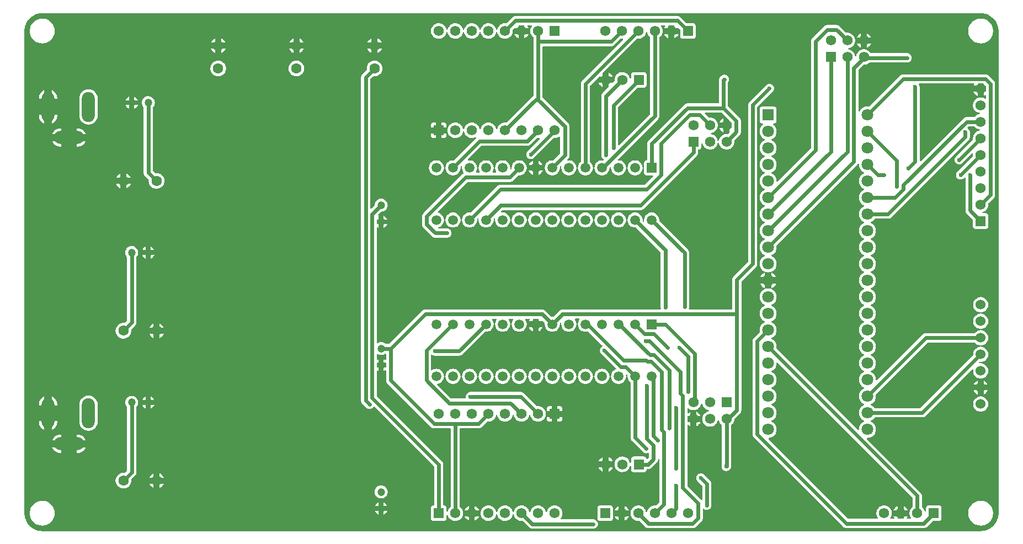
<source format=gbl>
G04 Layer: BottomLayer*
G04 EasyEDA v6.5.22, 2022-12-10 21:12:04*
G04 e12cfe8ce6ad4c4799b389a6830ee86a,10*
G04 Gerber Generator version 0.2*
G04 Scale: 100 percent, Rotated: No, Reflected: No *
G04 Dimensions in millimeters *
G04 leading zeros omitted , absolute positions ,4 integer and 5 decimal *
%FSLAX45Y45*%
%MOMM*%

%ADD10C,0.6000*%
%ADD11O,1.9999959999999999X4.5999908*%
%ADD12O,4.5999908X1.9999959999999999*%
%ADD13R,1.5748X1.5748*%
%ADD14C,1.5748*%
%ADD15C,1.6000*%
%ADD16C,1.1938*%
%ADD17C,1.5240*%
%ADD18C,1.8000*%
%ADD19R,1.8000X1.8000*%
%ADD20R,1.5000X1.5000*%
%ADD21C,1.5000*%
%ADD22C,0.0189*%

%LPD*%
G36*
X300278Y25908D02*
G01*
X278079Y26822D01*
X256743Y29362D01*
X235610Y33629D01*
X214934Y39471D01*
X194767Y46939D01*
X175209Y55981D01*
X156464Y66548D01*
X138582Y78536D01*
X121716Y91846D01*
X105918Y106476D01*
X91338Y122326D01*
X78028Y139242D01*
X66141Y157124D01*
X55626Y175920D01*
X46634Y195478D01*
X39217Y215696D01*
X33426Y236423D01*
X29260Y257505D01*
X26771Y278892D01*
X25908Y300685D01*
X25908Y7699298D01*
X26822Y7721904D01*
X29362Y7743240D01*
X33629Y7764373D01*
X39471Y7785049D01*
X46939Y7805216D01*
X55981Y7824774D01*
X66548Y7843520D01*
X78536Y7861401D01*
X91846Y7878267D01*
X106476Y7894066D01*
X122326Y7908645D01*
X139242Y7921955D01*
X157124Y7933842D01*
X175920Y7944358D01*
X195478Y7953349D01*
X215696Y7960766D01*
X236423Y7966557D01*
X257505Y7970723D01*
X278892Y7973212D01*
X300685Y7974075D01*
X14699284Y7974075D01*
X14721890Y7973161D01*
X14743226Y7970621D01*
X14764359Y7966354D01*
X14785035Y7960512D01*
X14805202Y7953044D01*
X14824760Y7944002D01*
X14843506Y7933436D01*
X14861387Y7921447D01*
X14878253Y7908137D01*
X14894051Y7893507D01*
X14908631Y7877657D01*
X14921941Y7860741D01*
X14933828Y7842859D01*
X14944344Y7824063D01*
X14953335Y7804505D01*
X14960752Y7784287D01*
X14966543Y7763560D01*
X14970709Y7742478D01*
X14973198Y7721092D01*
X14974062Y7699298D01*
X14974062Y300685D01*
X14973147Y278079D01*
X14970607Y256743D01*
X14966340Y235610D01*
X14960498Y214934D01*
X14953030Y194767D01*
X14943988Y175209D01*
X14933422Y156464D01*
X14921433Y138582D01*
X14908123Y121716D01*
X14893493Y105918D01*
X14877643Y91338D01*
X14860727Y78028D01*
X14842845Y66141D01*
X14824049Y55626D01*
X14804491Y46634D01*
X14784273Y39217D01*
X14763546Y33426D01*
X14742464Y29260D01*
X14721078Y26771D01*
X14699284Y25908D01*
G37*

%LPC*%
G36*
X12798044Y7599680D02*
G01*
X12862255Y7599680D01*
X12862255Y7664043D01*
X12848336Y7657236D01*
X12836144Y7649159D01*
X12824968Y7639608D01*
X12815062Y7628737D01*
X12806578Y7616748D01*
X12799669Y7603845D01*
G37*
G36*
X9604197Y71678D02*
G01*
X10281564Y71678D01*
X10292994Y72593D01*
X10303764Y75133D01*
X10313974Y79400D01*
X10323372Y85191D01*
X10332110Y92608D01*
X10415066Y175564D01*
X10422534Y184302D01*
X10428325Y193751D01*
X10432542Y203962D01*
X10435132Y214680D01*
X10435996Y226110D01*
X10435996Y359765D01*
X10436758Y363524D01*
X10438790Y366725D01*
X10441940Y368960D01*
X10445648Y369874D01*
X10449458Y369366D01*
X10452760Y367487D01*
X10455808Y364896D01*
X10465257Y359105D01*
X10475468Y354838D01*
X10486237Y352298D01*
X10497261Y351434D01*
X10508284Y352298D01*
X10519054Y354838D01*
X10529265Y359105D01*
X10538663Y364896D01*
X10547096Y372059D01*
X10554258Y380441D01*
X10560050Y389890D01*
X10564266Y400100D01*
X10566857Y410870D01*
X10567771Y422300D01*
X10567771Y752398D01*
X10566857Y763828D01*
X10564266Y774547D01*
X10560050Y784758D01*
X10554258Y794207D01*
X10546842Y802944D01*
X10457891Y891844D01*
X10449153Y899312D01*
X10439755Y905103D01*
X10429544Y909319D01*
X10418775Y911910D01*
X10407751Y912774D01*
X10396728Y911910D01*
X10385958Y909319D01*
X10375747Y905103D01*
X10366298Y899312D01*
X10357916Y892149D01*
X10350703Y883716D01*
X10344962Y874268D01*
X10340695Y864057D01*
X10338155Y853338D01*
X10337241Y842264D01*
X10338155Y831240D01*
X10340695Y820521D01*
X10344962Y810310D01*
X10350703Y800862D01*
X10358170Y792124D01*
X10423753Y726541D01*
X10425988Y723239D01*
X10426750Y719378D01*
X10426750Y512673D01*
X10425988Y508812D01*
X10423753Y505510D01*
X10420451Y503326D01*
X10416590Y502513D01*
X10412679Y503326D01*
X10409377Y505510D01*
X10201452Y713435D01*
X10199268Y716737D01*
X10198455Y720648D01*
X10198455Y1647088D01*
X10199471Y1651406D01*
X10202214Y1654962D01*
X10206228Y1656943D01*
X10210698Y1657045D01*
X10214762Y1655165D01*
X10226141Y1646580D01*
X10238841Y1639265D01*
X10246258Y1636115D01*
X10246258Y1700275D01*
X10208615Y1700275D01*
X10204754Y1701038D01*
X10201452Y1703273D01*
X10199268Y1706524D01*
X10198455Y1710436D01*
X10198455Y1781556D01*
X10199268Y1785467D01*
X10201452Y1788718D01*
X10204754Y1790954D01*
X10208615Y1791716D01*
X10246258Y1791716D01*
X10246258Y1855876D01*
X10238841Y1852726D01*
X10226141Y1845411D01*
X10214762Y1836826D01*
X10210698Y1834946D01*
X10206228Y1835048D01*
X10202214Y1837029D01*
X10199471Y1840585D01*
X10198455Y1844903D01*
X10198455Y1901088D01*
X10199471Y1905406D01*
X10202214Y1908962D01*
X10206228Y1910943D01*
X10210698Y1911045D01*
X10214762Y1909165D01*
X10226141Y1900580D01*
X10238841Y1893265D01*
X10252354Y1887524D01*
X10266476Y1883511D01*
X10280954Y1881276D01*
X10295636Y1880819D01*
X10310266Y1882190D01*
X10324592Y1885289D01*
X10338460Y1890217D01*
X10351617Y1896719D01*
X10363809Y1904847D01*
X10374985Y1914398D01*
X10384891Y1925269D01*
X10393375Y1937207D01*
X10400284Y1950161D01*
X10405618Y1963826D01*
X10409224Y1978304D01*
X10410901Y1981860D01*
X10413796Y1984502D01*
X10417454Y1985873D01*
X10421366Y1985721D01*
X10424922Y1984146D01*
X10427614Y1981352D01*
X10429087Y1977694D01*
X10430357Y1970938D01*
X10434777Y1956917D01*
X10440924Y1943607D01*
X10448645Y1931111D01*
X10457840Y1919681D01*
X10468406Y1909470D01*
X10480141Y1900580D01*
X10492841Y1893265D01*
X10506354Y1887524D01*
X10520476Y1883511D01*
X10523626Y1883054D01*
X10527436Y1881632D01*
X10530382Y1878787D01*
X10532008Y1875028D01*
X10532008Y1870964D01*
X10530382Y1867204D01*
X10527436Y1864360D01*
X10523626Y1862937D01*
X10520476Y1862480D01*
X10506354Y1858467D01*
X10492841Y1852726D01*
X10480141Y1845411D01*
X10468406Y1836521D01*
X10457840Y1826310D01*
X10448645Y1814880D01*
X10440924Y1802384D01*
X10434777Y1789074D01*
X10430357Y1775053D01*
X10427665Y1760626D01*
X10426750Y1745996D01*
X10427665Y1731365D01*
X10430357Y1716938D01*
X10434777Y1702917D01*
X10440924Y1689607D01*
X10448645Y1677111D01*
X10457840Y1665681D01*
X10468406Y1655470D01*
X10480141Y1646580D01*
X10492841Y1639265D01*
X10506354Y1633524D01*
X10520476Y1629511D01*
X10534954Y1627276D01*
X10549636Y1626819D01*
X10564266Y1628190D01*
X10578592Y1631289D01*
X10592460Y1636217D01*
X10605617Y1642719D01*
X10617809Y1650847D01*
X10628985Y1660398D01*
X10638891Y1671269D01*
X10647375Y1683207D01*
X10654284Y1696161D01*
X10659618Y1709826D01*
X10663224Y1724304D01*
X10664901Y1727860D01*
X10667796Y1730502D01*
X10671454Y1731873D01*
X10675366Y1731721D01*
X10678922Y1730146D01*
X10681614Y1727352D01*
X10683087Y1723694D01*
X10684357Y1716938D01*
X10688777Y1702917D01*
X10694924Y1689607D01*
X10702645Y1677111D01*
X10711840Y1665681D01*
X10722406Y1655470D01*
X10725404Y1653184D01*
X10727588Y1650949D01*
X10728960Y1648155D01*
X10729468Y1645056D01*
X10729468Y1043533D01*
X10729163Y1041146D01*
X10726267Y1029309D01*
X10725404Y1018286D01*
X10726267Y1007262D01*
X10728858Y996492D01*
X10733074Y986282D01*
X10738866Y976833D01*
X10746028Y968451D01*
X10754461Y961288D01*
X10763910Y955497D01*
X10774121Y951230D01*
X10784840Y948690D01*
X10795863Y947826D01*
X10806887Y948690D01*
X10817656Y951230D01*
X10827867Y955497D01*
X10837316Y961288D01*
X10846003Y968705D01*
X10849559Y972210D01*
X10856976Y980948D01*
X10862767Y990396D01*
X10866983Y1000607D01*
X10869574Y1011326D01*
X10870488Y1022756D01*
X10870488Y1645005D01*
X10871403Y1649272D01*
X10874044Y1652727D01*
X10882985Y1660398D01*
X10892891Y1671269D01*
X10901375Y1683207D01*
X10908284Y1696161D01*
X10913618Y1709826D01*
X10917174Y1724101D01*
X10919002Y1738985D01*
X10919968Y1742186D01*
X10921949Y1744929D01*
X11006886Y1829866D01*
X11014303Y1838553D01*
X11020094Y1848002D01*
X11024311Y1858213D01*
X11026902Y1868982D01*
X11027816Y1880412D01*
X11027816Y3850030D01*
X11028578Y3853942D01*
X11030813Y3857244D01*
X11250422Y4076852D01*
X11257838Y4085539D01*
X11263630Y4094987D01*
X11267846Y4105198D01*
X11270437Y4115968D01*
X11271351Y4127398D01*
X11271351Y6529527D01*
X11272113Y6533438D01*
X11274348Y6536740D01*
X11508028Y6770420D01*
X11515445Y6779107D01*
X11521236Y6788556D01*
X11525453Y6798767D01*
X11528044Y6809536D01*
X11528907Y6820560D01*
X11528044Y6831584D01*
X11525453Y6842353D01*
X11521236Y6852564D01*
X11515445Y6862013D01*
X11508282Y6870395D01*
X11499850Y6877558D01*
X11490452Y6883349D01*
X11480241Y6887616D01*
X11469471Y6890156D01*
X11458448Y6891020D01*
X11447424Y6890156D01*
X11436654Y6887616D01*
X11426444Y6883349D01*
X11416995Y6877558D01*
X11408308Y6870141D01*
X11151260Y6613093D01*
X11143792Y6604406D01*
X11138052Y6594957D01*
X11133785Y6584746D01*
X11131245Y6573977D01*
X11130330Y6562547D01*
X11130330Y4160418D01*
X11129568Y4156506D01*
X11127333Y4153204D01*
X10907725Y3933596D01*
X10900257Y3924909D01*
X10894517Y3915460D01*
X10890250Y3905250D01*
X10887710Y3894480D01*
X10886795Y3883050D01*
X10886795Y3437534D01*
X10886033Y3433622D01*
X10883798Y3430320D01*
X10880496Y3428136D01*
X10876635Y3427374D01*
X10229951Y3427374D01*
X10226090Y3428136D01*
X10222788Y3430320D01*
X10220604Y3433622D01*
X10219791Y3437534D01*
X10220604Y3441395D01*
X10223347Y3448100D01*
X10225938Y3458870D01*
X10226852Y3470300D01*
X10226852Y4294225D01*
X10225938Y4305655D01*
X10223347Y4316425D01*
X10219131Y4326636D01*
X10213340Y4336084D01*
X10205923Y4344771D01*
X9768840Y4781854D01*
X9767011Y4784344D01*
X9766046Y4787239D01*
X9766249Y4792726D01*
X9766249Y4807254D01*
X9764420Y4821631D01*
X9760813Y4835702D01*
X9755479Y4849164D01*
X9748520Y4861864D01*
X9739985Y4873599D01*
X9730028Y4884166D01*
X9718852Y4893411D01*
X9706610Y4901184D01*
X9693503Y4907381D01*
X9679686Y4911852D01*
X9665462Y4914595D01*
X9650984Y4915458D01*
X9636506Y4914595D01*
X9622282Y4911852D01*
X9608464Y4907381D01*
X9595358Y4901184D01*
X9583115Y4893411D01*
X9571939Y4884166D01*
X9561982Y4873599D01*
X9553448Y4861864D01*
X9546488Y4849164D01*
X9541154Y4835702D01*
X9537547Y4821631D01*
X9535718Y4807254D01*
X9535718Y4792726D01*
X9536582Y4785817D01*
X9536277Y4781651D01*
X9534296Y4777994D01*
X9530994Y4775403D01*
X9526930Y4774387D01*
X9522815Y4775098D01*
X9519310Y4777384D01*
X9514840Y4781854D01*
X9513011Y4784344D01*
X9512046Y4787239D01*
X9512249Y4792726D01*
X9512249Y4807254D01*
X9510420Y4821631D01*
X9506813Y4835702D01*
X9501479Y4849164D01*
X9494520Y4861864D01*
X9485985Y4873599D01*
X9476028Y4884166D01*
X9464852Y4893411D01*
X9452610Y4901184D01*
X9439503Y4907381D01*
X9425686Y4911852D01*
X9411462Y4914595D01*
X9396984Y4915458D01*
X9382506Y4914595D01*
X9368282Y4911852D01*
X9354464Y4907381D01*
X9341358Y4901184D01*
X9329115Y4893411D01*
X9317939Y4884166D01*
X9307982Y4873599D01*
X9299448Y4861864D01*
X9292488Y4849164D01*
X9287154Y4835702D01*
X9283547Y4821631D01*
X9281718Y4807254D01*
X9281718Y4792726D01*
X9283547Y4778349D01*
X9287154Y4764278D01*
X9292488Y4750816D01*
X9299448Y4738116D01*
X9307982Y4726381D01*
X9317939Y4715814D01*
X9329115Y4706569D01*
X9341358Y4698796D01*
X9354464Y4692599D01*
X9368282Y4688128D01*
X9382506Y4685385D01*
X9396984Y4684522D01*
X9407245Y4685131D01*
X9411462Y4684522D01*
X9415068Y4682185D01*
X9787737Y4309516D01*
X9789922Y4306214D01*
X9790684Y4302353D01*
X9790684Y3457397D01*
X9791598Y3445967D01*
X9793071Y3439871D01*
X9793274Y3436213D01*
X9792157Y3432759D01*
X9789922Y3429914D01*
X9786772Y3427984D01*
X9783165Y3427374D01*
X8284209Y3427374D01*
X8272780Y3426460D01*
X8262061Y3423869D01*
X8251850Y3419652D01*
X8242401Y3413861D01*
X8233664Y3406394D01*
X8145068Y3317798D01*
X8141462Y3315462D01*
X8137245Y3314852D01*
X8126984Y3315462D01*
X8116722Y3314852D01*
X8112506Y3315462D01*
X8108899Y3317798D01*
X8021015Y3405632D01*
X8012328Y3413099D01*
X8002879Y3418890D01*
X7992668Y3423107D01*
X7981899Y3425698D01*
X7970520Y3426612D01*
X6176772Y3426612D01*
X6165342Y3425698D01*
X6154623Y3423107D01*
X6144412Y3418890D01*
X6134963Y3413099D01*
X6126226Y3405632D01*
X5621070Y2900476D01*
X5617768Y2898292D01*
X5613908Y2897530D01*
X5574944Y2897530D01*
X5571286Y2898190D01*
X5568137Y2900121D01*
X5562092Y2905607D01*
X5551017Y2913176D01*
X5539079Y2919222D01*
X5526481Y2923590D01*
X5513324Y2926283D01*
X5500014Y2927197D01*
X5486654Y2926283D01*
X5473496Y2923590D01*
X5460898Y2919222D01*
X5447842Y2912567D01*
X5443880Y2911449D01*
X5439765Y2912008D01*
X5436260Y2914192D01*
X5433872Y2917545D01*
X5433060Y2921609D01*
X5433060Y4678629D01*
X5433923Y4682794D01*
X5436463Y4686198D01*
X5440121Y4688332D01*
X5444388Y4688738D01*
X5448401Y4687366D01*
X5454802Y4683556D01*
X5463794Y4679746D01*
X5463794Y4736795D01*
X5443220Y4736795D01*
X5439308Y4737557D01*
X5436057Y4739792D01*
X5433822Y4743043D01*
X5433060Y4746955D01*
X5433060Y4799025D01*
X5433822Y4802936D01*
X5436057Y4806188D01*
X5439308Y4808423D01*
X5443220Y4809185D01*
X5463794Y4809185D01*
X5463794Y4866995D01*
X5459933Y4867910D01*
X5456783Y4870196D01*
X5454751Y4873498D01*
X5454040Y4877308D01*
X5454853Y4881118D01*
X5457037Y4884318D01*
X5496763Y4924044D01*
X5500065Y4926279D01*
X5503976Y4927041D01*
X5506669Y4927041D01*
X5519928Y4928819D01*
X5532831Y4932375D01*
X5545175Y4937556D01*
X5556707Y4944414D01*
X5567172Y4952695D01*
X5576468Y4962296D01*
X5584444Y4973066D01*
X5590844Y4984800D01*
X5595670Y4997297D01*
X5598769Y5010302D01*
X5600090Y5023662D01*
X5599684Y5037023D01*
X5597448Y5050231D01*
X5593486Y5062982D01*
X5587847Y5075123D01*
X5580634Y5086400D01*
X5571998Y5096611D01*
X5562092Y5105603D01*
X5551017Y5113172D01*
X5539079Y5119217D01*
X5526481Y5123586D01*
X5513324Y5126278D01*
X5500014Y5127193D01*
X5486654Y5126278D01*
X5473496Y5123586D01*
X5460898Y5119217D01*
X5448960Y5113172D01*
X5437886Y5105603D01*
X5427980Y5096611D01*
X5419344Y5086400D01*
X5412130Y5075123D01*
X5406491Y5062982D01*
X5402529Y5050231D01*
X5400294Y5037023D01*
X5400090Y5030724D01*
X5399278Y5027015D01*
X5397144Y5023866D01*
X5350205Y4976926D01*
X5346903Y4974742D01*
X5343042Y4973980D01*
X5339130Y4974742D01*
X5335879Y4976926D01*
X5333644Y4980228D01*
X5332882Y4984140D01*
X5332882Y6953961D01*
X5333644Y6957822D01*
X5335879Y6961124D01*
X5377332Y7002576D01*
X5379872Y7004456D01*
X5382869Y7005421D01*
X5386070Y7005421D01*
X5388864Y7005015D01*
X5403697Y7004558D01*
X5418480Y7005929D01*
X5432958Y7009079D01*
X5446979Y7014006D01*
X5460238Y7020610D01*
X5472582Y7028840D01*
X5483860Y7038492D01*
X5493867Y7049414D01*
X5502452Y7061555D01*
X5509463Y7074611D01*
X5514797Y7088428D01*
X5518454Y7102856D01*
X5520232Y7117537D01*
X5520232Y7132421D01*
X5518454Y7147102D01*
X5514797Y7161530D01*
X5509463Y7175347D01*
X5502452Y7188403D01*
X5493867Y7200544D01*
X5483860Y7211466D01*
X5472582Y7221118D01*
X5460238Y7229348D01*
X5446979Y7235952D01*
X5432958Y7240879D01*
X5418480Y7244029D01*
X5403697Y7245400D01*
X5388864Y7244943D01*
X5374233Y7242708D01*
X5359958Y7238644D01*
X5346293Y7232853D01*
X5333441Y7225436D01*
X5321604Y7216495D01*
X5310936Y7206132D01*
X5301640Y7194600D01*
X5293817Y7182002D01*
X5287619Y7168489D01*
X5283149Y7154367D01*
X5280406Y7139787D01*
X5279491Y7124953D01*
X5280406Y7109968D01*
X5279796Y7105751D01*
X5277459Y7102195D01*
X5212791Y7037527D01*
X5205323Y7028789D01*
X5199583Y7019340D01*
X5195316Y7009130D01*
X5192776Y6998411D01*
X5191861Y6986981D01*
X5191861Y2028698D01*
X5192776Y2017268D01*
X5195316Y2006549D01*
X5199583Y1996338D01*
X5205323Y1986889D01*
X5212791Y1978152D01*
X5270500Y1920493D01*
X5279186Y1913026D01*
X5288635Y1907235D01*
X5298846Y1903018D01*
X5309616Y1900428D01*
X5320639Y1899564D01*
X5331663Y1900428D01*
X5342432Y1903018D01*
X5352643Y1907235D01*
X5362041Y1913026D01*
X5370474Y1920189D01*
X5377637Y1928622D01*
X5380939Y1933956D01*
X5383377Y1936648D01*
X5386578Y1938375D01*
X5390235Y1938782D01*
X5393740Y1937918D01*
X5396788Y1935835D01*
X6310477Y1022096D01*
X6312712Y1018794D01*
X6313474Y1014933D01*
X6313474Y429209D01*
X6312763Y425551D01*
X6310833Y422401D01*
X6307886Y420166D01*
X6304280Y419100D01*
X6297371Y418439D01*
X6289751Y416102D01*
X6282740Y412394D01*
X6276644Y407365D01*
X6271615Y401218D01*
X6267856Y394208D01*
X6265570Y386638D01*
X6264757Y378256D01*
X6264757Y221742D01*
X6265570Y213360D01*
X6267856Y205790D01*
X6271615Y198780D01*
X6276644Y192633D01*
X6282740Y187604D01*
X6289751Y183896D01*
X6297371Y181559D01*
X6305753Y180746D01*
X6462217Y180746D01*
X6470599Y181559D01*
X6478219Y183896D01*
X6485229Y187604D01*
X6491325Y192633D01*
X6496354Y198780D01*
X6500114Y205790D01*
X6502400Y213360D01*
X6503263Y221742D01*
X6503263Y265785D01*
X6504076Y269900D01*
X6506514Y273253D01*
X6510121Y275386D01*
X6514236Y275894D01*
X6518249Y274726D01*
X6521450Y272034D01*
X6523228Y268274D01*
X6524345Y263855D01*
X6529679Y250139D01*
X6536588Y237236D01*
X6545072Y225247D01*
X6554978Y214375D01*
X6566153Y204825D01*
X6578346Y196748D01*
X6591503Y190195D01*
X6605371Y185318D01*
X6619697Y182168D01*
X6634327Y180797D01*
X6649008Y181254D01*
X6663486Y183540D01*
X6677609Y187553D01*
X6691122Y193243D01*
X6703822Y200609D01*
X6715556Y209448D01*
X6726123Y219659D01*
X6735318Y231089D01*
X6743039Y243586D01*
X6749186Y256946D01*
X6753606Y270916D01*
X6756298Y285343D01*
X6757212Y299974D01*
X6756298Y314655D01*
X6753606Y329082D01*
X6749186Y343052D01*
X6743039Y356412D01*
X6735318Y368909D01*
X6726123Y380339D01*
X6715556Y390550D01*
X6712508Y392836D01*
X6710375Y395071D01*
X6708952Y397865D01*
X6708495Y400964D01*
X6708495Y1593494D01*
X6709257Y1597355D01*
X6711492Y1600657D01*
X6714744Y1602892D01*
X6718655Y1603654D01*
X6995769Y1603654D01*
X7007148Y1604568D01*
X7017918Y1607108D01*
X7028129Y1611376D01*
X7037578Y1617167D01*
X7046264Y1624584D01*
X7124395Y1702714D01*
X7126986Y1704543D01*
X7129983Y1705559D01*
X7149642Y1704797D01*
X7164273Y1706168D01*
X7178598Y1709318D01*
X7192467Y1714195D01*
X7205624Y1720748D01*
X7217816Y1728825D01*
X7228992Y1738375D01*
X7238898Y1749247D01*
X7247381Y1761236D01*
X7254290Y1774139D01*
X7259624Y1787855D01*
X7263231Y1802333D01*
X7264908Y1805838D01*
X7267803Y1808480D01*
X7271461Y1809851D01*
X7275372Y1809750D01*
X7278928Y1808124D01*
X7281621Y1805330D01*
X7283094Y1801672D01*
X7284364Y1794916D01*
X7288784Y1780946D01*
X7294930Y1767586D01*
X7302652Y1755089D01*
X7311847Y1743659D01*
X7322413Y1733448D01*
X7334148Y1724609D01*
X7346848Y1717243D01*
X7360361Y1711553D01*
X7374483Y1707540D01*
X7388961Y1705254D01*
X7403642Y1704797D01*
X7418273Y1706168D01*
X7432598Y1709318D01*
X7446467Y1714195D01*
X7459624Y1720748D01*
X7471816Y1728825D01*
X7482992Y1738375D01*
X7492898Y1749247D01*
X7501381Y1761236D01*
X7508290Y1774139D01*
X7513624Y1787855D01*
X7517231Y1802333D01*
X7518908Y1805838D01*
X7521803Y1808480D01*
X7525461Y1809851D01*
X7529372Y1809750D01*
X7532928Y1808124D01*
X7535621Y1805330D01*
X7537094Y1801672D01*
X7538364Y1794916D01*
X7542784Y1780946D01*
X7548930Y1767586D01*
X7556652Y1755089D01*
X7565847Y1743659D01*
X7576413Y1733448D01*
X7588148Y1724609D01*
X7600848Y1717243D01*
X7614361Y1711553D01*
X7628483Y1707540D01*
X7642961Y1705254D01*
X7657642Y1704797D01*
X7672273Y1706168D01*
X7686598Y1709318D01*
X7700467Y1714195D01*
X7713624Y1720748D01*
X7725816Y1728825D01*
X7736992Y1738375D01*
X7746898Y1749247D01*
X7755381Y1761236D01*
X7762290Y1774139D01*
X7767624Y1787855D01*
X7771231Y1802333D01*
X7772908Y1805838D01*
X7775803Y1808480D01*
X7779461Y1809851D01*
X7783372Y1809750D01*
X7786928Y1808124D01*
X7789621Y1805330D01*
X7791094Y1801672D01*
X7792364Y1794916D01*
X7796784Y1780946D01*
X7802930Y1767586D01*
X7810652Y1755089D01*
X7819847Y1743659D01*
X7830413Y1733448D01*
X7842148Y1724609D01*
X7854848Y1717243D01*
X7868361Y1711553D01*
X7882483Y1707540D01*
X7896961Y1705254D01*
X7911642Y1704797D01*
X7926273Y1706168D01*
X7940598Y1709318D01*
X7954467Y1714195D01*
X7967624Y1720748D01*
X7979816Y1728825D01*
X7990992Y1738375D01*
X8000898Y1749247D01*
X8009381Y1761236D01*
X8016290Y1774139D01*
X8021624Y1787855D01*
X8025180Y1802079D01*
X8027009Y1816658D01*
X8027009Y1831339D01*
X8025180Y1845919D01*
X8021624Y1860143D01*
X8016290Y1873808D01*
X8009381Y1886762D01*
X8000898Y1898751D01*
X7990992Y1909572D01*
X7979816Y1919122D01*
X7967624Y1927250D01*
X7954467Y1933803D01*
X7940598Y1938680D01*
X7926273Y1941830D01*
X7911642Y1943150D01*
X7891983Y1942439D01*
X7888986Y1943404D01*
X7886395Y1945284D01*
X7691272Y2140407D01*
X7682534Y2147874D01*
X7673136Y2153666D01*
X7662925Y2157882D01*
X7652156Y2160473D01*
X7640726Y2161387D01*
X6870141Y2161387D01*
X6858711Y2160473D01*
X6847992Y2157882D01*
X6837781Y2153666D01*
X6828332Y2147874D01*
X6819900Y2140712D01*
X6812737Y2132279D01*
X6806946Y2122830D01*
X6802729Y2112619D01*
X6800138Y2101900D01*
X6799275Y2090826D01*
X6800138Y2079802D01*
X6801764Y2073046D01*
X6801967Y2069388D01*
X6800850Y2065934D01*
X6798614Y2063089D01*
X6795465Y2061159D01*
X6791909Y2060549D01*
X6575196Y2060549D01*
X6571284Y2061311D01*
X6567982Y2063496D01*
X6362446Y2269083D01*
X6360109Y2272741D01*
X6359499Y2277059D01*
X6360769Y2281275D01*
X6363716Y2284526D01*
X6367729Y2286203D01*
X6377686Y2288133D01*
X6391503Y2292604D01*
X6404610Y2298801D01*
X6416852Y2306574D01*
X6428028Y2315819D01*
X6437985Y2326386D01*
X6446520Y2338120D01*
X6453479Y2350820D01*
X6458813Y2364282D01*
X6462420Y2378354D01*
X6464249Y2392730D01*
X6464249Y2407259D01*
X6462420Y2421636D01*
X6458813Y2435707D01*
X6453479Y2449169D01*
X6446520Y2461869D01*
X6437985Y2473604D01*
X6428028Y2484170D01*
X6416852Y2493416D01*
X6404610Y2501188D01*
X6391503Y2507386D01*
X6377686Y2511856D01*
X6363462Y2514600D01*
X6348984Y2515463D01*
X6334506Y2514600D01*
X6320282Y2511856D01*
X6306464Y2507386D01*
X6293358Y2501188D01*
X6276492Y2490520D01*
X6272682Y2490063D01*
X6269024Y2491028D01*
X6265926Y2493264D01*
X6263894Y2496464D01*
X6263182Y2500172D01*
X6263182Y2723794D01*
X6263894Y2727553D01*
X6265976Y2730754D01*
X6269075Y2732989D01*
X6272784Y2733903D01*
X6276594Y2733395D01*
X6289852Y2725318D01*
X6300063Y2721051D01*
X6310833Y2718511D01*
X6322263Y2717596D01*
X6698691Y2717596D01*
X6710121Y2718511D01*
X6720890Y2721051D01*
X6731101Y2725318D01*
X6740499Y2731109D01*
X6749237Y2738526D01*
X7092899Y3082188D01*
X7096506Y3084525D01*
X7100722Y3085134D01*
X7110984Y3084525D01*
X7125462Y3085388D01*
X7139686Y3088132D01*
X7153503Y3092602D01*
X7166609Y3098800D01*
X7178852Y3106572D01*
X7190028Y3115818D01*
X7199985Y3126384D01*
X7208520Y3138119D01*
X7215479Y3150819D01*
X7220813Y3164281D01*
X7224420Y3178352D01*
X7226249Y3192729D01*
X7226249Y3207258D01*
X7224420Y3221634D01*
X7220813Y3235706D01*
X7215479Y3249168D01*
X7208520Y3261867D01*
X7203033Y3269437D01*
X7201255Y3273501D01*
X7201408Y3277920D01*
X7203389Y3281883D01*
X7206894Y3284575D01*
X7211212Y3285540D01*
X7264755Y3285540D01*
X7269073Y3284575D01*
X7272578Y3281883D01*
X7274559Y3277920D01*
X7274712Y3273501D01*
X7272934Y3269437D01*
X7267448Y3261867D01*
X7260488Y3249168D01*
X7255154Y3235706D01*
X7251547Y3221634D01*
X7249718Y3207258D01*
X7249718Y3192729D01*
X7251547Y3178352D01*
X7255154Y3164281D01*
X7260488Y3150819D01*
X7267448Y3138119D01*
X7275982Y3126384D01*
X7285939Y3115818D01*
X7297115Y3106572D01*
X7309358Y3098800D01*
X7322464Y3092602D01*
X7336281Y3088132D01*
X7350506Y3085388D01*
X7364984Y3084525D01*
X7379462Y3085388D01*
X7393686Y3088132D01*
X7407503Y3092602D01*
X7420609Y3098800D01*
X7432852Y3106572D01*
X7444028Y3115818D01*
X7453985Y3126384D01*
X7462520Y3138119D01*
X7469479Y3150819D01*
X7474813Y3164281D01*
X7478420Y3178352D01*
X7480249Y3192729D01*
X7480249Y3207258D01*
X7478420Y3221634D01*
X7474813Y3235706D01*
X7469479Y3249168D01*
X7462520Y3261867D01*
X7457033Y3269437D01*
X7455255Y3273501D01*
X7455408Y3277920D01*
X7457389Y3281883D01*
X7460894Y3284575D01*
X7465212Y3285540D01*
X7518755Y3285540D01*
X7523073Y3284575D01*
X7526578Y3281883D01*
X7528559Y3277920D01*
X7528712Y3273501D01*
X7526934Y3269437D01*
X7521448Y3261867D01*
X7514488Y3249168D01*
X7509154Y3235706D01*
X7505547Y3221634D01*
X7503718Y3207258D01*
X7503718Y3192729D01*
X7505547Y3178352D01*
X7509154Y3164281D01*
X7514488Y3150819D01*
X7521448Y3138119D01*
X7529982Y3126384D01*
X7539939Y3115818D01*
X7551115Y3106572D01*
X7563358Y3098800D01*
X7576464Y3092602D01*
X7590281Y3088132D01*
X7604506Y3085388D01*
X7618984Y3084525D01*
X7633462Y3085388D01*
X7647686Y3088132D01*
X7661503Y3092602D01*
X7674609Y3098800D01*
X7686852Y3106572D01*
X7698028Y3115818D01*
X7707985Y3126384D01*
X7716520Y3138119D01*
X7723479Y3150819D01*
X7728813Y3164281D01*
X7732420Y3178352D01*
X7734249Y3192729D01*
X7734249Y3207258D01*
X7732420Y3221634D01*
X7728813Y3235706D01*
X7723479Y3249168D01*
X7716520Y3261867D01*
X7711033Y3269437D01*
X7709255Y3273501D01*
X7709408Y3277920D01*
X7711389Y3281883D01*
X7714894Y3284575D01*
X7719212Y3285540D01*
X7772755Y3285540D01*
X7777073Y3284575D01*
X7780578Y3281883D01*
X7782559Y3277920D01*
X7782712Y3273501D01*
X7780934Y3269437D01*
X7775448Y3261867D01*
X7768488Y3249168D01*
X7766354Y3243834D01*
X7829143Y3243834D01*
X7829143Y3275380D01*
X7829905Y3279292D01*
X7832090Y3282594D01*
X7835392Y3284778D01*
X7839303Y3285540D01*
X7906664Y3285540D01*
X7910575Y3284778D01*
X7913878Y3282594D01*
X7916062Y3279292D01*
X7916824Y3275380D01*
X7916824Y3243834D01*
X7979206Y3243834D01*
X7983067Y3243072D01*
X7986369Y3240887D01*
X8009128Y3218129D01*
X8010956Y3215640D01*
X8011922Y3212744D01*
X8011718Y3207258D01*
X8011718Y3192729D01*
X8013547Y3178352D01*
X8017154Y3164281D01*
X8022488Y3150819D01*
X8029448Y3138119D01*
X8037982Y3126384D01*
X8047939Y3115818D01*
X8059115Y3106572D01*
X8071358Y3098800D01*
X8084464Y3092602D01*
X8098281Y3088132D01*
X8112506Y3085388D01*
X8126984Y3084525D01*
X8141462Y3085388D01*
X8155686Y3088132D01*
X8169503Y3092602D01*
X8182609Y3098800D01*
X8194852Y3106572D01*
X8206028Y3115818D01*
X8215985Y3126384D01*
X8224520Y3138119D01*
X8231479Y3150819D01*
X8236813Y3164281D01*
X8240420Y3178352D01*
X8242249Y3192729D01*
X8242249Y3207258D01*
X8242046Y3212744D01*
X8243011Y3215640D01*
X8244840Y3218129D01*
X8249310Y3222599D01*
X8252815Y3224885D01*
X8256930Y3225596D01*
X8260994Y3224580D01*
X8264296Y3221990D01*
X8266277Y3218332D01*
X8266582Y3214166D01*
X8265718Y3207258D01*
X8265718Y3192729D01*
X8267547Y3178352D01*
X8271154Y3164281D01*
X8276488Y3150819D01*
X8283448Y3138119D01*
X8291982Y3126384D01*
X8301939Y3115818D01*
X8313115Y3106572D01*
X8325358Y3098800D01*
X8338464Y3092602D01*
X8352281Y3088132D01*
X8366506Y3085388D01*
X8380984Y3084525D01*
X8395462Y3085388D01*
X8409686Y3088132D01*
X8423503Y3092602D01*
X8436610Y3098800D01*
X8448852Y3106572D01*
X8460028Y3115818D01*
X8469985Y3126384D01*
X8478520Y3138119D01*
X8485479Y3150819D01*
X8490813Y3164281D01*
X8494420Y3178352D01*
X8496249Y3192729D01*
X8496249Y3207258D01*
X8494420Y3221634D01*
X8490813Y3235706D01*
X8485479Y3249168D01*
X8478520Y3261867D01*
X8472474Y3270199D01*
X8470696Y3274263D01*
X8470849Y3278682D01*
X8472830Y3282645D01*
X8476335Y3285337D01*
X8480653Y3286302D01*
X8535314Y3286302D01*
X8539632Y3285337D01*
X8543137Y3282645D01*
X8545118Y3278682D01*
X8545271Y3274263D01*
X8543493Y3270199D01*
X8537448Y3261867D01*
X8530488Y3249168D01*
X8525154Y3235706D01*
X8521547Y3221634D01*
X8519718Y3207258D01*
X8519718Y3192729D01*
X8521547Y3178352D01*
X8525154Y3164281D01*
X8530488Y3150819D01*
X8537448Y3138119D01*
X8545982Y3126384D01*
X8555939Y3115818D01*
X8567115Y3106572D01*
X8579358Y3098800D01*
X8592464Y3092602D01*
X8606282Y3088132D01*
X8620506Y3085388D01*
X8634984Y3084525D01*
X8649462Y3085388D01*
X8663686Y3088132D01*
X8669426Y3089960D01*
X8673084Y3090468D01*
X8676690Y3089605D01*
X8679738Y3087522D01*
X8892997Y2874213D01*
X8895080Y2871216D01*
X8895943Y2867660D01*
X8895537Y2864053D01*
X8893860Y2860802D01*
X8891117Y2858363D01*
X8885783Y2855112D01*
X8877401Y2847949D01*
X8870188Y2839516D01*
X8864447Y2830068D01*
X8860180Y2819857D01*
X8857640Y2809138D01*
X8856726Y2798064D01*
X8857640Y2787040D01*
X8860180Y2776321D01*
X8864447Y2766110D01*
X8870188Y2756662D01*
X8877655Y2747924D01*
X9102344Y2523286D01*
X9104477Y2520086D01*
X9105290Y2516276D01*
X9104630Y2512466D01*
X9102598Y2509164D01*
X9099448Y2506878D01*
X9087358Y2501188D01*
X9075115Y2493416D01*
X9063939Y2484170D01*
X9053982Y2473604D01*
X9045448Y2461869D01*
X9038488Y2449169D01*
X9033154Y2435707D01*
X9029547Y2421636D01*
X9027718Y2407259D01*
X9027718Y2392730D01*
X9029547Y2378354D01*
X9033154Y2364282D01*
X9038488Y2350820D01*
X9045448Y2338120D01*
X9053982Y2326386D01*
X9063939Y2315819D01*
X9075115Y2306574D01*
X9087358Y2298801D01*
X9100464Y2292604D01*
X9114282Y2288133D01*
X9128506Y2285390D01*
X9142984Y2284526D01*
X9157462Y2285390D01*
X9171686Y2288133D01*
X9185503Y2292604D01*
X9198610Y2298801D01*
X9210852Y2306574D01*
X9222028Y2315819D01*
X9231985Y2326386D01*
X9240520Y2338120D01*
X9247479Y2350820D01*
X9252813Y2364282D01*
X9256420Y2378354D01*
X9258249Y2392730D01*
X9258249Y2407259D01*
X9257385Y2414168D01*
X9257690Y2418334D01*
X9259671Y2421991D01*
X9262973Y2424531D01*
X9267037Y2425598D01*
X9271152Y2424887D01*
X9274657Y2422601D01*
X9279128Y2418130D01*
X9280956Y2415641D01*
X9281922Y2412746D01*
X9281718Y2407259D01*
X9281718Y2392730D01*
X9283547Y2378354D01*
X9287154Y2364282D01*
X9292488Y2350820D01*
X9299448Y2338120D01*
X9307982Y2326386D01*
X9317939Y2315819D01*
X9322765Y2311806D01*
X9325508Y2308301D01*
X9326473Y2303932D01*
X9326473Y1464157D01*
X9327388Y1452727D01*
X9329928Y1441958D01*
X9334195Y1431747D01*
X9339935Y1422298D01*
X9347403Y1413611D01*
X9520428Y1240586D01*
X9529165Y1233119D01*
X9538614Y1227328D01*
X9548825Y1223111D01*
X9559544Y1220520D01*
X9570567Y1219657D01*
X9581591Y1220520D01*
X9592360Y1223111D01*
X9595104Y1224229D01*
X9598964Y1224991D01*
X9602876Y1224229D01*
X9606178Y1222044D01*
X9608362Y1218742D01*
X9609124Y1214831D01*
X9609124Y1160272D01*
X9608362Y1156411D01*
X9606178Y1153109D01*
X9588398Y1135380D01*
X9584944Y1133094D01*
X9580829Y1132382D01*
X9576816Y1133398D01*
X9573514Y1135938D01*
X9571532Y1139596D01*
X9570110Y1144219D01*
X9566351Y1151229D01*
X9561322Y1157325D01*
X9555226Y1162405D01*
X9548215Y1166114D01*
X9540595Y1168400D01*
X9532213Y1169263D01*
X9375749Y1169263D01*
X9367367Y1168400D01*
X9359747Y1166114D01*
X9352788Y1162405D01*
X9346641Y1157325D01*
X9341612Y1151229D01*
X9337852Y1144219D01*
X9335566Y1136650D01*
X9334754Y1128217D01*
X9334754Y1084224D01*
X9333890Y1080109D01*
X9331452Y1076706D01*
X9327845Y1074572D01*
X9323730Y1074064D01*
X9319717Y1075283D01*
X9316567Y1077976D01*
X9314738Y1081735D01*
X9313621Y1086154D01*
X9308287Y1099820D01*
X9301378Y1112774D01*
X9292894Y1124762D01*
X9282988Y1135583D01*
X9271863Y1145133D01*
X9259620Y1153261D01*
X9246463Y1159814D01*
X9232595Y1164691D01*
X9218269Y1167841D01*
X9203639Y1169162D01*
X9188958Y1168704D01*
X9174480Y1166469D01*
X9160357Y1162456D01*
X9146844Y1156716D01*
X9134144Y1149400D01*
X9122410Y1140561D01*
X9111894Y1130300D01*
X9102648Y1118870D01*
X9094927Y1106424D01*
X9088780Y1093063D01*
X9084360Y1079093D01*
X9081668Y1064666D01*
X9080754Y1049985D01*
X9081668Y1035354D01*
X9084360Y1020927D01*
X9088780Y1006906D01*
X9094927Y993597D01*
X9102648Y981100D01*
X9111894Y969670D01*
X9122410Y959459D01*
X9134144Y950620D01*
X9146844Y943254D01*
X9160357Y937564D01*
X9174480Y933500D01*
X9188958Y931265D01*
X9203639Y930808D01*
X9218269Y932180D01*
X9232595Y935329D01*
X9246463Y940206D01*
X9259620Y946759D01*
X9271863Y954836D01*
X9282988Y964387D01*
X9292894Y975258D01*
X9301378Y987247D01*
X9308287Y1000150D01*
X9313621Y1013866D01*
X9314738Y1018286D01*
X9316567Y1022045D01*
X9319717Y1024737D01*
X9323730Y1025906D01*
X9327845Y1025398D01*
X9331452Y1023264D01*
X9333890Y1019860D01*
X9334754Y1015796D01*
X9334754Y971753D01*
X9335566Y963371D01*
X9337852Y955751D01*
X9341612Y948791D01*
X9346641Y942644D01*
X9352788Y937615D01*
X9359747Y933856D01*
X9367367Y931570D01*
X9375749Y930757D01*
X9532213Y930757D01*
X9540595Y931570D01*
X9548215Y933856D01*
X9555226Y937615D01*
X9561322Y942644D01*
X9566351Y948791D01*
X9570110Y955751D01*
X9572396Y963371D01*
X9573107Y970330D01*
X9574123Y973886D01*
X9576358Y976833D01*
X9579559Y978814D01*
X9583216Y979474D01*
X9602368Y979474D01*
X9613798Y980389D01*
X9624568Y982929D01*
X9634778Y987196D01*
X9644176Y992987D01*
X9652914Y1000404D01*
X9729216Y1076706D01*
X9736683Y1085443D01*
X9742474Y1094892D01*
X9746691Y1105103D01*
X9749282Y1115822D01*
X9749586Y1119835D01*
X9750856Y1124051D01*
X9753854Y1127353D01*
X9757918Y1129080D01*
X9762286Y1128877D01*
X9766249Y1126845D01*
X9768941Y1123391D01*
X9769856Y1119073D01*
X9769856Y473811D01*
X9769094Y469950D01*
X9766909Y466648D01*
X9721545Y421284D01*
X9719005Y419455D01*
X9715957Y418439D01*
X9696297Y419201D01*
X9681667Y417830D01*
X9667341Y414680D01*
X9653524Y409803D01*
X9640366Y403250D01*
X9628124Y395173D01*
X9616998Y385622D01*
X9607092Y374751D01*
X9598609Y362762D01*
X9591649Y349859D01*
X9586366Y336143D01*
X9582708Y321665D01*
X9581032Y318160D01*
X9578187Y315518D01*
X9574530Y314147D01*
X9570618Y314248D01*
X9567011Y315823D01*
X9564319Y318668D01*
X9562896Y322275D01*
X9561626Y329082D01*
X9557156Y343052D01*
X9551009Y356412D01*
X9543288Y368909D01*
X9534093Y380339D01*
X9523577Y390550D01*
X9511842Y399389D01*
X9499142Y406755D01*
X9485630Y412445D01*
X9471507Y416458D01*
X9456978Y418744D01*
X9442297Y419201D01*
X9427667Y417830D01*
X9413341Y414680D01*
X9399524Y409803D01*
X9386366Y403250D01*
X9374124Y395173D01*
X9362998Y385622D01*
X9353092Y374751D01*
X9344609Y362762D01*
X9337649Y349859D01*
X9332366Y336143D01*
X9328759Y321919D01*
X9326981Y307340D01*
X9326981Y292658D01*
X9328861Y277723D01*
X9332366Y263855D01*
X9337649Y250139D01*
X9344609Y237236D01*
X9353092Y225247D01*
X9362998Y214375D01*
X9374124Y204825D01*
X9386366Y196748D01*
X9399524Y190195D01*
X9413341Y185318D01*
X9427667Y182168D01*
X9442297Y180797D01*
X9461957Y181559D01*
X9465005Y180543D01*
X9467545Y178714D01*
X9553651Y92608D01*
X9562338Y85191D01*
X9571786Y79400D01*
X9581997Y75133D01*
X9592767Y72593D01*
G37*
G36*
X295249Y109575D02*
G01*
X314248Y110032D01*
X333095Y112369D01*
X351586Y116636D01*
X369620Y122682D01*
X386892Y130454D01*
X403352Y139954D01*
X418795Y151079D01*
X433019Y163626D01*
X445922Y177546D01*
X457403Y192684D01*
X467309Y208889D01*
X475538Y226009D01*
X482041Y243840D01*
X486714Y262229D01*
X489559Y281025D01*
X490524Y299974D01*
X489559Y318973D01*
X486714Y337769D01*
X482041Y356158D01*
X475538Y373989D01*
X467309Y391109D01*
X457403Y407314D01*
X445922Y422452D01*
X433019Y436372D01*
X418795Y448919D01*
X403352Y460044D01*
X386892Y469544D01*
X369620Y477316D01*
X351586Y483362D01*
X333095Y487629D01*
X314248Y489966D01*
X295249Y490423D01*
X276301Y489000D01*
X257606Y485698D01*
X239318Y480568D01*
X221640Y473659D01*
X204774Y464972D01*
X188772Y454659D01*
X173939Y442823D01*
X160375Y429564D01*
X148132Y415035D01*
X137464Y399338D01*
X128371Y382676D01*
X121005Y365150D01*
X115366Y347014D01*
X111607Y328371D01*
X109728Y309473D01*
X109728Y290525D01*
X111607Y271627D01*
X115366Y252984D01*
X121005Y234848D01*
X128371Y217322D01*
X137464Y200660D01*
X148132Y184962D01*
X160375Y170434D01*
X173939Y157175D01*
X188772Y145338D01*
X204774Y135026D01*
X221640Y126339D01*
X239318Y119430D01*
X257606Y114300D01*
X276301Y110998D01*
G37*
G36*
X14695220Y109575D02*
G01*
X14714219Y110032D01*
X14733066Y112369D01*
X14751557Y116636D01*
X14769592Y122682D01*
X14786863Y130454D01*
X14803323Y139954D01*
X14818766Y151079D01*
X14832990Y163626D01*
X14845893Y177546D01*
X14857374Y192684D01*
X14867280Y208889D01*
X14875510Y226009D01*
X14882012Y243840D01*
X14886686Y262229D01*
X14889530Y281025D01*
X14890496Y299974D01*
X14889530Y318973D01*
X14886686Y337769D01*
X14882012Y356158D01*
X14875510Y373989D01*
X14867280Y391109D01*
X14857374Y407314D01*
X14845893Y422452D01*
X14832990Y436372D01*
X14818766Y448919D01*
X14803323Y460044D01*
X14786863Y469544D01*
X14769592Y477316D01*
X14751557Y483362D01*
X14733066Y487629D01*
X14714219Y489966D01*
X14695220Y490423D01*
X14676272Y489000D01*
X14657578Y485698D01*
X14639290Y480568D01*
X14621611Y473659D01*
X14604746Y464972D01*
X14588744Y454659D01*
X14573910Y442823D01*
X14560346Y429564D01*
X14548104Y415035D01*
X14537436Y399338D01*
X14528342Y382676D01*
X14520976Y365150D01*
X14515338Y347014D01*
X14511578Y328371D01*
X14509699Y309473D01*
X14509699Y290525D01*
X14511578Y271627D01*
X14515338Y252984D01*
X14520976Y234848D01*
X14528342Y217322D01*
X14537436Y200660D01*
X14548104Y184962D01*
X14560346Y170434D01*
X14573910Y157175D01*
X14588744Y145338D01*
X14604746Y135026D01*
X14621611Y126339D01*
X14639290Y119430D01*
X14657578Y114300D01*
X14676272Y110998D01*
G37*
G36*
X8859723Y180746D02*
G01*
X9016238Y180746D01*
X9024620Y181559D01*
X9032189Y183896D01*
X9039199Y187604D01*
X9045346Y192633D01*
X9050375Y198780D01*
X9054084Y205790D01*
X9056420Y213360D01*
X9057233Y221742D01*
X9057233Y378256D01*
X9056420Y386638D01*
X9054084Y394208D01*
X9050375Y401218D01*
X9045346Y407365D01*
X9039199Y412394D01*
X9032189Y416102D01*
X9024620Y418439D01*
X9016238Y419252D01*
X8859723Y419252D01*
X8851341Y418439D01*
X8843772Y416102D01*
X8836761Y412394D01*
X8830614Y407365D01*
X8825585Y401218D01*
X8821877Y394208D01*
X8819540Y386638D01*
X8818727Y378256D01*
X8818727Y221742D01*
X8819540Y213360D01*
X8821877Y205790D01*
X8825585Y198780D01*
X8830614Y192633D01*
X8836761Y187604D01*
X8843772Y183896D01*
X8851341Y181559D01*
G37*
G36*
X6846265Y189941D02*
G01*
X6846265Y254254D01*
X6782053Y254254D01*
X6783679Y250139D01*
X6790588Y237236D01*
X6799072Y225247D01*
X6808978Y214375D01*
X6820153Y204825D01*
X6832346Y196748D01*
G37*
G36*
X9146286Y189941D02*
G01*
X9146286Y254254D01*
X9082074Y254254D01*
X9083649Y250139D01*
X9090609Y237236D01*
X9099092Y225247D01*
X9108998Y214375D01*
X9120124Y204825D01*
X9132366Y196748D01*
G37*
G36*
X9237726Y190144D02*
G01*
X9245142Y193243D01*
X9257842Y200609D01*
X9269577Y209448D01*
X9280093Y219659D01*
X9289288Y231089D01*
X9297009Y243586D01*
X9301937Y254254D01*
X9237726Y254254D01*
G37*
G36*
X6937705Y190144D02*
G01*
X6945122Y193243D01*
X6957822Y200609D01*
X6969556Y209448D01*
X6980123Y219659D01*
X6989318Y231089D01*
X6997039Y243586D01*
X7001967Y254254D01*
X6937705Y254254D01*
G37*
G36*
X12953695Y7599680D02*
G01*
X13017957Y7599680D01*
X13013029Y7610398D01*
X13005308Y7622895D01*
X12996113Y7634325D01*
X12985546Y7644536D01*
X12973812Y7653375D01*
X12961112Y7660741D01*
X12953695Y7663840D01*
G37*
G36*
X5463794Y279755D02*
G01*
X5463794Y336804D01*
X5406796Y336804D01*
X5409133Y330809D01*
X5415534Y319074D01*
X5423509Y308305D01*
X5432806Y298704D01*
X5443270Y290423D01*
X5454802Y283565D01*
G37*
G36*
X5536184Y279755D02*
G01*
X5545175Y283565D01*
X5556707Y290423D01*
X5567172Y298704D01*
X5576468Y308305D01*
X5584444Y319074D01*
X5590844Y330809D01*
X5593181Y336804D01*
X5536184Y336804D01*
G37*
G36*
X7608265Y7590129D02*
G01*
X7608265Y7654239D01*
X7544003Y7654239D01*
X7548930Y7643571D01*
X7556652Y7631074D01*
X7565847Y7619644D01*
X7576413Y7609433D01*
X7588148Y7600594D01*
X7600848Y7593228D01*
G37*
G36*
X6937705Y345694D02*
G01*
X7001967Y345694D01*
X6997039Y356412D01*
X6989318Y368909D01*
X6980123Y380339D01*
X6969556Y390550D01*
X6957822Y399389D01*
X6945122Y406755D01*
X6937705Y409854D01*
G37*
G36*
X9237726Y345694D02*
G01*
X9301937Y345694D01*
X9297009Y356412D01*
X9289288Y368909D01*
X9280093Y380339D01*
X9269577Y390550D01*
X9257842Y399389D01*
X9245142Y406755D01*
X9237726Y409854D01*
G37*
G36*
X9082074Y345694D02*
G01*
X9146286Y345694D01*
X9146286Y410057D01*
X9132366Y403250D01*
X9120124Y395173D01*
X9108998Y385622D01*
X9099092Y374751D01*
X9090609Y362762D01*
X9083649Y349859D01*
G37*
G36*
X6782053Y345694D02*
G01*
X6846265Y345694D01*
X6846265Y410057D01*
X6832346Y403250D01*
X6820153Y395173D01*
X6808978Y385622D01*
X6799072Y374751D01*
X6790588Y362762D01*
X6783679Y349859D01*
G37*
G36*
X9908286Y7590129D02*
G01*
X9908286Y7654239D01*
X9844024Y7654239D01*
X9848951Y7643571D01*
X9856673Y7631074D01*
X9865868Y7619644D01*
X9876383Y7609433D01*
X9888118Y7600594D01*
X9900818Y7593228D01*
G37*
G36*
X9999573Y7589875D02*
G01*
X10013594Y7596733D01*
X10025837Y7604810D01*
X10036962Y7614361D01*
X10046868Y7625232D01*
X10055352Y7637221D01*
X10062311Y7650124D01*
X10063886Y7654239D01*
X9999675Y7654239D01*
G37*
G36*
X5406593Y409194D02*
G01*
X5463794Y409194D01*
X5463794Y466242D01*
X5460898Y465226D01*
X5448960Y459181D01*
X5437886Y451612D01*
X5427980Y442620D01*
X5419344Y432409D01*
X5412130Y421132D01*
G37*
G36*
X5536184Y409194D02*
G01*
X5593384Y409194D01*
X5587847Y421132D01*
X5580634Y432409D01*
X5571998Y442620D01*
X5562092Y451612D01*
X5551017Y459181D01*
X5539079Y465226D01*
X5536184Y466242D01*
G37*
G36*
X5493308Y527050D02*
G01*
X5506669Y527050D01*
X5519928Y528828D01*
X5532831Y532384D01*
X5545175Y537565D01*
X5556707Y544423D01*
X5567172Y552704D01*
X5576468Y562305D01*
X5584444Y573074D01*
X5590844Y584809D01*
X5595670Y597306D01*
X5598769Y610311D01*
X5600090Y623671D01*
X5599684Y637032D01*
X5597448Y650240D01*
X5593486Y662990D01*
X5587847Y675132D01*
X5580634Y686409D01*
X5571998Y696620D01*
X5562092Y705612D01*
X5551017Y713181D01*
X5539079Y719226D01*
X5526481Y723595D01*
X5513324Y726287D01*
X5500014Y727202D01*
X5486654Y726287D01*
X5473496Y723595D01*
X5460898Y719226D01*
X5448960Y713181D01*
X5437886Y705612D01*
X5427980Y696620D01*
X5419344Y686409D01*
X5412130Y675132D01*
X5406491Y662990D01*
X5402529Y650240D01*
X5400294Y637032D01*
X5399887Y623671D01*
X5401208Y610311D01*
X5404307Y597306D01*
X5409133Y584809D01*
X5415534Y573074D01*
X5423509Y562305D01*
X5432806Y552704D01*
X5443270Y544423D01*
X5454802Y537565D01*
X5467146Y532384D01*
X5480050Y528828D01*
G37*
G36*
X1542288Y679551D02*
G01*
X1557121Y680008D01*
X1571752Y682294D01*
X1586026Y686358D01*
X1599692Y692150D01*
X1612544Y699566D01*
X1624380Y708507D01*
X1635048Y718820D01*
X1644345Y730402D01*
X1652168Y743000D01*
X1658366Y756462D01*
X1662836Y770585D01*
X1665579Y785215D01*
X1666493Y799998D01*
X1665579Y814984D01*
X1666189Y819200D01*
X1668525Y822807D01*
X1722577Y876858D01*
X1729993Y885545D01*
X1735785Y894994D01*
X1740001Y905205D01*
X1742592Y915974D01*
X1743506Y927404D01*
X1743506Y1924812D01*
X1744319Y1928774D01*
X1755597Y1943303D01*
X1762404Y1954834D01*
X1767636Y1967128D01*
X1771192Y1980031D01*
X1772970Y1993290D01*
X1772970Y2006701D01*
X1771192Y2019960D01*
X1767636Y2032863D01*
X1762404Y2045157D01*
X1755597Y2056688D01*
X1747316Y2067204D01*
X1737664Y2076500D01*
X1726895Y2084425D01*
X1715160Y2090877D01*
X1702663Y2095703D01*
X1689658Y2098802D01*
X1676349Y2100122D01*
X1662988Y2099665D01*
X1649780Y2097430D01*
X1636979Y2093468D01*
X1624838Y2087829D01*
X1613560Y2080666D01*
X1603349Y2072030D01*
X1594358Y2062073D01*
X1586788Y2051050D01*
X1580743Y2039112D01*
X1576374Y2026462D01*
X1573733Y2013356D01*
X1572818Y1999996D01*
X1573733Y1986635D01*
X1576374Y1973529D01*
X1580743Y1960880D01*
X1586788Y1948942D01*
X1594358Y1937918D01*
X1599844Y1931873D01*
X1601774Y1928672D01*
X1602486Y1925015D01*
X1602486Y960424D01*
X1601724Y956513D01*
X1599488Y953211D01*
X1568653Y922375D01*
X1566113Y920546D01*
X1563116Y919530D01*
X1559915Y919530D01*
X1557121Y919987D01*
X1542288Y920445D01*
X1527505Y919073D01*
X1513027Y915873D01*
X1499006Y910945D01*
X1485747Y904341D01*
X1473403Y896162D01*
X1462125Y886510D01*
X1452118Y875537D01*
X1443532Y863447D01*
X1436522Y850341D01*
X1431188Y836523D01*
X1427530Y822147D01*
X1425752Y807415D01*
X1425752Y792581D01*
X1427530Y777849D01*
X1431188Y763473D01*
X1436522Y749655D01*
X1443532Y736549D01*
X1452118Y724458D01*
X1462125Y713486D01*
X1473403Y703834D01*
X1485747Y695655D01*
X1499006Y689051D01*
X1513027Y684123D01*
X1527505Y680923D01*
G37*
G36*
X2007666Y688797D02*
G01*
X2007666Y753668D01*
X1942998Y753668D01*
X1944522Y749655D01*
X1951532Y736549D01*
X1960118Y724458D01*
X1970125Y713486D01*
X1981403Y703834D01*
X1993747Y695655D01*
G37*
G36*
X2100326Y689000D02*
G01*
X2107692Y692150D01*
X2120544Y699566D01*
X2132380Y708507D01*
X2143048Y718820D01*
X2152345Y730402D01*
X2160168Y743000D01*
X2165045Y753668D01*
X2100326Y753668D01*
G37*
G36*
X2100326Y846328D02*
G01*
X2165045Y846328D01*
X2160168Y856996D01*
X2152345Y869594D01*
X2143048Y881176D01*
X2132380Y891489D01*
X2120544Y900430D01*
X2107692Y907846D01*
X2100326Y910996D01*
G37*
G36*
X1942998Y846328D02*
G01*
X2007666Y846328D01*
X2007666Y911199D01*
X1993747Y904341D01*
X1981403Y896162D01*
X1970125Y886510D01*
X1960118Y875537D01*
X1951532Y863447D01*
X1944522Y850341D01*
G37*
G36*
X8991600Y939901D02*
G01*
X9005620Y946759D01*
X9017863Y954836D01*
X9028988Y964387D01*
X9038894Y975258D01*
X9047378Y987247D01*
X9054287Y1000150D01*
X9055912Y1004265D01*
X8991701Y1004265D01*
G37*
G36*
X8900261Y940104D02*
G01*
X8900261Y1004265D01*
X8835999Y1004265D01*
X8840927Y993597D01*
X8848648Y981100D01*
X8857894Y969670D01*
X8868410Y959459D01*
X8880144Y950620D01*
X8892844Y943254D01*
G37*
G36*
X8835999Y1095705D02*
G01*
X8900261Y1095705D01*
X8900261Y1159865D01*
X8892844Y1156716D01*
X8880144Y1149400D01*
X8868410Y1140561D01*
X8857894Y1130300D01*
X8848648Y1118870D01*
X8840927Y1106424D01*
G37*
G36*
X8991701Y1095705D02*
G01*
X9055912Y1095705D01*
X9054287Y1099820D01*
X9047378Y1112774D01*
X9038894Y1124762D01*
X9028988Y1135583D01*
X9017863Y1145133D01*
X9005620Y1153261D01*
X8991701Y1160068D01*
G37*
G36*
X831342Y1224483D02*
G01*
X839724Y1224483D01*
X855726Y1225346D01*
X871270Y1227988D01*
X886409Y1232357D01*
X900988Y1238402D01*
X914755Y1246022D01*
X927608Y1255115D01*
X939342Y1265631D01*
X949858Y1277366D01*
X959002Y1290218D01*
X966622Y1304036D01*
X968502Y1308608D01*
X831342Y1308608D01*
G37*
G36*
X580288Y1224483D02*
G01*
X588670Y1224483D01*
X588670Y1308608D01*
X451510Y1308608D01*
X453440Y1304036D01*
X461060Y1290218D01*
X470154Y1277366D01*
X480669Y1265631D01*
X492404Y1255115D01*
X505256Y1246022D01*
X519074Y1238402D01*
X533603Y1232357D01*
X548741Y1227988D01*
X564286Y1225346D01*
G37*
G36*
X451510Y1421333D02*
G01*
X588670Y1421333D01*
X588670Y1505508D01*
X580288Y1505508D01*
X564286Y1504594D01*
X548741Y1501952D01*
X533603Y1497584D01*
X519074Y1491589D01*
X505256Y1483969D01*
X492404Y1474825D01*
X480669Y1464310D01*
X470154Y1452575D01*
X461060Y1439722D01*
X453440Y1425956D01*
G37*
G36*
X831342Y1421333D02*
G01*
X968502Y1421333D01*
X966622Y1425956D01*
X959002Y1439722D01*
X949858Y1452575D01*
X939342Y1464310D01*
X927608Y1474825D01*
X914755Y1483969D01*
X900988Y1491589D01*
X886409Y1497584D01*
X871270Y1501952D01*
X855726Y1504594D01*
X839724Y1505508D01*
X831342Y1505508D01*
G37*
G36*
X1010005Y1564487D02*
G01*
X1025702Y1565402D01*
X1041247Y1568043D01*
X1056386Y1572361D01*
X1070914Y1578406D01*
X1084732Y1586026D01*
X1097584Y1595170D01*
X1109319Y1605635D01*
X1119835Y1617421D01*
X1128928Y1630273D01*
X1136548Y1644040D01*
X1142593Y1658569D01*
X1146962Y1673758D01*
X1149604Y1689252D01*
X1150518Y1705305D01*
X1150518Y1964689D01*
X1149604Y1980742D01*
X1146962Y1996236D01*
X1142593Y2011375D01*
X1136548Y2025954D01*
X1128928Y2039721D01*
X1119835Y2052574D01*
X1109319Y2064359D01*
X1097584Y2074824D01*
X1084732Y2083968D01*
X1070914Y2091588D01*
X1056386Y2097633D01*
X1041247Y2101951D01*
X1025702Y2104593D01*
X1010005Y2105507D01*
X994257Y2104593D01*
X978712Y2101951D01*
X963574Y2097633D01*
X949045Y2091588D01*
X935228Y2083968D01*
X922375Y2074824D01*
X910640Y2064359D01*
X900125Y2052574D01*
X891032Y2039721D01*
X883412Y2025954D01*
X877366Y2011375D01*
X872998Y1996236D01*
X870356Y1980742D01*
X869492Y1964689D01*
X869492Y1705305D01*
X870356Y1689252D01*
X872998Y1673758D01*
X877366Y1658569D01*
X883412Y1644040D01*
X891032Y1630273D01*
X900125Y1617421D01*
X910640Y1605635D01*
X922375Y1595170D01*
X935228Y1586026D01*
X949045Y1578406D01*
X963574Y1572361D01*
X978712Y1568043D01*
X994257Y1565402D01*
G37*
G36*
X333654Y1576527D02*
G01*
X333654Y1713636D01*
X249478Y1713636D01*
X249478Y1705305D01*
X250393Y1689303D01*
X253034Y1673758D01*
X257403Y1658620D01*
X263448Y1644040D01*
X271068Y1630273D01*
X280162Y1617421D01*
X290677Y1605686D01*
X302412Y1595170D01*
X315264Y1586026D01*
X329031Y1578406D01*
G37*
G36*
X446379Y1576527D02*
G01*
X450951Y1578406D01*
X464769Y1586026D01*
X477621Y1595170D01*
X489356Y1605686D01*
X499872Y1617421D01*
X508965Y1630273D01*
X516585Y1644040D01*
X522630Y1658620D01*
X526999Y1673758D01*
X529640Y1689303D01*
X530504Y1705305D01*
X530504Y1713636D01*
X446379Y1713636D01*
G37*
G36*
X10337698Y1635912D02*
G01*
X10351617Y1642719D01*
X10363809Y1650847D01*
X10374985Y1660398D01*
X10384891Y1671269D01*
X10393375Y1683207D01*
X10400284Y1696161D01*
X10401909Y1700275D01*
X10337698Y1700275D01*
G37*
G36*
X8083753Y1704746D02*
G01*
X8116265Y1704746D01*
X8116265Y1778254D01*
X8042757Y1778254D01*
X8042757Y1745742D01*
X8043570Y1737360D01*
X8045856Y1729790D01*
X8049615Y1722780D01*
X8054644Y1716633D01*
X8060740Y1711604D01*
X8067751Y1707896D01*
X8075371Y1705559D01*
G37*
G36*
X8207705Y1704746D02*
G01*
X8240217Y1704746D01*
X8248599Y1705559D01*
X8256219Y1707896D01*
X8263229Y1711604D01*
X8269325Y1716633D01*
X8274354Y1722780D01*
X8278114Y1729790D01*
X8280400Y1737360D01*
X8281263Y1745742D01*
X8281263Y1778254D01*
X8207705Y1778254D01*
G37*
G36*
X10337698Y1791716D02*
G01*
X10401909Y1791716D01*
X10400284Y1795830D01*
X10393375Y1808784D01*
X10384891Y1820722D01*
X10374985Y1831593D01*
X10363809Y1841144D01*
X10351617Y1849272D01*
X10337698Y1856079D01*
G37*
G36*
X14692630Y1859534D02*
G01*
X14707311Y1859534D01*
X14721840Y1861362D01*
X14736013Y1865020D01*
X14749678Y1870405D01*
X14762480Y1877466D01*
X14774367Y1886102D01*
X14785035Y1896110D01*
X14794382Y1907387D01*
X14802205Y1919782D01*
X14808454Y1933041D01*
X14812975Y1946960D01*
X14815718Y1961388D01*
X14816683Y1976018D01*
X14815718Y1990648D01*
X14812975Y2005025D01*
X14808454Y2018944D01*
X14802205Y2032203D01*
X14794382Y2044598D01*
X14785035Y2055875D01*
X14774367Y2065934D01*
X14762480Y2074519D01*
X14749678Y2081580D01*
X14736013Y2086965D01*
X14721840Y2090623D01*
X14707311Y2092452D01*
X14692630Y2092452D01*
X14678101Y2090623D01*
X14663928Y2086965D01*
X14650262Y2081580D01*
X14637461Y2074519D01*
X14625574Y2065934D01*
X14614906Y2055875D01*
X14605558Y2044598D01*
X14597735Y2032203D01*
X14591487Y2018944D01*
X14586966Y2005025D01*
X14584222Y1990648D01*
X14583257Y1976018D01*
X14584222Y1961388D01*
X14586966Y1946960D01*
X14591487Y1933041D01*
X14597735Y1919782D01*
X14605558Y1907387D01*
X14614906Y1896110D01*
X14625574Y1886102D01*
X14637461Y1877466D01*
X14650262Y1870405D01*
X14663928Y1865020D01*
X14678101Y1861362D01*
G37*
G36*
X8207705Y1869693D02*
G01*
X8281263Y1869693D01*
X8281263Y1902256D01*
X8280400Y1910638D01*
X8278114Y1918207D01*
X8274354Y1925218D01*
X8269325Y1931365D01*
X8263229Y1936394D01*
X8256219Y1940102D01*
X8248599Y1942439D01*
X8240217Y1943252D01*
X8207705Y1943252D01*
G37*
G36*
X8042757Y1869693D02*
G01*
X8116265Y1869693D01*
X8116265Y1943252D01*
X8083753Y1943252D01*
X8075371Y1942439D01*
X8067751Y1940102D01*
X8060740Y1936394D01*
X8054644Y1931365D01*
X8049615Y1925218D01*
X8045856Y1918207D01*
X8043570Y1910638D01*
X8042757Y1902256D01*
G37*
G36*
X1890826Y1906574D02*
G01*
X1890826Y1963775D01*
X1833778Y1963775D01*
X1834743Y1960880D01*
X1840788Y1948942D01*
X1848357Y1937918D01*
X1857349Y1927961D01*
X1867560Y1919325D01*
X1878838Y1912162D01*
G37*
G36*
X1963216Y1906828D02*
G01*
X1969160Y1909114D01*
X1980895Y1915566D01*
X1991664Y1923491D01*
X2001316Y1932787D01*
X2009597Y1943303D01*
X2016404Y1954834D01*
X2020214Y1963775D01*
X1963216Y1963775D01*
G37*
G36*
X249478Y1956358D02*
G01*
X333654Y1956358D01*
X333654Y2093518D01*
X329031Y2091588D01*
X315264Y2083968D01*
X302412Y2074875D01*
X290677Y2064359D01*
X280162Y2052624D01*
X271068Y2039772D01*
X263448Y2025954D01*
X257403Y2011425D01*
X253034Y1996287D01*
X250393Y1980742D01*
X249478Y1964740D01*
G37*
G36*
X446379Y1956358D02*
G01*
X530504Y1956358D01*
X530504Y1964740D01*
X529640Y1980742D01*
X526999Y1996287D01*
X522630Y2011425D01*
X516585Y2025954D01*
X508965Y2039772D01*
X499872Y2052624D01*
X489356Y2064359D01*
X477621Y2074875D01*
X464769Y2083968D01*
X450951Y2091588D01*
X446379Y2093518D01*
G37*
G36*
X1963216Y2036165D02*
G01*
X2020214Y2036165D01*
X2016404Y2045157D01*
X2009597Y2056688D01*
X2001316Y2067204D01*
X1991664Y2076500D01*
X1980895Y2084425D01*
X1969160Y2090877D01*
X1963216Y2093163D01*
G37*
G36*
X1833778Y2036165D02*
G01*
X1890826Y2036165D01*
X1890826Y2093417D01*
X1878838Y2087829D01*
X1867560Y2080666D01*
X1857349Y2072030D01*
X1848357Y2062073D01*
X1840788Y2051050D01*
X1834743Y2039112D01*
G37*
G36*
X14655546Y2122322D02*
G01*
X14655546Y2185568D01*
X14592198Y2185568D01*
X14597735Y2173782D01*
X14605558Y2161387D01*
X14614906Y2150110D01*
X14625574Y2140102D01*
X14637461Y2131466D01*
X14650262Y2124405D01*
G37*
G36*
X14744446Y2122322D02*
G01*
X14749678Y2124405D01*
X14762480Y2131466D01*
X14774367Y2140102D01*
X14785035Y2150110D01*
X14794382Y2161387D01*
X14802205Y2173782D01*
X14807742Y2185568D01*
X14744446Y2185568D01*
G37*
G36*
X14744446Y2274468D02*
G01*
X14807742Y2274468D01*
X14802205Y2286203D01*
X14794382Y2298598D01*
X14785035Y2309876D01*
X14774367Y2319934D01*
X14762480Y2328519D01*
X14749678Y2335580D01*
X14744446Y2337663D01*
G37*
G36*
X14592198Y2274468D02*
G01*
X14655546Y2274468D01*
X14655546Y2337663D01*
X14650262Y2335580D01*
X14637461Y2328519D01*
X14625574Y2319934D01*
X14614906Y2309876D01*
X14605558Y2298598D01*
X14597735Y2286203D01*
G37*
G36*
X7110984Y2284526D02*
G01*
X7125462Y2285390D01*
X7139686Y2288133D01*
X7153503Y2292604D01*
X7166609Y2298801D01*
X7178852Y2306574D01*
X7190028Y2315819D01*
X7199985Y2326386D01*
X7208520Y2338120D01*
X7215479Y2350820D01*
X7220813Y2364282D01*
X7224420Y2378354D01*
X7226249Y2392730D01*
X7226249Y2407259D01*
X7224420Y2421636D01*
X7220813Y2435707D01*
X7215479Y2449169D01*
X7208520Y2461869D01*
X7199985Y2473604D01*
X7190028Y2484170D01*
X7178852Y2493416D01*
X7166609Y2501188D01*
X7153503Y2507386D01*
X7139686Y2511856D01*
X7125462Y2514600D01*
X7110984Y2515463D01*
X7096506Y2514600D01*
X7082281Y2511856D01*
X7068464Y2507386D01*
X7055358Y2501188D01*
X7043115Y2493416D01*
X7031939Y2484170D01*
X7021982Y2473604D01*
X7013448Y2461869D01*
X7006488Y2449169D01*
X7001154Y2435707D01*
X6997547Y2421636D01*
X6995718Y2407259D01*
X6995718Y2392730D01*
X6997547Y2378354D01*
X7001154Y2364282D01*
X7006488Y2350820D01*
X7013448Y2338120D01*
X7021982Y2326386D01*
X7031939Y2315819D01*
X7043115Y2306574D01*
X7055358Y2298801D01*
X7068464Y2292604D01*
X7082281Y2288133D01*
X7096506Y2285390D01*
G37*
G36*
X8380984Y2284526D02*
G01*
X8395462Y2285390D01*
X8409686Y2288133D01*
X8423503Y2292604D01*
X8436610Y2298801D01*
X8448852Y2306574D01*
X8460028Y2315819D01*
X8469985Y2326386D01*
X8478520Y2338120D01*
X8485479Y2350820D01*
X8490813Y2364282D01*
X8494420Y2378354D01*
X8496249Y2392730D01*
X8496249Y2407259D01*
X8494420Y2421636D01*
X8490813Y2435707D01*
X8485479Y2449169D01*
X8478520Y2461869D01*
X8469985Y2473604D01*
X8460028Y2484170D01*
X8448852Y2493416D01*
X8436610Y2501188D01*
X8423503Y2507386D01*
X8409686Y2511856D01*
X8395462Y2514600D01*
X8380984Y2515463D01*
X8366506Y2514600D01*
X8352281Y2511856D01*
X8338464Y2507386D01*
X8325358Y2501188D01*
X8313115Y2493416D01*
X8301939Y2484170D01*
X8291982Y2473604D01*
X8283448Y2461869D01*
X8276488Y2449169D01*
X8271154Y2435707D01*
X8267547Y2421636D01*
X8265718Y2407259D01*
X8265718Y2392730D01*
X8267547Y2378354D01*
X8271154Y2364282D01*
X8276488Y2350820D01*
X8283448Y2338120D01*
X8291982Y2326386D01*
X8301939Y2315819D01*
X8313115Y2306574D01*
X8325358Y2298801D01*
X8338464Y2292604D01*
X8352281Y2288133D01*
X8366506Y2285390D01*
G37*
G36*
X7364984Y2284526D02*
G01*
X7379462Y2285390D01*
X7393686Y2288133D01*
X7407503Y2292604D01*
X7420609Y2298801D01*
X7432852Y2306574D01*
X7444028Y2315819D01*
X7453985Y2326386D01*
X7462520Y2338120D01*
X7469479Y2350820D01*
X7474813Y2364282D01*
X7478420Y2378354D01*
X7480249Y2392730D01*
X7480249Y2407259D01*
X7478420Y2421636D01*
X7474813Y2435707D01*
X7469479Y2449169D01*
X7462520Y2461869D01*
X7453985Y2473604D01*
X7444028Y2484170D01*
X7432852Y2493416D01*
X7420609Y2501188D01*
X7407503Y2507386D01*
X7393686Y2511856D01*
X7379462Y2514600D01*
X7364984Y2515463D01*
X7350506Y2514600D01*
X7336281Y2511856D01*
X7322464Y2507386D01*
X7309358Y2501188D01*
X7297115Y2493416D01*
X7285939Y2484170D01*
X7275982Y2473604D01*
X7267448Y2461869D01*
X7260488Y2449169D01*
X7255154Y2435707D01*
X7251547Y2421636D01*
X7249718Y2407259D01*
X7249718Y2392730D01*
X7251547Y2378354D01*
X7255154Y2364282D01*
X7260488Y2350820D01*
X7267448Y2338120D01*
X7275982Y2326386D01*
X7285939Y2315819D01*
X7297115Y2306574D01*
X7309358Y2298801D01*
X7322464Y2292604D01*
X7336281Y2288133D01*
X7350506Y2285390D01*
G37*
G36*
X8634984Y2284526D02*
G01*
X8649462Y2285390D01*
X8663686Y2288133D01*
X8677503Y2292604D01*
X8690610Y2298801D01*
X8702852Y2306574D01*
X8714028Y2315819D01*
X8723985Y2326386D01*
X8732520Y2338120D01*
X8739479Y2350820D01*
X8744813Y2364282D01*
X8748420Y2378354D01*
X8750249Y2392730D01*
X8750249Y2407259D01*
X8748420Y2421636D01*
X8744813Y2435707D01*
X8739479Y2449169D01*
X8732520Y2461869D01*
X8723985Y2473604D01*
X8714028Y2484170D01*
X8702852Y2493416D01*
X8690610Y2501188D01*
X8677503Y2507386D01*
X8663686Y2511856D01*
X8649462Y2514600D01*
X8634984Y2515463D01*
X8620506Y2514600D01*
X8606282Y2511856D01*
X8592464Y2507386D01*
X8579358Y2501188D01*
X8567115Y2493416D01*
X8555939Y2484170D01*
X8545982Y2473604D01*
X8537448Y2461869D01*
X8530488Y2449169D01*
X8525154Y2435707D01*
X8521547Y2421636D01*
X8519718Y2407259D01*
X8519718Y2392730D01*
X8521547Y2378354D01*
X8525154Y2364282D01*
X8530488Y2350820D01*
X8537448Y2338120D01*
X8545982Y2326386D01*
X8555939Y2315819D01*
X8567115Y2306574D01*
X8579358Y2298801D01*
X8592464Y2292604D01*
X8606282Y2288133D01*
X8620506Y2285390D01*
G37*
G36*
X6856984Y2284526D02*
G01*
X6871462Y2285390D01*
X6885686Y2288133D01*
X6899503Y2292604D01*
X6912609Y2298801D01*
X6924852Y2306574D01*
X6936028Y2315819D01*
X6945985Y2326386D01*
X6954520Y2338120D01*
X6961479Y2350820D01*
X6966813Y2364282D01*
X6970420Y2378354D01*
X6972249Y2392730D01*
X6972249Y2407259D01*
X6970420Y2421636D01*
X6966813Y2435707D01*
X6961479Y2449169D01*
X6954520Y2461869D01*
X6945985Y2473604D01*
X6936028Y2484170D01*
X6924852Y2493416D01*
X6912609Y2501188D01*
X6899503Y2507386D01*
X6885686Y2511856D01*
X6871462Y2514600D01*
X6856984Y2515463D01*
X6842506Y2514600D01*
X6828281Y2511856D01*
X6814464Y2507386D01*
X6801358Y2501188D01*
X6789115Y2493416D01*
X6777939Y2484170D01*
X6767982Y2473604D01*
X6759448Y2461869D01*
X6752488Y2449169D01*
X6747154Y2435707D01*
X6743547Y2421636D01*
X6741718Y2407259D01*
X6741718Y2392730D01*
X6743547Y2378354D01*
X6747154Y2364282D01*
X6752488Y2350820D01*
X6759448Y2338120D01*
X6767982Y2326386D01*
X6777939Y2315819D01*
X6789115Y2306574D01*
X6801358Y2298801D01*
X6814464Y2292604D01*
X6828281Y2288133D01*
X6842506Y2285390D01*
G37*
G36*
X8126984Y2284526D02*
G01*
X8141462Y2285390D01*
X8155686Y2288133D01*
X8169503Y2292604D01*
X8182609Y2298801D01*
X8194852Y2306574D01*
X8206028Y2315819D01*
X8215985Y2326386D01*
X8224520Y2338120D01*
X8231479Y2350820D01*
X8236813Y2364282D01*
X8240420Y2378354D01*
X8242249Y2392730D01*
X8242249Y2407259D01*
X8240420Y2421636D01*
X8236813Y2435707D01*
X8231479Y2449169D01*
X8224520Y2461869D01*
X8215985Y2473604D01*
X8206028Y2484170D01*
X8194852Y2493416D01*
X8182609Y2501188D01*
X8169503Y2507386D01*
X8155686Y2511856D01*
X8141462Y2514600D01*
X8126984Y2515463D01*
X8112506Y2514600D01*
X8098281Y2511856D01*
X8084464Y2507386D01*
X8071358Y2501188D01*
X8059115Y2493416D01*
X8047939Y2484170D01*
X8037982Y2473604D01*
X8029448Y2461869D01*
X8022488Y2449169D01*
X8017154Y2435707D01*
X8013547Y2421636D01*
X8011718Y2407259D01*
X8011718Y2392730D01*
X8013547Y2378354D01*
X8017154Y2364282D01*
X8022488Y2350820D01*
X8029448Y2338120D01*
X8037982Y2326386D01*
X8047939Y2315819D01*
X8059115Y2306574D01*
X8071358Y2298801D01*
X8084464Y2292604D01*
X8098281Y2288133D01*
X8112506Y2285390D01*
G37*
G36*
X7618984Y2284526D02*
G01*
X7633462Y2285390D01*
X7647686Y2288133D01*
X7661503Y2292604D01*
X7674609Y2298801D01*
X7686852Y2306574D01*
X7698028Y2315819D01*
X7707985Y2326386D01*
X7716520Y2338120D01*
X7723479Y2350820D01*
X7728813Y2364282D01*
X7732420Y2378354D01*
X7734249Y2392730D01*
X7734249Y2407259D01*
X7732420Y2421636D01*
X7728813Y2435707D01*
X7723479Y2449169D01*
X7716520Y2461869D01*
X7707985Y2473604D01*
X7698028Y2484170D01*
X7686852Y2493416D01*
X7674609Y2501188D01*
X7661503Y2507386D01*
X7647686Y2511856D01*
X7633462Y2514600D01*
X7618984Y2515463D01*
X7604506Y2514600D01*
X7590281Y2511856D01*
X7576464Y2507386D01*
X7563358Y2501188D01*
X7551115Y2493416D01*
X7539939Y2484170D01*
X7529982Y2473604D01*
X7521448Y2461869D01*
X7514488Y2449169D01*
X7509154Y2435707D01*
X7505547Y2421636D01*
X7503718Y2407259D01*
X7503718Y2392730D01*
X7505547Y2378354D01*
X7509154Y2364282D01*
X7514488Y2350820D01*
X7521448Y2338120D01*
X7529982Y2326386D01*
X7539939Y2315819D01*
X7551115Y2306574D01*
X7563358Y2298801D01*
X7576464Y2292604D01*
X7590281Y2288133D01*
X7604506Y2285390D01*
G37*
G36*
X7872984Y2284526D02*
G01*
X7887462Y2285390D01*
X7901686Y2288133D01*
X7915503Y2292604D01*
X7928609Y2298801D01*
X7940852Y2306574D01*
X7952028Y2315819D01*
X7961985Y2326386D01*
X7970520Y2338120D01*
X7977479Y2350820D01*
X7982813Y2364282D01*
X7986420Y2378354D01*
X7988249Y2392730D01*
X7988249Y2407259D01*
X7986420Y2421636D01*
X7982813Y2435707D01*
X7977479Y2449169D01*
X7970520Y2461869D01*
X7961985Y2473604D01*
X7952028Y2484170D01*
X7940852Y2493416D01*
X7928609Y2501188D01*
X7915503Y2507386D01*
X7901686Y2511856D01*
X7887462Y2514600D01*
X7872984Y2515463D01*
X7858506Y2514600D01*
X7844281Y2511856D01*
X7830464Y2507386D01*
X7817358Y2501188D01*
X7805115Y2493416D01*
X7793939Y2484170D01*
X7783982Y2473604D01*
X7775448Y2461869D01*
X7768488Y2449169D01*
X7763154Y2435707D01*
X7759547Y2421636D01*
X7757718Y2407259D01*
X7757718Y2392730D01*
X7759547Y2378354D01*
X7763154Y2364282D01*
X7768488Y2350820D01*
X7775448Y2338120D01*
X7783982Y2326386D01*
X7793939Y2315819D01*
X7805115Y2306574D01*
X7817358Y2298801D01*
X7830464Y2292604D01*
X7844281Y2288133D01*
X7858506Y2285390D01*
G37*
G36*
X8888984Y2284526D02*
G01*
X8903462Y2285390D01*
X8917686Y2288133D01*
X8931503Y2292604D01*
X8944610Y2298801D01*
X8956852Y2306574D01*
X8968028Y2315819D01*
X8977985Y2326386D01*
X8986520Y2338120D01*
X8993479Y2350820D01*
X8998813Y2364282D01*
X9002420Y2378354D01*
X9004249Y2392730D01*
X9004249Y2407259D01*
X9002420Y2421636D01*
X8998813Y2435707D01*
X8993479Y2449169D01*
X8986520Y2461869D01*
X8977985Y2473604D01*
X8968028Y2484170D01*
X8956852Y2493416D01*
X8944610Y2501188D01*
X8931503Y2507386D01*
X8917686Y2511856D01*
X8903462Y2514600D01*
X8888984Y2515463D01*
X8874506Y2514600D01*
X8860282Y2511856D01*
X8846464Y2507386D01*
X8833358Y2501188D01*
X8821115Y2493416D01*
X8809939Y2484170D01*
X8799982Y2473604D01*
X8791448Y2461869D01*
X8784488Y2449169D01*
X8779154Y2435707D01*
X8775547Y2421636D01*
X8773718Y2407259D01*
X8773718Y2392730D01*
X8775547Y2378354D01*
X8779154Y2364282D01*
X8784488Y2350820D01*
X8791448Y2338120D01*
X8799982Y2326386D01*
X8809939Y2315819D01*
X8821115Y2306574D01*
X8833358Y2298801D01*
X8846464Y2292604D01*
X8860282Y2288133D01*
X8874506Y2285390D01*
G37*
G36*
X6602984Y2284526D02*
G01*
X6617462Y2285390D01*
X6631686Y2288133D01*
X6645503Y2292604D01*
X6658609Y2298801D01*
X6670852Y2306574D01*
X6682028Y2315819D01*
X6691985Y2326386D01*
X6700520Y2338120D01*
X6707479Y2350820D01*
X6712813Y2364282D01*
X6716420Y2378354D01*
X6718249Y2392730D01*
X6718249Y2407259D01*
X6716420Y2421636D01*
X6712813Y2435707D01*
X6707479Y2449169D01*
X6700520Y2461869D01*
X6691985Y2473604D01*
X6682028Y2484170D01*
X6670852Y2493416D01*
X6658609Y2501188D01*
X6645503Y2507386D01*
X6631686Y2511856D01*
X6617462Y2514600D01*
X6602984Y2515463D01*
X6588506Y2514600D01*
X6574281Y2511856D01*
X6560464Y2507386D01*
X6547357Y2501188D01*
X6535115Y2493416D01*
X6523939Y2484170D01*
X6513982Y2473604D01*
X6505448Y2461869D01*
X6498488Y2449169D01*
X6493154Y2435707D01*
X6489547Y2421636D01*
X6487718Y2407259D01*
X6487718Y2392730D01*
X6489547Y2378354D01*
X6493154Y2364282D01*
X6498488Y2350820D01*
X6505448Y2338120D01*
X6513982Y2326386D01*
X6523939Y2315819D01*
X6535115Y2306574D01*
X6547357Y2298801D01*
X6560464Y2292604D01*
X6574281Y2288133D01*
X6588506Y2285390D01*
G37*
G36*
X1542288Y2979572D02*
G01*
X1557121Y2980029D01*
X1571752Y2982264D01*
X1586026Y2986328D01*
X1599692Y2992120D01*
X1612544Y2999536D01*
X1624380Y3008477D01*
X1635048Y3018840D01*
X1644345Y3030372D01*
X1652168Y3042970D01*
X1658366Y3056483D01*
X1662836Y3070606D01*
X1665579Y3085185D01*
X1666493Y3099968D01*
X1665579Y3115005D01*
X1666189Y3119221D01*
X1668525Y3122828D01*
X1722577Y3176828D01*
X1729993Y3185566D01*
X1735785Y3195015D01*
X1740001Y3205226D01*
X1742592Y3215944D01*
X1743506Y3227374D01*
X1743506Y4224832D01*
X1744319Y4228795D01*
X1755597Y4243273D01*
X1762404Y4254804D01*
X1767636Y4267149D01*
X1771192Y4280052D01*
X1772970Y4293311D01*
X1772970Y4306671D01*
X1771192Y4319930D01*
X1767636Y4332833D01*
X1762404Y4345178D01*
X1755597Y4356709D01*
X1747316Y4367174D01*
X1737664Y4376470D01*
X1726895Y4384446D01*
X1715160Y4390847D01*
X1702663Y4395673D01*
X1689658Y4398772D01*
X1676349Y4400092D01*
X1662988Y4399686D01*
X1649780Y4397451D01*
X1636979Y4393488D01*
X1624838Y4387850D01*
X1613560Y4380636D01*
X1603349Y4372000D01*
X1594358Y4362094D01*
X1586788Y4351020D01*
X1580743Y4339082D01*
X1576374Y4326483D01*
X1573733Y4313326D01*
X1572818Y4299966D01*
X1573733Y4286656D01*
X1576374Y4273499D01*
X1580743Y4260900D01*
X1586788Y4248962D01*
X1594358Y4237888D01*
X1599844Y4231843D01*
X1601774Y4228693D01*
X1602486Y4225036D01*
X1602486Y3260394D01*
X1601724Y3256534D01*
X1599488Y3253232D01*
X1568653Y3222396D01*
X1566113Y3220516D01*
X1563116Y3219551D01*
X1559915Y3219551D01*
X1557121Y3219958D01*
X1542288Y3220415D01*
X1527505Y3219043D01*
X1513027Y3215894D01*
X1499006Y3210966D01*
X1485747Y3204362D01*
X1473403Y3196132D01*
X1462125Y3186480D01*
X1452118Y3175558D01*
X1443532Y3163417D01*
X1436522Y3150362D01*
X1431188Y3136544D01*
X1427530Y3122117D01*
X1425752Y3107436D01*
X1425752Y3092551D01*
X1427530Y3077870D01*
X1431188Y3063443D01*
X1436522Y3049625D01*
X1443532Y3036570D01*
X1452118Y3024428D01*
X1462125Y3013506D01*
X1473403Y3003854D01*
X1485747Y2995625D01*
X1499006Y2989021D01*
X1513027Y2984093D01*
X1527505Y2980944D01*
G37*
G36*
X2007666Y2988818D02*
G01*
X2007666Y3053638D01*
X1942998Y3053638D01*
X1944522Y3049625D01*
X1951532Y3036570D01*
X1960118Y3024428D01*
X1970125Y3013506D01*
X1981403Y3003854D01*
X1993747Y2995625D01*
G37*
G36*
X2100326Y2989021D02*
G01*
X2107692Y2992120D01*
X2120544Y2999536D01*
X2132380Y3008477D01*
X2143048Y3018840D01*
X2152345Y3030372D01*
X2160168Y3042970D01*
X2165045Y3053638D01*
X2100326Y3053638D01*
G37*
G36*
X7916824Y3093262D02*
G01*
X7928609Y3098800D01*
X7940852Y3106572D01*
X7952028Y3115818D01*
X7961985Y3126384D01*
X7970520Y3138119D01*
X7977479Y3150819D01*
X7979613Y3156153D01*
X7916824Y3156153D01*
G37*
G36*
X7829143Y3093262D02*
G01*
X7829143Y3156153D01*
X7766354Y3156153D01*
X7768488Y3150819D01*
X7775448Y3138119D01*
X7783982Y3126384D01*
X7793939Y3115818D01*
X7805115Y3106572D01*
X7817358Y3098800D01*
G37*
G36*
X14692630Y3129534D02*
G01*
X14707311Y3129534D01*
X14721840Y3131362D01*
X14736013Y3135020D01*
X14749678Y3140405D01*
X14762480Y3147466D01*
X14774367Y3156102D01*
X14785035Y3166110D01*
X14794382Y3177387D01*
X14802205Y3189782D01*
X14808454Y3203041D01*
X14812975Y3216960D01*
X14815718Y3231388D01*
X14816683Y3246018D01*
X14815718Y3260648D01*
X14812975Y3275025D01*
X14808454Y3288944D01*
X14802205Y3302203D01*
X14794382Y3314598D01*
X14785035Y3325876D01*
X14774367Y3335934D01*
X14762480Y3344519D01*
X14749678Y3351580D01*
X14736013Y3356965D01*
X14721840Y3360623D01*
X14707311Y3362451D01*
X14692630Y3362451D01*
X14678101Y3360623D01*
X14663928Y3356965D01*
X14650262Y3351580D01*
X14637461Y3344519D01*
X14625574Y3335934D01*
X14614906Y3325876D01*
X14605558Y3314598D01*
X14597735Y3302203D01*
X14591487Y3288944D01*
X14586966Y3275025D01*
X14584222Y3260648D01*
X14583257Y3246018D01*
X14584222Y3231388D01*
X14586966Y3216960D01*
X14591487Y3203041D01*
X14597735Y3189782D01*
X14605558Y3177387D01*
X14614906Y3166110D01*
X14625574Y3156102D01*
X14637461Y3147466D01*
X14650262Y3140405D01*
X14663928Y3135020D01*
X14678101Y3131362D01*
G37*
G36*
X2100326Y3146348D02*
G01*
X2165045Y3146348D01*
X2160168Y3157016D01*
X2152345Y3169615D01*
X2143048Y3181146D01*
X2132380Y3191510D01*
X2120544Y3200450D01*
X2107692Y3207867D01*
X2100326Y3210966D01*
G37*
G36*
X1942998Y3146348D02*
G01*
X2007666Y3146348D01*
X2007666Y3211169D01*
X1993747Y3204362D01*
X1981403Y3196132D01*
X1970125Y3186480D01*
X1960118Y3175558D01*
X1951532Y3163417D01*
X1944522Y3150362D01*
G37*
G36*
X14692630Y3383534D02*
G01*
X14707311Y3383534D01*
X14721840Y3385362D01*
X14736013Y3389020D01*
X14749678Y3394405D01*
X14762480Y3401466D01*
X14774367Y3410102D01*
X14785035Y3420110D01*
X14794382Y3431387D01*
X14802205Y3443782D01*
X14808454Y3457041D01*
X14812975Y3470960D01*
X14815718Y3485387D01*
X14816683Y3500018D01*
X14815718Y3514598D01*
X14812975Y3529025D01*
X14808454Y3542944D01*
X14802205Y3556203D01*
X14794382Y3568598D01*
X14785035Y3579876D01*
X14774367Y3589883D01*
X14762480Y3598519D01*
X14749678Y3605580D01*
X14736013Y3610965D01*
X14721840Y3614623D01*
X14707311Y3616451D01*
X14692630Y3616451D01*
X14678101Y3614623D01*
X14663928Y3610965D01*
X14650262Y3605580D01*
X14637461Y3598519D01*
X14625574Y3589883D01*
X14614906Y3579876D01*
X14605558Y3568598D01*
X14597735Y3556203D01*
X14591487Y3542944D01*
X14586966Y3529025D01*
X14584222Y3514598D01*
X14583257Y3500018D01*
X14584222Y3485387D01*
X14586966Y3470960D01*
X14591487Y3457041D01*
X14597735Y3443782D01*
X14605558Y3431387D01*
X14614906Y3420110D01*
X14625574Y3410102D01*
X14637461Y3401466D01*
X14650262Y3394405D01*
X14663928Y3389020D01*
X14678101Y3385362D01*
G37*
G36*
X11318240Y3924350D02*
G01*
X11386616Y3924350D01*
X11386616Y3992727D01*
X11387277Y3996283D01*
X11385550Y3993286D01*
X11382552Y3990949D01*
X11371630Y3985361D01*
X11358778Y3976725D01*
X11347094Y3966616D01*
X11336629Y3955237D01*
X11327638Y3942638D01*
X11320170Y3929126D01*
G37*
G36*
X12643002Y71678D02*
G01*
X13822781Y71678D01*
X13834211Y72593D01*
X13844981Y75184D01*
X13855192Y79400D01*
X13864590Y85191D01*
X13873327Y92659D01*
X13958468Y177749D01*
X13961770Y179984D01*
X13965631Y180746D01*
X14059204Y180746D01*
X14067586Y181559D01*
X14075206Y183896D01*
X14082217Y187604D01*
X14088313Y192633D01*
X14093342Y198780D01*
X14097101Y205790D01*
X14099387Y213360D01*
X14100251Y221742D01*
X14100251Y378256D01*
X14099387Y386638D01*
X14097101Y394208D01*
X14093342Y401218D01*
X14088313Y407365D01*
X14082217Y412394D01*
X14075206Y416102D01*
X14067586Y418439D01*
X14059204Y419252D01*
X13902740Y419252D01*
X13894358Y418439D01*
X13886738Y416102D01*
X13879728Y412394D01*
X13873632Y407365D01*
X13868603Y401218D01*
X13864844Y394208D01*
X13862557Y386638D01*
X13861745Y378256D01*
X13861745Y334213D01*
X13860881Y330098D01*
X13858443Y326745D01*
X13854836Y324612D01*
X13850721Y324104D01*
X13846708Y325272D01*
X13843558Y327964D01*
X13841730Y331724D01*
X13840612Y336143D01*
X13835278Y349859D01*
X13828369Y362762D01*
X13819886Y374751D01*
X13809980Y385622D01*
X13801039Y393242D01*
X13798397Y396748D01*
X13797483Y400964D01*
X13797483Y567588D01*
X13796568Y579018D01*
X13793978Y589788D01*
X13789761Y599998D01*
X13783970Y609447D01*
X13776553Y618134D01*
X12955524Y1439164D01*
X12953339Y1442364D01*
X12952526Y1446174D01*
X12953187Y1449984D01*
X12955219Y1453235D01*
X12958318Y1455521D01*
X12962077Y1456486D01*
X12977418Y1457401D01*
X12992608Y1460144D01*
X13007390Y1464665D01*
X13021563Y1470914D01*
X13034873Y1478737D01*
X13047167Y1488135D01*
X13058241Y1498904D01*
X13067995Y1510893D01*
X13076275Y1524000D01*
X13082879Y1537970D01*
X13087858Y1552600D01*
X13091058Y1567738D01*
X13092430Y1583131D01*
X13091972Y1598574D01*
X13089686Y1613865D01*
X13085571Y1628800D01*
X13079780Y1643125D01*
X13072313Y1656638D01*
X13063321Y1669237D01*
X13052856Y1680616D01*
X13041172Y1690725D01*
X13028320Y1699361D01*
X13017398Y1704949D01*
X13014401Y1707286D01*
X13012470Y1710537D01*
X13011861Y1714296D01*
X13012724Y1718005D01*
X13014807Y1721154D01*
X13017957Y1723288D01*
X13021563Y1724914D01*
X13034873Y1732737D01*
X13047167Y1742135D01*
X13058241Y1752904D01*
X13070789Y1768246D01*
X13073786Y1769922D01*
X13077139Y1770481D01*
X13802563Y1770481D01*
X13813993Y1771396D01*
X13824762Y1773936D01*
X13834973Y1778203D01*
X13844371Y1783994D01*
X13853109Y1791411D01*
X14566798Y2505100D01*
X14570201Y2507335D01*
X14574164Y2508046D01*
X14578177Y2507183D01*
X14581428Y2504795D01*
X14583562Y2501290D01*
X14584121Y2497277D01*
X14583257Y2484018D01*
X14584222Y2469388D01*
X14586966Y2454960D01*
X14591487Y2441041D01*
X14597735Y2427782D01*
X14605558Y2415387D01*
X14614906Y2404110D01*
X14625574Y2394102D01*
X14637461Y2385466D01*
X14650262Y2378405D01*
X14663928Y2373020D01*
X14678101Y2369362D01*
X14692630Y2367534D01*
X14707311Y2367534D01*
X14721840Y2369362D01*
X14736013Y2373020D01*
X14749678Y2378405D01*
X14762480Y2385466D01*
X14774367Y2394102D01*
X14785035Y2404110D01*
X14794382Y2415387D01*
X14802205Y2427782D01*
X14808454Y2441041D01*
X14812975Y2454960D01*
X14815718Y2469388D01*
X14816683Y2484018D01*
X14815718Y2498648D01*
X14812975Y2513025D01*
X14808454Y2526944D01*
X14802205Y2540203D01*
X14794382Y2552598D01*
X14785035Y2563876D01*
X14774367Y2573934D01*
X14762480Y2582519D01*
X14749678Y2589580D01*
X14736013Y2594965D01*
X14721840Y2598623D01*
X14707311Y2600452D01*
X14692630Y2600452D01*
X14687194Y2599791D01*
X14683028Y2600096D01*
X14679371Y2602077D01*
X14676780Y2605379D01*
X14675764Y2609443D01*
X14676424Y2613558D01*
X14678710Y2617012D01*
X14680742Y2619095D01*
X14683232Y2620873D01*
X14686127Y2621889D01*
X14689226Y2621991D01*
X14692630Y2621534D01*
X14707311Y2621534D01*
X14721840Y2623362D01*
X14736013Y2627020D01*
X14749678Y2632405D01*
X14762480Y2639466D01*
X14774367Y2648102D01*
X14785035Y2658110D01*
X14794382Y2669387D01*
X14802205Y2681782D01*
X14808454Y2695041D01*
X14812975Y2708960D01*
X14815718Y2723388D01*
X14816683Y2738018D01*
X14815718Y2752648D01*
X14812975Y2767025D01*
X14808454Y2780944D01*
X14802205Y2794203D01*
X14794382Y2806598D01*
X14785035Y2817876D01*
X14774367Y2827934D01*
X14762480Y2836519D01*
X14749678Y2843580D01*
X14736013Y2848965D01*
X14721840Y2852623D01*
X14707311Y2854452D01*
X14692630Y2854452D01*
X14678101Y2852623D01*
X14663928Y2848965D01*
X14650262Y2843580D01*
X14637461Y2836519D01*
X14625574Y2827934D01*
X14614906Y2817876D01*
X14605558Y2806598D01*
X14597735Y2794203D01*
X14591487Y2780944D01*
X14586966Y2767025D01*
X14584222Y2752648D01*
X14583257Y2738018D01*
X14584019Y2726588D01*
X14583359Y2722372D01*
X14581022Y2718765D01*
X13776756Y1914499D01*
X13773454Y1912264D01*
X13769543Y1911502D01*
X13076936Y1911502D01*
X13073786Y1912010D01*
X13070941Y1913483D01*
X13068655Y1915718D01*
X13063321Y1923237D01*
X13052856Y1934616D01*
X13041172Y1944725D01*
X13028320Y1953361D01*
X13017398Y1958949D01*
X13014401Y1961286D01*
X13012470Y1964537D01*
X13011861Y1968296D01*
X13012724Y1972005D01*
X13014807Y1975154D01*
X13017957Y1977288D01*
X13021563Y1978914D01*
X13034873Y1986737D01*
X13047167Y1996135D01*
X13058241Y2006904D01*
X13067995Y2018893D01*
X13076275Y2032000D01*
X13082879Y2045970D01*
X13087858Y2060600D01*
X13091058Y2075738D01*
X13092430Y2091131D01*
X13091972Y2106574D01*
X13090296Y2117750D01*
X13090296Y2120900D01*
X13091312Y2123897D01*
X13093141Y2126437D01*
X13885214Y2918510D01*
X13888516Y2920695D01*
X13892377Y2921457D01*
X14602358Y2921457D01*
X14606727Y2920492D01*
X14610181Y2917799D01*
X14614906Y2912110D01*
X14625574Y2902102D01*
X14637461Y2893466D01*
X14650262Y2886405D01*
X14663928Y2881020D01*
X14678101Y2877362D01*
X14692630Y2875534D01*
X14707311Y2875534D01*
X14721840Y2877362D01*
X14736013Y2881020D01*
X14749678Y2886405D01*
X14762480Y2893466D01*
X14774367Y2902102D01*
X14785035Y2912110D01*
X14794382Y2923387D01*
X14802205Y2935782D01*
X14808454Y2949041D01*
X14812975Y2962960D01*
X14815718Y2977388D01*
X14816683Y2992018D01*
X14815718Y3006648D01*
X14812975Y3021025D01*
X14808454Y3034944D01*
X14802205Y3048203D01*
X14794382Y3060598D01*
X14785035Y3071876D01*
X14774367Y3081934D01*
X14762480Y3090519D01*
X14749678Y3097580D01*
X14736013Y3102965D01*
X14721840Y3106623D01*
X14707311Y3108452D01*
X14692630Y3108452D01*
X14678101Y3106623D01*
X14663928Y3102965D01*
X14650262Y3097580D01*
X14637461Y3090519D01*
X14625574Y3081934D01*
X14614906Y3071876D01*
X14610181Y3066186D01*
X14606676Y3063494D01*
X14602358Y3062528D01*
X13859357Y3062528D01*
X13847927Y3061614D01*
X13837208Y3059023D01*
X13826998Y3054807D01*
X13817549Y3049016D01*
X13808811Y3041548D01*
X13109651Y2342388D01*
X13106400Y2340203D01*
X13102539Y2339390D01*
X13098678Y2340102D01*
X13095427Y2342235D01*
X13093141Y2345436D01*
X13092277Y2349246D01*
X13091972Y2360574D01*
X13089686Y2375865D01*
X13085571Y2390800D01*
X13079780Y2405126D01*
X13072313Y2418638D01*
X13063321Y2431237D01*
X13052856Y2442616D01*
X13041172Y2452725D01*
X13028320Y2461361D01*
X13017398Y2466949D01*
X13014401Y2469286D01*
X13012470Y2472537D01*
X13011861Y2476296D01*
X13012724Y2480005D01*
X13014807Y2483154D01*
X13017957Y2485288D01*
X13021563Y2486914D01*
X13034873Y2494737D01*
X13047167Y2504135D01*
X13058241Y2514904D01*
X13067995Y2526893D01*
X13076275Y2540000D01*
X13082879Y2553970D01*
X13087858Y2568600D01*
X13091058Y2583738D01*
X13092430Y2599131D01*
X13091972Y2614574D01*
X13089686Y2629865D01*
X13085571Y2644800D01*
X13079780Y2659126D01*
X13072313Y2672638D01*
X13063321Y2685237D01*
X13052856Y2696616D01*
X13041172Y2706725D01*
X13028320Y2715361D01*
X13017398Y2720949D01*
X13014401Y2723286D01*
X13012470Y2726537D01*
X13011861Y2730296D01*
X13012724Y2734005D01*
X13014807Y2737154D01*
X13017957Y2739288D01*
X13021563Y2740914D01*
X13034873Y2748737D01*
X13047167Y2758135D01*
X13058241Y2768904D01*
X13067995Y2780893D01*
X13076275Y2794000D01*
X13082879Y2807970D01*
X13087858Y2822600D01*
X13091058Y2837738D01*
X13092430Y2853131D01*
X13091972Y2868574D01*
X13089686Y2883865D01*
X13085571Y2898800D01*
X13079780Y2913126D01*
X13072313Y2926638D01*
X13063321Y2939237D01*
X13052856Y2950616D01*
X13041172Y2960725D01*
X13028320Y2969361D01*
X13017398Y2974949D01*
X13014401Y2977286D01*
X13012470Y2980537D01*
X13011861Y2984296D01*
X13012724Y2988005D01*
X13014807Y2991154D01*
X13017957Y2993288D01*
X13021563Y2994914D01*
X13034873Y3002737D01*
X13047167Y3012135D01*
X13058241Y3022904D01*
X13067995Y3034893D01*
X13076275Y3048000D01*
X13082879Y3061970D01*
X13087858Y3076600D01*
X13091058Y3091738D01*
X13092430Y3107131D01*
X13091972Y3122574D01*
X13089686Y3137865D01*
X13085571Y3152800D01*
X13079780Y3167126D01*
X13072313Y3180638D01*
X13063321Y3193237D01*
X13052856Y3204616D01*
X13041172Y3214725D01*
X13028320Y3223361D01*
X13017398Y3228949D01*
X13014401Y3231286D01*
X13012470Y3234537D01*
X13011861Y3238296D01*
X13012724Y3242005D01*
X13014807Y3245154D01*
X13017957Y3247288D01*
X13021563Y3248914D01*
X13034873Y3256737D01*
X13047167Y3266135D01*
X13058241Y3276904D01*
X13067995Y3288893D01*
X13076275Y3302000D01*
X13082879Y3315970D01*
X13087858Y3330600D01*
X13091058Y3345738D01*
X13092430Y3361131D01*
X13091972Y3376574D01*
X13089686Y3391865D01*
X13085571Y3406800D01*
X13079780Y3421126D01*
X13072313Y3434638D01*
X13063321Y3447237D01*
X13052856Y3458616D01*
X13041172Y3468725D01*
X13028320Y3477361D01*
X13017398Y3482949D01*
X13014401Y3485286D01*
X13012470Y3488537D01*
X13011861Y3492296D01*
X13012724Y3496005D01*
X13014807Y3499154D01*
X13017957Y3501288D01*
X13021563Y3502914D01*
X13034873Y3510737D01*
X13047167Y3520135D01*
X13058241Y3530904D01*
X13067995Y3542893D01*
X13076275Y3556000D01*
X13082879Y3569970D01*
X13087858Y3584600D01*
X13091058Y3599738D01*
X13092430Y3615131D01*
X13091972Y3630574D01*
X13089686Y3645865D01*
X13085571Y3660800D01*
X13079780Y3675126D01*
X13072313Y3688638D01*
X13063321Y3701237D01*
X13052856Y3712616D01*
X13041172Y3722725D01*
X13028320Y3731361D01*
X13017398Y3736949D01*
X13014401Y3739286D01*
X13012470Y3742537D01*
X13011861Y3746296D01*
X13012724Y3750005D01*
X13014807Y3753154D01*
X13017957Y3755288D01*
X13021563Y3756914D01*
X13034873Y3764737D01*
X13047167Y3774135D01*
X13058241Y3784904D01*
X13067995Y3796893D01*
X13076275Y3810000D01*
X13082879Y3823970D01*
X13087858Y3838600D01*
X13091058Y3853738D01*
X13092430Y3869131D01*
X13091972Y3884574D01*
X13089686Y3899865D01*
X13085571Y3914800D01*
X13079780Y3929126D01*
X13072313Y3942638D01*
X13063321Y3955237D01*
X13052856Y3966616D01*
X13041172Y3976725D01*
X13028320Y3985361D01*
X13017398Y3990949D01*
X13014401Y3993286D01*
X13012470Y3996537D01*
X13011861Y4000296D01*
X13012724Y4004005D01*
X13014807Y4007154D01*
X13017957Y4009288D01*
X13021563Y4010914D01*
X13034873Y4018737D01*
X13047167Y4028135D01*
X13058241Y4038904D01*
X13067995Y4050893D01*
X13076275Y4064000D01*
X13082879Y4077970D01*
X13087858Y4092600D01*
X13091058Y4107738D01*
X13092430Y4123131D01*
X13091972Y4138574D01*
X13089686Y4153865D01*
X13085571Y4168800D01*
X13079780Y4183126D01*
X13072313Y4196638D01*
X13063321Y4209237D01*
X13052856Y4220616D01*
X13041172Y4230725D01*
X13028320Y4239361D01*
X13017398Y4244949D01*
X13014401Y4247286D01*
X13012470Y4250537D01*
X13011861Y4254296D01*
X13012724Y4258005D01*
X13014807Y4261154D01*
X13017957Y4263288D01*
X13021563Y4264914D01*
X13034873Y4272737D01*
X13047167Y4282135D01*
X13058241Y4292904D01*
X13067995Y4304893D01*
X13076275Y4318000D01*
X13082879Y4331970D01*
X13087858Y4346600D01*
X13091058Y4361738D01*
X13092430Y4377131D01*
X13091972Y4392574D01*
X13089686Y4407865D01*
X13085571Y4422800D01*
X13079780Y4437126D01*
X13072313Y4450638D01*
X13063321Y4463237D01*
X13052856Y4474616D01*
X13041172Y4484725D01*
X13028320Y4493361D01*
X13017398Y4498949D01*
X13014401Y4501286D01*
X13012470Y4504537D01*
X13011861Y4508296D01*
X13012724Y4512005D01*
X13014807Y4515154D01*
X13017957Y4517288D01*
X13021563Y4518914D01*
X13034873Y4526737D01*
X13047167Y4536135D01*
X13058241Y4546904D01*
X13067995Y4558893D01*
X13076275Y4572000D01*
X13082879Y4585970D01*
X13087858Y4600600D01*
X13091058Y4615738D01*
X13092430Y4631131D01*
X13091972Y4646574D01*
X13089686Y4661865D01*
X13085571Y4676800D01*
X13079780Y4691126D01*
X13072313Y4704638D01*
X13063321Y4717237D01*
X13052856Y4728616D01*
X13041172Y4738725D01*
X13028320Y4747361D01*
X13017398Y4752949D01*
X13014401Y4755286D01*
X13012470Y4758537D01*
X13011861Y4762296D01*
X13012724Y4766005D01*
X13014807Y4769154D01*
X13017957Y4771288D01*
X13021563Y4772914D01*
X13034873Y4780737D01*
X13047167Y4790135D01*
X13058241Y4800904D01*
X13070789Y4816246D01*
X13073786Y4817922D01*
X13077139Y4818481D01*
X13275767Y4818481D01*
X13287146Y4819396D01*
X13297916Y4821936D01*
X13308126Y4826203D01*
X13317575Y4831994D01*
X13326262Y4839411D01*
X14513153Y6026302D01*
X14520621Y6034989D01*
X14526412Y6044438D01*
X14530628Y6054648D01*
X14533219Y6065418D01*
X14534083Y6076848D01*
X14534083Y6147104D01*
X14533219Y6158534D01*
X14530628Y6169304D01*
X14526412Y6179515D01*
X14520621Y6188964D01*
X14513407Y6197346D01*
X14505025Y6204508D01*
X14499691Y6207810D01*
X14496948Y6210249D01*
X14495272Y6213449D01*
X14494865Y6217107D01*
X14495729Y6220663D01*
X14497812Y6223660D01*
X14508683Y6234480D01*
X14511985Y6236716D01*
X14515846Y6237478D01*
X14599005Y6237478D01*
X14603222Y6236563D01*
X14606727Y6233922D01*
X14614347Y6224981D01*
X14625218Y6215075D01*
X14637207Y6206591D01*
X14650110Y6199682D01*
X14663826Y6194348D01*
X14678304Y6190742D01*
X14681809Y6189065D01*
X14684451Y6186170D01*
X14685822Y6182512D01*
X14685721Y6178600D01*
X14684146Y6175044D01*
X14681301Y6172352D01*
X14677694Y6170879D01*
X14670887Y6169609D01*
X14656917Y6165189D01*
X14643557Y6159042D01*
X14631060Y6151321D01*
X14619630Y6142126D01*
X14609419Y6131560D01*
X14600580Y6119825D01*
X14593214Y6107125D01*
X14587524Y6093612D01*
X14583511Y6079490D01*
X14581225Y6065012D01*
X14580768Y6050330D01*
X14581682Y6040628D01*
X14581124Y6036259D01*
X14578736Y6032500D01*
X14320164Y5773928D01*
X14312696Y5765190D01*
X14306956Y5755741D01*
X14302689Y5745530D01*
X14300149Y5734812D01*
X14299234Y5723737D01*
X14300149Y5712714D01*
X14302689Y5701995D01*
X14306956Y5691784D01*
X14312696Y5682335D01*
X14319910Y5673902D01*
X14328292Y5666740D01*
X14337741Y5660948D01*
X14347951Y5656732D01*
X14358721Y5654141D01*
X14369745Y5653278D01*
X14380768Y5654141D01*
X14391538Y5656732D01*
X14401749Y5660948D01*
X14411147Y5666740D01*
X14419884Y5674207D01*
X14563902Y5818174D01*
X14567255Y5820410D01*
X14571167Y5821172D01*
X14575129Y5820359D01*
X14578431Y5818073D01*
X14580565Y5814669D01*
X14581225Y5810707D01*
X14580768Y5796330D01*
X14581682Y5786628D01*
X14581124Y5782259D01*
X14578736Y5778500D01*
X14342110Y5541873D01*
X14334642Y5533136D01*
X14328901Y5523687D01*
X14324634Y5513476D01*
X14322094Y5502757D01*
X14321180Y5491683D01*
X14322094Y5480659D01*
X14324634Y5469940D01*
X14328901Y5459730D01*
X14334642Y5450281D01*
X14341856Y5441848D01*
X14350238Y5434685D01*
X14359686Y5428894D01*
X14369897Y5424678D01*
X14380667Y5422087D01*
X14391690Y5421223D01*
X14402714Y5422087D01*
X14413484Y5424678D01*
X14423694Y5428894D01*
X14433092Y5434685D01*
X14441830Y5442153D01*
X14448282Y5448604D01*
X14451584Y5450789D01*
X14455444Y5451551D01*
X14459356Y5450789D01*
X14462658Y5448604D01*
X14464842Y5445302D01*
X14465604Y5441391D01*
X14465604Y4948224D01*
X14466519Y4936794D01*
X14469110Y4926025D01*
X14473326Y4915814D01*
X14479117Y4906365D01*
X14486534Y4897678D01*
X14577720Y4806492D01*
X14579955Y4803190D01*
X14580717Y4799330D01*
X14580717Y4705756D01*
X14581530Y4697374D01*
X14583867Y4689754D01*
X14587575Y4682744D01*
X14592604Y4676648D01*
X14598751Y4671618D01*
X14605762Y4667859D01*
X14613331Y4665573D01*
X14621713Y4664710D01*
X14778228Y4664710D01*
X14786610Y4665573D01*
X14794179Y4667859D01*
X14801189Y4671618D01*
X14807336Y4676648D01*
X14812365Y4682744D01*
X14816074Y4689754D01*
X14818410Y4697374D01*
X14819223Y4705756D01*
X14819223Y4862220D01*
X14818410Y4870602D01*
X14816074Y4878222D01*
X14812365Y4885232D01*
X14807336Y4891328D01*
X14801189Y4896358D01*
X14794179Y4900117D01*
X14786610Y4902403D01*
X14778228Y4903216D01*
X14734184Y4903216D01*
X14730069Y4904079D01*
X14726716Y4906518D01*
X14724583Y4910124D01*
X14724075Y4914239D01*
X14725243Y4918252D01*
X14727936Y4921402D01*
X14731695Y4923231D01*
X14736114Y4924348D01*
X14749830Y4929682D01*
X14762734Y4936591D01*
X14774722Y4945075D01*
X14785594Y4954981D01*
X14795144Y4966157D01*
X14803221Y4978349D01*
X14809774Y4991506D01*
X14814651Y5005374D01*
X14817801Y5019700D01*
X14819172Y5034330D01*
X14818410Y5053990D01*
X14819426Y5056987D01*
X14821255Y5059578D01*
X14900452Y5138775D01*
X14907920Y5147462D01*
X14913711Y5156911D01*
X14917928Y5167122D01*
X14920518Y5177891D01*
X14921382Y5189321D01*
X14921382Y6890461D01*
X14920518Y6901891D01*
X14917928Y6912660D01*
X14913711Y6922871D01*
X14907920Y6932320D01*
X14900452Y6941007D01*
X14826640Y7014819D01*
X14817953Y7022236D01*
X14808504Y7028027D01*
X14798294Y7032294D01*
X14787524Y7034834D01*
X14776145Y7035749D01*
X13514628Y7035749D01*
X13503198Y7034834D01*
X13492429Y7032294D01*
X13482218Y7028027D01*
X13472769Y7022236D01*
X13464082Y7014819D01*
X12993573Y6544309D01*
X12991134Y6542531D01*
X12988239Y6541516D01*
X12985191Y6541414D01*
X12969697Y6543243D01*
X12954254Y6543243D01*
X12938912Y6541414D01*
X12923875Y6537807D01*
X12909346Y6532422D01*
X12895630Y6525361D01*
X12882778Y6516725D01*
X12871094Y6506616D01*
X12860629Y6495237D01*
X12851638Y6482638D01*
X12843764Y6468262D01*
X12840817Y6464960D01*
X12836753Y6463182D01*
X12832334Y6463334D01*
X12828371Y6465316D01*
X12825679Y6468821D01*
X12824663Y6473190D01*
X12824663Y7101840D01*
X12825476Y7105700D01*
X12827660Y7109002D01*
X12896494Y7177836D01*
X12899644Y7179970D01*
X12903403Y7180834D01*
X12918998Y7181240D01*
X12933476Y7183526D01*
X12947599Y7187539D01*
X12961112Y7193229D01*
X12973812Y7200595D01*
X12985546Y7209434D01*
X12991998Y7215682D01*
X12995249Y7217816D01*
X12999059Y7218527D01*
X13570457Y7218527D01*
X13581837Y7219442D01*
X13592606Y7222032D01*
X13602817Y7226249D01*
X13612266Y7232040D01*
X13620648Y7239203D01*
X13627862Y7247636D01*
X13633653Y7257084D01*
X13637869Y7267295D01*
X13640460Y7278014D01*
X13641324Y7289038D01*
X13640460Y7300112D01*
X13637869Y7310831D01*
X13633653Y7321042D01*
X13627862Y7330490D01*
X13620648Y7338923D01*
X13612266Y7346086D01*
X13602817Y7351877D01*
X13592606Y7356094D01*
X13581837Y7358684D01*
X13570457Y7359599D01*
X13016687Y7359599D01*
X13013334Y7360158D01*
X13010337Y7361834D01*
X13008051Y7364374D01*
X13005308Y7368895D01*
X12996113Y7380325D01*
X12985546Y7390536D01*
X12973812Y7399375D01*
X12961112Y7406741D01*
X12947599Y7412431D01*
X12933476Y7416444D01*
X12918998Y7418730D01*
X12904317Y7419187D01*
X12889687Y7417816D01*
X12875361Y7414666D01*
X12861493Y7409789D01*
X12848336Y7403236D01*
X12836144Y7395159D01*
X12824968Y7385608D01*
X12815062Y7374737D01*
X12806578Y7362748D01*
X12799669Y7349845D01*
X12794335Y7336129D01*
X12790728Y7321651D01*
X12789052Y7318146D01*
X12786156Y7315504D01*
X12782499Y7314133D01*
X12778587Y7314234D01*
X12775031Y7315809D01*
X12772339Y7318654D01*
X12770866Y7322261D01*
X12769596Y7329068D01*
X12765176Y7343038D01*
X12759029Y7356398D01*
X12751308Y7368895D01*
X12742113Y7380325D01*
X12731546Y7390536D01*
X12719812Y7399375D01*
X12707112Y7406741D01*
X12693599Y7412431D01*
X12679476Y7416444D01*
X12676327Y7416952D01*
X12672517Y7418374D01*
X12669570Y7421168D01*
X12667945Y7424928D01*
X12667945Y7429042D01*
X12669570Y7432802D01*
X12672517Y7435596D01*
X12676327Y7437018D01*
X12679476Y7437526D01*
X12693599Y7441539D01*
X12707112Y7447229D01*
X12719812Y7454595D01*
X12731546Y7463434D01*
X12742113Y7473645D01*
X12751308Y7485075D01*
X12759029Y7497572D01*
X12765176Y7510932D01*
X12769596Y7524902D01*
X12772288Y7539329D01*
X12773202Y7553959D01*
X12772288Y7568641D01*
X12769596Y7583068D01*
X12765176Y7597038D01*
X12759029Y7610398D01*
X12751308Y7622895D01*
X12742113Y7634325D01*
X12731546Y7644536D01*
X12719812Y7653375D01*
X12707112Y7660741D01*
X12693599Y7666431D01*
X12679476Y7670444D01*
X12664998Y7672730D01*
X12650317Y7673187D01*
X12640614Y7672273D01*
X12636246Y7672831D01*
X12632486Y7675219D01*
X12536627Y7771028D01*
X12527940Y7778496D01*
X12518491Y7784287D01*
X12508280Y7788503D01*
X12497511Y7791094D01*
X12486132Y7792008D01*
X12347143Y7792008D01*
X12335713Y7791094D01*
X12324994Y7788503D01*
X12314783Y7784287D01*
X12305334Y7778496D01*
X12296597Y7771028D01*
X12116968Y7591399D01*
X12109500Y7582712D01*
X12103760Y7573264D01*
X12099493Y7563053D01*
X12096953Y7552283D01*
X12096038Y7540853D01*
X12096038Y5904992D01*
X12095276Y5901080D01*
X12093041Y5897778D01*
X11585651Y5390388D01*
X11582400Y5388203D01*
X11578539Y5387390D01*
X11574678Y5388102D01*
X11571427Y5390235D01*
X11569141Y5393436D01*
X11568277Y5397246D01*
X11567972Y5408574D01*
X11565686Y5423865D01*
X11561572Y5438800D01*
X11555780Y5453126D01*
X11548313Y5466638D01*
X11539321Y5479237D01*
X11528856Y5490616D01*
X11517172Y5500725D01*
X11504320Y5509361D01*
X11493398Y5514949D01*
X11490401Y5517286D01*
X11488470Y5520537D01*
X11487861Y5524296D01*
X11488724Y5528005D01*
X11490807Y5531154D01*
X11493957Y5533288D01*
X11497564Y5534914D01*
X11510873Y5542737D01*
X11523167Y5552135D01*
X11534241Y5562904D01*
X11543995Y5574893D01*
X11552275Y5588000D01*
X11558879Y5601970D01*
X11563858Y5616600D01*
X11567058Y5631738D01*
X11568430Y5647131D01*
X11567972Y5662574D01*
X11565686Y5677865D01*
X11561572Y5692800D01*
X11555780Y5707126D01*
X11548313Y5720638D01*
X11539321Y5733237D01*
X11528856Y5744616D01*
X11517172Y5754725D01*
X11504320Y5763361D01*
X11493398Y5768949D01*
X11490401Y5771286D01*
X11488470Y5774537D01*
X11487861Y5778296D01*
X11488724Y5782005D01*
X11490807Y5785154D01*
X11493957Y5787288D01*
X11497564Y5788914D01*
X11510873Y5796737D01*
X11523167Y5806135D01*
X11534241Y5816904D01*
X11543995Y5828893D01*
X11552275Y5842000D01*
X11558879Y5855970D01*
X11563858Y5870600D01*
X11567058Y5885738D01*
X11568430Y5901131D01*
X11567972Y5916574D01*
X11565686Y5931865D01*
X11561572Y5946800D01*
X11555780Y5961126D01*
X11548313Y5974638D01*
X11539321Y5987237D01*
X11528856Y5998616D01*
X11517172Y6008725D01*
X11504320Y6017361D01*
X11493398Y6022949D01*
X11490401Y6025286D01*
X11488470Y6028537D01*
X11487861Y6032296D01*
X11488724Y6036005D01*
X11490807Y6039154D01*
X11493957Y6041288D01*
X11497564Y6042914D01*
X11510873Y6050737D01*
X11523167Y6060135D01*
X11534241Y6070904D01*
X11543995Y6082893D01*
X11552275Y6096000D01*
X11558879Y6109970D01*
X11563858Y6124600D01*
X11567058Y6139738D01*
X11568430Y6155131D01*
X11567972Y6170574D01*
X11565686Y6185865D01*
X11561572Y6200800D01*
X11555780Y6215126D01*
X11548313Y6228638D01*
X11539321Y6241237D01*
X11528856Y6252616D01*
X11517172Y6262725D01*
X11515394Y6263894D01*
X11512448Y6266992D01*
X11511026Y6271006D01*
X11511381Y6275273D01*
X11513464Y6279032D01*
X11516918Y6281572D01*
X11521084Y6282486D01*
X11527485Y6282486D01*
X11535867Y6283299D01*
X11543436Y6285585D01*
X11550446Y6289344D01*
X11556593Y6294374D01*
X11561622Y6300520D01*
X11565382Y6307531D01*
X11567668Y6315100D01*
X11568480Y6323482D01*
X11568480Y6502501D01*
X11567668Y6510883D01*
X11565382Y6518452D01*
X11561622Y6525463D01*
X11556593Y6531609D01*
X11550446Y6536639D01*
X11543436Y6540398D01*
X11535867Y6542684D01*
X11527485Y6543497D01*
X11348466Y6543497D01*
X11340084Y6542684D01*
X11332514Y6540398D01*
X11325504Y6536639D01*
X11319357Y6531609D01*
X11314328Y6525463D01*
X11310569Y6518452D01*
X11308283Y6510883D01*
X11307470Y6502501D01*
X11307470Y6323482D01*
X11308283Y6315100D01*
X11310569Y6307531D01*
X11314328Y6300520D01*
X11319357Y6294374D01*
X11325504Y6289344D01*
X11332514Y6285585D01*
X11340084Y6283299D01*
X11348466Y6282486D01*
X11354866Y6282486D01*
X11359032Y6281572D01*
X11362486Y6279032D01*
X11364569Y6275273D01*
X11364925Y6271006D01*
X11363502Y6266992D01*
X11360556Y6263894D01*
X11358778Y6262725D01*
X11347094Y6252616D01*
X11336629Y6241237D01*
X11327638Y6228638D01*
X11320170Y6215126D01*
X11314379Y6200800D01*
X11310264Y6185865D01*
X11307978Y6170574D01*
X11307521Y6155131D01*
X11308892Y6139738D01*
X11312093Y6124600D01*
X11317071Y6109970D01*
X11323675Y6096000D01*
X11331956Y6082893D01*
X11341709Y6070904D01*
X11352784Y6060135D01*
X11365077Y6050737D01*
X11378387Y6042914D01*
X11381994Y6041288D01*
X11385143Y6039154D01*
X11387226Y6036005D01*
X11388090Y6032296D01*
X11387480Y6028537D01*
X11385550Y6025286D01*
X11382552Y6022949D01*
X11371630Y6017361D01*
X11358778Y6008725D01*
X11347094Y5998616D01*
X11336629Y5987237D01*
X11327638Y5974638D01*
X11320170Y5961126D01*
X11314379Y5946800D01*
X11310264Y5931865D01*
X11307978Y5916574D01*
X11307521Y5901131D01*
X11308892Y5885738D01*
X11312093Y5870600D01*
X11317071Y5855970D01*
X11323675Y5842000D01*
X11331956Y5828893D01*
X11341709Y5816904D01*
X11352784Y5806135D01*
X11365077Y5796737D01*
X11378387Y5788914D01*
X11381994Y5787288D01*
X11385143Y5785154D01*
X11387226Y5782005D01*
X11388090Y5778296D01*
X11387480Y5774537D01*
X11385550Y5771286D01*
X11382552Y5768949D01*
X11371630Y5763361D01*
X11358778Y5754725D01*
X11347094Y5744616D01*
X11336629Y5733237D01*
X11327638Y5720638D01*
X11320170Y5707126D01*
X11314379Y5692800D01*
X11310264Y5677865D01*
X11307978Y5662574D01*
X11307521Y5647131D01*
X11308892Y5631738D01*
X11312093Y5616600D01*
X11317071Y5601970D01*
X11323675Y5588000D01*
X11331956Y5574893D01*
X11341709Y5562904D01*
X11352784Y5552135D01*
X11365077Y5542737D01*
X11378387Y5534914D01*
X11381994Y5533288D01*
X11385143Y5531154D01*
X11387226Y5528005D01*
X11388090Y5524296D01*
X11387480Y5520537D01*
X11385550Y5517286D01*
X11382552Y5514949D01*
X11371630Y5509361D01*
X11358778Y5500725D01*
X11347094Y5490616D01*
X11336629Y5479237D01*
X11327638Y5466638D01*
X11320170Y5453126D01*
X11314379Y5438800D01*
X11310264Y5423865D01*
X11307978Y5408574D01*
X11307521Y5393131D01*
X11308892Y5377738D01*
X11312093Y5362600D01*
X11317071Y5347970D01*
X11323675Y5334000D01*
X11331956Y5320893D01*
X11341709Y5308904D01*
X11352784Y5298135D01*
X11365077Y5288737D01*
X11378387Y5280914D01*
X11381994Y5279288D01*
X11385143Y5277154D01*
X11387226Y5274005D01*
X11388090Y5270296D01*
X11387480Y5266537D01*
X11385550Y5263286D01*
X11382552Y5260949D01*
X11371630Y5255361D01*
X11358778Y5246725D01*
X11347094Y5236616D01*
X11336629Y5225237D01*
X11327638Y5212638D01*
X11320170Y5199126D01*
X11314379Y5184800D01*
X11310264Y5169865D01*
X11307978Y5154574D01*
X11307521Y5139131D01*
X11308892Y5123738D01*
X11312093Y5108600D01*
X11317071Y5093970D01*
X11323675Y5080000D01*
X11331956Y5066893D01*
X11341709Y5054904D01*
X11352784Y5044135D01*
X11365077Y5034737D01*
X11378387Y5026914D01*
X11381994Y5025288D01*
X11385143Y5023154D01*
X11387226Y5020005D01*
X11388090Y5016296D01*
X11387480Y5012537D01*
X11385550Y5009286D01*
X11382552Y5006949D01*
X11371630Y5001361D01*
X11358778Y4992725D01*
X11347094Y4982616D01*
X11336629Y4971237D01*
X11327638Y4958638D01*
X11320170Y4945126D01*
X11314379Y4930800D01*
X11310264Y4915865D01*
X11307978Y4900574D01*
X11307521Y4885131D01*
X11308892Y4869738D01*
X11312093Y4854600D01*
X11317071Y4839970D01*
X11323675Y4826000D01*
X11331956Y4812893D01*
X11341709Y4800904D01*
X11352784Y4790135D01*
X11365077Y4780737D01*
X11378387Y4772914D01*
X11381994Y4771288D01*
X11385143Y4769154D01*
X11387226Y4766005D01*
X11388090Y4762296D01*
X11387480Y4758537D01*
X11385550Y4755286D01*
X11382552Y4752949D01*
X11371630Y4747361D01*
X11358778Y4738725D01*
X11347094Y4728616D01*
X11336629Y4717237D01*
X11327638Y4704638D01*
X11320170Y4691126D01*
X11314379Y4676800D01*
X11310264Y4661865D01*
X11307978Y4646574D01*
X11307521Y4631131D01*
X11308892Y4615738D01*
X11312093Y4600600D01*
X11317071Y4585970D01*
X11323675Y4572000D01*
X11331956Y4558893D01*
X11341709Y4546904D01*
X11352784Y4536135D01*
X11365077Y4526737D01*
X11378387Y4518914D01*
X11381994Y4517288D01*
X11385143Y4515154D01*
X11387226Y4512005D01*
X11388090Y4508296D01*
X11387480Y4504537D01*
X11385550Y4501286D01*
X11382552Y4498949D01*
X11371630Y4493361D01*
X11358778Y4484725D01*
X11347094Y4474616D01*
X11336629Y4463237D01*
X11327638Y4450638D01*
X11320170Y4437126D01*
X11314379Y4422800D01*
X11310264Y4407865D01*
X11307978Y4392574D01*
X11307521Y4377131D01*
X11308892Y4361738D01*
X11312093Y4346600D01*
X11317071Y4331970D01*
X11323675Y4318000D01*
X11331956Y4304893D01*
X11341709Y4292904D01*
X11352784Y4282135D01*
X11365077Y4272737D01*
X11378387Y4264914D01*
X11381994Y4263288D01*
X11385143Y4261154D01*
X11387226Y4258005D01*
X11388090Y4254296D01*
X11387480Y4250537D01*
X11385550Y4247286D01*
X11382552Y4244949D01*
X11371630Y4239361D01*
X11358778Y4230725D01*
X11347094Y4220616D01*
X11336629Y4209237D01*
X11327638Y4196638D01*
X11320170Y4183126D01*
X11314379Y4168800D01*
X11310264Y4153865D01*
X11307978Y4138574D01*
X11307521Y4123131D01*
X11308892Y4107738D01*
X11312093Y4092600D01*
X11317071Y4077970D01*
X11323675Y4064000D01*
X11331956Y4050893D01*
X11341709Y4038904D01*
X11352784Y4028135D01*
X11365077Y4018737D01*
X11378387Y4010914D01*
X11381994Y4009288D01*
X11385143Y4007154D01*
X11387226Y4004005D01*
X11388090Y4000296D01*
X11387480Y3996740D01*
X11389309Y3999636D01*
X11392357Y4001871D01*
X11396014Y4002887D01*
X11399774Y4002481D01*
X11407343Y4000144D01*
X11422532Y3997401D01*
X11437975Y3996486D01*
X11453418Y3997401D01*
X11468608Y4000144D01*
X11476177Y4002481D01*
X11479936Y4002887D01*
X11483594Y4001871D01*
X11486642Y3999636D01*
X11488470Y3996740D01*
X11487861Y4000296D01*
X11488724Y4004005D01*
X11490807Y4007154D01*
X11493957Y4009288D01*
X11497564Y4010914D01*
X11510873Y4018737D01*
X11523167Y4028135D01*
X11534241Y4038904D01*
X11543995Y4050893D01*
X11552275Y4064000D01*
X11558879Y4077970D01*
X11563858Y4092600D01*
X11567058Y4107738D01*
X11568430Y4123131D01*
X11567972Y4138574D01*
X11565686Y4153865D01*
X11561572Y4168800D01*
X11555780Y4183126D01*
X11548313Y4196638D01*
X11539321Y4209237D01*
X11528856Y4220616D01*
X11517172Y4230725D01*
X11504320Y4239361D01*
X11493398Y4244949D01*
X11490401Y4247286D01*
X11488470Y4250537D01*
X11487861Y4254296D01*
X11488724Y4258005D01*
X11490807Y4261154D01*
X11493957Y4263288D01*
X11497564Y4264914D01*
X11510873Y4272737D01*
X11523167Y4282135D01*
X11534241Y4292904D01*
X11543995Y4304893D01*
X11552275Y4318000D01*
X11558879Y4331970D01*
X11563858Y4346600D01*
X11567058Y4361738D01*
X11568430Y4377131D01*
X11567972Y4392574D01*
X11566296Y4403750D01*
X11566296Y4406900D01*
X11567312Y4409897D01*
X11569141Y4412437D01*
X12803733Y5647029D01*
X12811201Y5655767D01*
X12812877Y5658561D01*
X12815976Y5661710D01*
X12820040Y5663285D01*
X12824460Y5662980D01*
X12828320Y5660847D01*
X12830860Y5657240D01*
X12831724Y5652922D01*
X12831521Y5647131D01*
X12832892Y5631738D01*
X12836093Y5616600D01*
X12841071Y5601970D01*
X12847675Y5588000D01*
X12855956Y5574893D01*
X12865709Y5562904D01*
X12876784Y5552135D01*
X12889077Y5542737D01*
X12902387Y5534914D01*
X12905994Y5533288D01*
X12909143Y5531154D01*
X12911226Y5528005D01*
X12912090Y5524296D01*
X12911480Y5520537D01*
X12909550Y5517286D01*
X12906552Y5514949D01*
X12895630Y5509361D01*
X12882778Y5500725D01*
X12871094Y5490616D01*
X12860629Y5479237D01*
X12851638Y5466638D01*
X12844170Y5453126D01*
X12838379Y5438800D01*
X12834264Y5423865D01*
X12831978Y5408574D01*
X12831521Y5393131D01*
X12832892Y5377738D01*
X12836093Y5362600D01*
X12841071Y5347970D01*
X12847675Y5334000D01*
X12855956Y5320893D01*
X12865709Y5308904D01*
X12876784Y5298135D01*
X12889077Y5288737D01*
X12902387Y5280914D01*
X12905994Y5279288D01*
X12909143Y5277154D01*
X12911226Y5274005D01*
X12912090Y5270296D01*
X12911480Y5266537D01*
X12909550Y5263286D01*
X12906552Y5260949D01*
X12895630Y5255361D01*
X12882778Y5246725D01*
X12871094Y5236616D01*
X12860629Y5225237D01*
X12851638Y5212638D01*
X12844170Y5199126D01*
X12838379Y5184800D01*
X12834264Y5169865D01*
X12831978Y5154574D01*
X12831521Y5139131D01*
X12832892Y5123738D01*
X12836093Y5108600D01*
X12841071Y5093970D01*
X12847675Y5080000D01*
X12855956Y5066893D01*
X12865709Y5054904D01*
X12876784Y5044135D01*
X12889077Y5034737D01*
X12902387Y5026914D01*
X12905994Y5025288D01*
X12909143Y5023154D01*
X12911226Y5020005D01*
X12912090Y5016296D01*
X12911480Y5012537D01*
X12909550Y5009286D01*
X12906552Y5006949D01*
X12895630Y5001361D01*
X12882778Y4992725D01*
X12871094Y4982616D01*
X12860629Y4971237D01*
X12851638Y4958638D01*
X12844170Y4945126D01*
X12838379Y4930800D01*
X12834264Y4915865D01*
X12831978Y4900574D01*
X12831521Y4885131D01*
X12832892Y4869738D01*
X12836093Y4854600D01*
X12841071Y4839970D01*
X12847675Y4826000D01*
X12855956Y4812893D01*
X12865709Y4800904D01*
X12876784Y4790135D01*
X12889077Y4780737D01*
X12902387Y4772914D01*
X12905994Y4771288D01*
X12909143Y4769154D01*
X12911226Y4766005D01*
X12912090Y4762296D01*
X12911480Y4758537D01*
X12909550Y4755286D01*
X12906552Y4752949D01*
X12895630Y4747361D01*
X12882778Y4738725D01*
X12871094Y4728616D01*
X12860629Y4717237D01*
X12851638Y4704638D01*
X12844170Y4691126D01*
X12838379Y4676800D01*
X12834264Y4661865D01*
X12831978Y4646574D01*
X12831521Y4631131D01*
X12832892Y4615738D01*
X12836093Y4600600D01*
X12841071Y4585970D01*
X12847675Y4572000D01*
X12855956Y4558893D01*
X12865709Y4546904D01*
X12876784Y4536135D01*
X12889077Y4526737D01*
X12902387Y4518914D01*
X12905994Y4517288D01*
X12909143Y4515154D01*
X12911226Y4512005D01*
X12912090Y4508296D01*
X12911480Y4504537D01*
X12909550Y4501286D01*
X12906552Y4498949D01*
X12895630Y4493361D01*
X12882778Y4484725D01*
X12871094Y4474616D01*
X12860629Y4463237D01*
X12851638Y4450638D01*
X12844170Y4437126D01*
X12838379Y4422800D01*
X12834264Y4407865D01*
X12831978Y4392574D01*
X12831521Y4377131D01*
X12832892Y4361738D01*
X12836093Y4346600D01*
X12841071Y4331970D01*
X12847675Y4318000D01*
X12855956Y4304893D01*
X12865709Y4292904D01*
X12876784Y4282135D01*
X12889077Y4272737D01*
X12902387Y4264914D01*
X12905994Y4263288D01*
X12909143Y4261154D01*
X12911226Y4258005D01*
X12912090Y4254296D01*
X12911480Y4250537D01*
X12909550Y4247286D01*
X12906552Y4244949D01*
X12895630Y4239361D01*
X12882778Y4230725D01*
X12871094Y4220616D01*
X12860629Y4209237D01*
X12851638Y4196638D01*
X12844170Y4183126D01*
X12838379Y4168800D01*
X12834264Y4153865D01*
X12831978Y4138574D01*
X12831521Y4123131D01*
X12832892Y4107738D01*
X12836093Y4092600D01*
X12841071Y4077970D01*
X12847675Y4064000D01*
X12855956Y4050893D01*
X12865709Y4038904D01*
X12876784Y4028135D01*
X12889077Y4018737D01*
X12902387Y4010914D01*
X12905994Y4009288D01*
X12909143Y4007154D01*
X12911226Y4004005D01*
X12912090Y4000296D01*
X12911480Y3996537D01*
X12909550Y3993286D01*
X12906552Y3990949D01*
X12895630Y3985361D01*
X12882778Y3976725D01*
X12871094Y3966616D01*
X12860629Y3955237D01*
X12851638Y3942638D01*
X12844170Y3929126D01*
X12838379Y3914800D01*
X12834264Y3899865D01*
X12831978Y3884574D01*
X12831521Y3869131D01*
X12832892Y3853738D01*
X12836093Y3838600D01*
X12841071Y3823970D01*
X12847675Y3810000D01*
X12855956Y3796893D01*
X12865709Y3784904D01*
X12876784Y3774135D01*
X12889077Y3764737D01*
X12902387Y3756914D01*
X12905994Y3755288D01*
X12909143Y3753154D01*
X12911226Y3750005D01*
X12912090Y3746296D01*
X12911480Y3742537D01*
X12909550Y3739286D01*
X12906552Y3736949D01*
X12895630Y3731361D01*
X12882778Y3722725D01*
X12871094Y3712616D01*
X12860629Y3701237D01*
X12851638Y3688638D01*
X12844170Y3675126D01*
X12838379Y3660800D01*
X12834264Y3645865D01*
X12831978Y3630574D01*
X12831521Y3615131D01*
X12832892Y3599738D01*
X12836093Y3584600D01*
X12841071Y3569970D01*
X12847675Y3556000D01*
X12855956Y3542893D01*
X12865709Y3530904D01*
X12876784Y3520135D01*
X12889077Y3510737D01*
X12902387Y3502914D01*
X12905994Y3501288D01*
X12909143Y3499154D01*
X12911226Y3496005D01*
X12912090Y3492296D01*
X12911480Y3488537D01*
X12909550Y3485286D01*
X12906552Y3482949D01*
X12895630Y3477361D01*
X12882778Y3468725D01*
X12871094Y3458616D01*
X12860629Y3447237D01*
X12851638Y3434638D01*
X12844170Y3421126D01*
X12838379Y3406800D01*
X12834264Y3391865D01*
X12831978Y3376574D01*
X12831521Y3361131D01*
X12832892Y3345738D01*
X12836093Y3330600D01*
X12841071Y3315970D01*
X12847675Y3302000D01*
X12855956Y3288893D01*
X12865709Y3276904D01*
X12876784Y3266135D01*
X12889077Y3256737D01*
X12902387Y3248914D01*
X12905994Y3247288D01*
X12909143Y3245154D01*
X12911226Y3242005D01*
X12912090Y3238296D01*
X12911480Y3234537D01*
X12909550Y3231286D01*
X12906552Y3228949D01*
X12895630Y3223361D01*
X12882778Y3214725D01*
X12871094Y3204616D01*
X12860629Y3193237D01*
X12851638Y3180638D01*
X12844170Y3167126D01*
X12838379Y3152800D01*
X12834264Y3137865D01*
X12831978Y3122574D01*
X12831521Y3107131D01*
X12832892Y3091738D01*
X12836093Y3076600D01*
X12841071Y3061970D01*
X12847675Y3048000D01*
X12855956Y3034893D01*
X12865709Y3022904D01*
X12876784Y3012135D01*
X12889077Y3002737D01*
X12902387Y2994914D01*
X12905994Y2993288D01*
X12909143Y2991154D01*
X12911226Y2988005D01*
X12912090Y2984296D01*
X12911480Y2980537D01*
X12909550Y2977286D01*
X12906552Y2974949D01*
X12895630Y2969361D01*
X12882778Y2960725D01*
X12871094Y2950616D01*
X12860629Y2939237D01*
X12851638Y2926638D01*
X12844170Y2913126D01*
X12838379Y2898800D01*
X12834264Y2883865D01*
X12831978Y2868574D01*
X12831521Y2853131D01*
X12832892Y2837738D01*
X12836093Y2822600D01*
X12841071Y2807970D01*
X12847675Y2794000D01*
X12855956Y2780893D01*
X12865709Y2768904D01*
X12876784Y2758135D01*
X12889077Y2748737D01*
X12902387Y2740914D01*
X12905994Y2739288D01*
X12909143Y2737154D01*
X12911226Y2734005D01*
X12912090Y2730296D01*
X12911480Y2726537D01*
X12909550Y2723286D01*
X12906552Y2720949D01*
X12895630Y2715361D01*
X12882778Y2706725D01*
X12871094Y2696616D01*
X12860629Y2685237D01*
X12851638Y2672638D01*
X12844170Y2659126D01*
X12838379Y2644800D01*
X12834264Y2629865D01*
X12831978Y2614574D01*
X12831521Y2599131D01*
X12832892Y2583738D01*
X12836093Y2568600D01*
X12841071Y2553970D01*
X12847675Y2540000D01*
X12855956Y2526893D01*
X12865709Y2514904D01*
X12876784Y2504135D01*
X12889077Y2494737D01*
X12902387Y2486914D01*
X12905994Y2485288D01*
X12909143Y2483154D01*
X12911226Y2480005D01*
X12912090Y2476296D01*
X12911480Y2472537D01*
X12909550Y2469286D01*
X12906552Y2466949D01*
X12895630Y2461361D01*
X12882778Y2452725D01*
X12871094Y2442616D01*
X12860629Y2431237D01*
X12851638Y2418638D01*
X12844170Y2405126D01*
X12838379Y2390800D01*
X12834264Y2375865D01*
X12831978Y2360574D01*
X12831521Y2345131D01*
X12832892Y2329738D01*
X12836093Y2314600D01*
X12841071Y2299970D01*
X12847675Y2286000D01*
X12855956Y2272893D01*
X12865709Y2260904D01*
X12876784Y2250135D01*
X12889077Y2240737D01*
X12902387Y2232914D01*
X12905994Y2231288D01*
X12909143Y2229154D01*
X12911226Y2226005D01*
X12912090Y2222296D01*
X12911480Y2218537D01*
X12909550Y2215286D01*
X12906552Y2212949D01*
X12895630Y2207361D01*
X12882778Y2198725D01*
X12871094Y2188616D01*
X12860629Y2177237D01*
X12851638Y2164638D01*
X12844170Y2151126D01*
X12838379Y2136800D01*
X12834264Y2121865D01*
X12831978Y2106574D01*
X12831521Y2091131D01*
X12832892Y2075738D01*
X12836093Y2060600D01*
X12841071Y2045970D01*
X12847675Y2032000D01*
X12855956Y2018893D01*
X12865709Y2006904D01*
X12876784Y1996135D01*
X12889077Y1986737D01*
X12902387Y1978914D01*
X12905994Y1977288D01*
X12909143Y1975154D01*
X12911226Y1972005D01*
X12912090Y1968296D01*
X12911480Y1964537D01*
X12909550Y1961286D01*
X12906552Y1958949D01*
X12895630Y1953361D01*
X12882778Y1944725D01*
X12871094Y1934616D01*
X12860629Y1923237D01*
X12851638Y1910638D01*
X12844170Y1897125D01*
X12838379Y1882800D01*
X12834264Y1867865D01*
X12831978Y1852574D01*
X12831521Y1837131D01*
X12832892Y1821738D01*
X12836093Y1806600D01*
X12841071Y1791970D01*
X12847675Y1778000D01*
X12855956Y1764893D01*
X12865709Y1752904D01*
X12876784Y1742135D01*
X12889077Y1732737D01*
X12902387Y1724914D01*
X12905994Y1723288D01*
X12909143Y1721154D01*
X12911226Y1718005D01*
X12912090Y1714296D01*
X12911480Y1710537D01*
X12909550Y1707286D01*
X12906552Y1704949D01*
X12895630Y1699361D01*
X12882778Y1690725D01*
X12871094Y1680616D01*
X12860629Y1669237D01*
X12851638Y1656638D01*
X12844170Y1643125D01*
X12838379Y1628800D01*
X12834264Y1613865D01*
X12831978Y1598574D01*
X12831673Y1587246D01*
X12830810Y1583436D01*
X12828524Y1580235D01*
X12825272Y1578102D01*
X12821412Y1577390D01*
X12817551Y1578203D01*
X12814300Y1580337D01*
X11569192Y2825496D01*
X11567210Y2828239D01*
X11566296Y2831439D01*
X11566398Y2834792D01*
X11567058Y2837738D01*
X11568430Y2853131D01*
X11567972Y2868574D01*
X11565686Y2883865D01*
X11561572Y2898800D01*
X11555780Y2913126D01*
X11548313Y2926638D01*
X11539321Y2939237D01*
X11528856Y2950616D01*
X11517172Y2960725D01*
X11504320Y2969361D01*
X11493398Y2974949D01*
X11490401Y2977286D01*
X11488470Y2980537D01*
X11487861Y2984296D01*
X11488724Y2988005D01*
X11490807Y2991154D01*
X11493957Y2993288D01*
X11497564Y2994914D01*
X11510873Y3002737D01*
X11523167Y3012135D01*
X11534241Y3022904D01*
X11543995Y3034893D01*
X11552275Y3048000D01*
X11558879Y3061970D01*
X11563858Y3076600D01*
X11567058Y3091738D01*
X11568430Y3107131D01*
X11567972Y3122574D01*
X11565686Y3137865D01*
X11561572Y3152800D01*
X11555780Y3167126D01*
X11548313Y3180638D01*
X11539321Y3193237D01*
X11528856Y3204616D01*
X11517172Y3214725D01*
X11504320Y3223361D01*
X11493398Y3228949D01*
X11490401Y3231286D01*
X11488470Y3234537D01*
X11487861Y3238296D01*
X11488724Y3242005D01*
X11490807Y3245154D01*
X11493957Y3247288D01*
X11497564Y3248914D01*
X11510873Y3256737D01*
X11523167Y3266135D01*
X11534241Y3276904D01*
X11543995Y3288893D01*
X11552275Y3302000D01*
X11558879Y3315970D01*
X11563858Y3330600D01*
X11567058Y3345738D01*
X11568430Y3361131D01*
X11567972Y3376574D01*
X11565686Y3391865D01*
X11561572Y3406800D01*
X11555780Y3421126D01*
X11548313Y3434638D01*
X11539321Y3447237D01*
X11528856Y3458616D01*
X11517172Y3468725D01*
X11504320Y3477361D01*
X11493398Y3482949D01*
X11490401Y3485286D01*
X11488470Y3488537D01*
X11487861Y3492296D01*
X11488724Y3496005D01*
X11490807Y3499154D01*
X11493957Y3501288D01*
X11497564Y3502914D01*
X11510873Y3510737D01*
X11523167Y3520135D01*
X11534241Y3530904D01*
X11543995Y3542893D01*
X11552275Y3556000D01*
X11558879Y3569970D01*
X11563858Y3584600D01*
X11567058Y3599738D01*
X11568430Y3615131D01*
X11567972Y3630574D01*
X11565686Y3645865D01*
X11561572Y3660800D01*
X11555780Y3675126D01*
X11548313Y3688638D01*
X11539321Y3701237D01*
X11528856Y3712616D01*
X11517172Y3722725D01*
X11504320Y3731361D01*
X11493398Y3736949D01*
X11490401Y3739286D01*
X11488470Y3742537D01*
X11487861Y3746296D01*
X11488724Y3750005D01*
X11490807Y3753154D01*
X11493957Y3755288D01*
X11497564Y3756914D01*
X11510873Y3764737D01*
X11523167Y3774135D01*
X11534241Y3784904D01*
X11543995Y3796893D01*
X11552275Y3810000D01*
X11557812Y3821633D01*
X11489334Y3821633D01*
X11489334Y3753510D01*
X11488674Y3749903D01*
X11486794Y3746754D01*
X11483898Y3744518D01*
X11480444Y3743401D01*
X11476786Y3743604D01*
X11461038Y3747414D01*
X11445697Y3749243D01*
X11430254Y3749243D01*
X11414912Y3747414D01*
X11399164Y3743604D01*
X11395506Y3743401D01*
X11392052Y3744518D01*
X11389156Y3746754D01*
X11387277Y3749903D01*
X11386616Y3753510D01*
X11386616Y3821633D01*
X11318138Y3821633D01*
X11323675Y3810000D01*
X11331956Y3796893D01*
X11341709Y3784904D01*
X11352784Y3774135D01*
X11365077Y3764737D01*
X11378387Y3756914D01*
X11381994Y3755288D01*
X11385143Y3753154D01*
X11387226Y3750005D01*
X11388090Y3746296D01*
X11387480Y3742537D01*
X11385550Y3739286D01*
X11382552Y3736949D01*
X11371630Y3731361D01*
X11358778Y3722725D01*
X11347094Y3712616D01*
X11336629Y3701237D01*
X11327638Y3688638D01*
X11320170Y3675126D01*
X11314379Y3660800D01*
X11310264Y3645865D01*
X11307978Y3630574D01*
X11307521Y3615131D01*
X11308892Y3599738D01*
X11312093Y3584600D01*
X11317071Y3569970D01*
X11323675Y3556000D01*
X11331956Y3542893D01*
X11341709Y3530904D01*
X11352784Y3520135D01*
X11365077Y3510737D01*
X11378387Y3502914D01*
X11381994Y3501288D01*
X11385143Y3499154D01*
X11387226Y3496005D01*
X11388090Y3492296D01*
X11387480Y3488537D01*
X11385550Y3485286D01*
X11382552Y3482949D01*
X11371630Y3477361D01*
X11358778Y3468725D01*
X11347094Y3458616D01*
X11336629Y3447237D01*
X11327638Y3434638D01*
X11320170Y3421126D01*
X11314379Y3406800D01*
X11310264Y3391865D01*
X11307978Y3376574D01*
X11307521Y3361131D01*
X11308892Y3345738D01*
X11312093Y3330600D01*
X11317071Y3315970D01*
X11323675Y3302000D01*
X11331956Y3288893D01*
X11341709Y3276904D01*
X11352784Y3266135D01*
X11365077Y3256737D01*
X11378387Y3248914D01*
X11381994Y3247288D01*
X11385143Y3245154D01*
X11387226Y3242005D01*
X11388090Y3238296D01*
X11387480Y3234537D01*
X11385550Y3231286D01*
X11382552Y3228949D01*
X11371630Y3223361D01*
X11358778Y3214725D01*
X11347094Y3204616D01*
X11336629Y3193237D01*
X11327638Y3180638D01*
X11320170Y3167126D01*
X11314379Y3152800D01*
X11310264Y3137865D01*
X11307978Y3122574D01*
X11307521Y3107131D01*
X11308892Y3091738D01*
X11309553Y3088792D01*
X11309654Y3085439D01*
X11308740Y3082239D01*
X11306759Y3079496D01*
X11221974Y2994761D01*
X11214557Y2986024D01*
X11208766Y2976575D01*
X11204549Y2966364D01*
X11201958Y2955645D01*
X11201044Y2944215D01*
X11201044Y1513636D01*
X11201958Y1502206D01*
X11204549Y1491488D01*
X11208766Y1481277D01*
X11214557Y1471828D01*
X11221974Y1463090D01*
X12592456Y92659D01*
X12601194Y85191D01*
X12610642Y79400D01*
X12620853Y75184D01*
X12631572Y72593D01*
G37*
G36*
X7818577Y65278D02*
G01*
X8757462Y65278D01*
X8768842Y66192D01*
X8779611Y68783D01*
X8789822Y72999D01*
X8799271Y78790D01*
X8807653Y85953D01*
X8814866Y94386D01*
X8820658Y103835D01*
X8824874Y114046D01*
X8827465Y124764D01*
X8828328Y135788D01*
X8827465Y146862D01*
X8824874Y157581D01*
X8820658Y167792D01*
X8814866Y177241D01*
X8807653Y185674D01*
X8799271Y192836D01*
X8789822Y198628D01*
X8779611Y202844D01*
X8768842Y205435D01*
X8757462Y206349D01*
X8260588Y206349D01*
X8256879Y207010D01*
X8253679Y209042D01*
X8251393Y212090D01*
X8250428Y215747D01*
X8250885Y219506D01*
X8252663Y222859D01*
X8259318Y231089D01*
X8267039Y243586D01*
X8273186Y256946D01*
X8277606Y270916D01*
X8280298Y285343D01*
X8281212Y299974D01*
X8280298Y314655D01*
X8277606Y329082D01*
X8273186Y343052D01*
X8267039Y356412D01*
X8259318Y368909D01*
X8250123Y380339D01*
X8239556Y390550D01*
X8227822Y399389D01*
X8215122Y406755D01*
X8201609Y412445D01*
X8187486Y416458D01*
X8173008Y418744D01*
X8158327Y419201D01*
X8143697Y417830D01*
X8129371Y414680D01*
X8115503Y409803D01*
X8102346Y403250D01*
X8090153Y395173D01*
X8078978Y385622D01*
X8069072Y374751D01*
X8060588Y362762D01*
X8053679Y349859D01*
X8048345Y336143D01*
X8044738Y321665D01*
X8043062Y318160D01*
X8040166Y315518D01*
X8036509Y314147D01*
X8032597Y314248D01*
X8029041Y315823D01*
X8026349Y318668D01*
X8024875Y322275D01*
X8023606Y329082D01*
X8019186Y343052D01*
X8013039Y356412D01*
X8005318Y368909D01*
X7996123Y380339D01*
X7985556Y390550D01*
X7973822Y399389D01*
X7961122Y406755D01*
X7947609Y412445D01*
X7933486Y416458D01*
X7919008Y418744D01*
X7904327Y419201D01*
X7889697Y417830D01*
X7875371Y414680D01*
X7861503Y409803D01*
X7848346Y403250D01*
X7836153Y395173D01*
X7824978Y385622D01*
X7815072Y374751D01*
X7806588Y362762D01*
X7799679Y349859D01*
X7794345Y336143D01*
X7790738Y321665D01*
X7789062Y318160D01*
X7786166Y315518D01*
X7782509Y314147D01*
X7778597Y314248D01*
X7775041Y315823D01*
X7772349Y318668D01*
X7770875Y322275D01*
X7769606Y329082D01*
X7765186Y343052D01*
X7759039Y356412D01*
X7751318Y368909D01*
X7742123Y380339D01*
X7731556Y390550D01*
X7719822Y399389D01*
X7707122Y406755D01*
X7693609Y412445D01*
X7679486Y416458D01*
X7665008Y418744D01*
X7650327Y419201D01*
X7635697Y417830D01*
X7621371Y414680D01*
X7607503Y409803D01*
X7594346Y403250D01*
X7582153Y395173D01*
X7570978Y385622D01*
X7561072Y374751D01*
X7552588Y362762D01*
X7545679Y349859D01*
X7540345Y336143D01*
X7536738Y321665D01*
X7535062Y318160D01*
X7532166Y315518D01*
X7528509Y314147D01*
X7524597Y314248D01*
X7521041Y315823D01*
X7518349Y318668D01*
X7516875Y322275D01*
X7515606Y329082D01*
X7511186Y343052D01*
X7505039Y356412D01*
X7497318Y368909D01*
X7488123Y380339D01*
X7477556Y390550D01*
X7465822Y399389D01*
X7453122Y406755D01*
X7439609Y412445D01*
X7425486Y416458D01*
X7411008Y418744D01*
X7396327Y419201D01*
X7381697Y417830D01*
X7367371Y414680D01*
X7353503Y409803D01*
X7340346Y403250D01*
X7328153Y395173D01*
X7316978Y385622D01*
X7307072Y374751D01*
X7298588Y362762D01*
X7291679Y349859D01*
X7286345Y336143D01*
X7282738Y321665D01*
X7281062Y318160D01*
X7278166Y315518D01*
X7274509Y314147D01*
X7270597Y314248D01*
X7267041Y315823D01*
X7264349Y318668D01*
X7262875Y322275D01*
X7261606Y329082D01*
X7257186Y343052D01*
X7251039Y356412D01*
X7243318Y368909D01*
X7234123Y380339D01*
X7223556Y390550D01*
X7211822Y399389D01*
X7199122Y406755D01*
X7185609Y412445D01*
X7171486Y416458D01*
X7157008Y418744D01*
X7142327Y419201D01*
X7127697Y417830D01*
X7113371Y414680D01*
X7099503Y409803D01*
X7086346Y403250D01*
X7074153Y395173D01*
X7062978Y385622D01*
X7053072Y374751D01*
X7044588Y362762D01*
X7037679Y349859D01*
X7032345Y336143D01*
X7028789Y321919D01*
X7026960Y307340D01*
X7026960Y292658D01*
X7028891Y277723D01*
X7032345Y263855D01*
X7037679Y250139D01*
X7044588Y237236D01*
X7053072Y225247D01*
X7062978Y214375D01*
X7074153Y204825D01*
X7086346Y196748D01*
X7099503Y190195D01*
X7113371Y185318D01*
X7127697Y182168D01*
X7142327Y180797D01*
X7157008Y181254D01*
X7171486Y183540D01*
X7185609Y187553D01*
X7199122Y193243D01*
X7211822Y200609D01*
X7223556Y209448D01*
X7234123Y219659D01*
X7243318Y231089D01*
X7251039Y243586D01*
X7257186Y256946D01*
X7261606Y270916D01*
X7262875Y277723D01*
X7264349Y281330D01*
X7267041Y284175D01*
X7270597Y285750D01*
X7274509Y285851D01*
X7278166Y284480D01*
X7281062Y281838D01*
X7282738Y278333D01*
X7286345Y263855D01*
X7291679Y250139D01*
X7298588Y237236D01*
X7307072Y225247D01*
X7316978Y214375D01*
X7328153Y204825D01*
X7340346Y196748D01*
X7353503Y190195D01*
X7367371Y185318D01*
X7381697Y182168D01*
X7396327Y180797D01*
X7411008Y181254D01*
X7425486Y183540D01*
X7439609Y187553D01*
X7453122Y193243D01*
X7465822Y200609D01*
X7477556Y209448D01*
X7488123Y219659D01*
X7497318Y231089D01*
X7505039Y243586D01*
X7511186Y256946D01*
X7515606Y270916D01*
X7516875Y277723D01*
X7518349Y281330D01*
X7521041Y284175D01*
X7524597Y285750D01*
X7528509Y285851D01*
X7532166Y284480D01*
X7535062Y281838D01*
X7536738Y278333D01*
X7540345Y263855D01*
X7545679Y250139D01*
X7552588Y237236D01*
X7561072Y225247D01*
X7570978Y214375D01*
X7582153Y204825D01*
X7594346Y196748D01*
X7607503Y190195D01*
X7621371Y185318D01*
X7635697Y182168D01*
X7650327Y180797D01*
X7669987Y181559D01*
X7672984Y180543D01*
X7675575Y178714D01*
X7768031Y86258D01*
X7776718Y78790D01*
X7786166Y72999D01*
X7796377Y68783D01*
X7807147Y66192D01*
G37*
G36*
X1890826Y4206595D02*
G01*
X1890826Y4263796D01*
X1833778Y4263796D01*
X1834743Y4260900D01*
X1840788Y4248962D01*
X1848357Y4237888D01*
X1857349Y4227982D01*
X1867560Y4219346D01*
X1878838Y4212132D01*
G37*
G36*
X1963216Y4206798D02*
G01*
X1969160Y4209135D01*
X1980895Y4215536D01*
X1991664Y4223512D01*
X2001316Y4232808D01*
X2009597Y4243273D01*
X2016404Y4254804D01*
X2020214Y4263796D01*
X1963216Y4263796D01*
G37*
G36*
X1963216Y4336186D02*
G01*
X2020214Y4336186D01*
X2016404Y4345178D01*
X2009597Y4356709D01*
X2001316Y4367174D01*
X1991664Y4376470D01*
X1980895Y4384446D01*
X1969160Y4390847D01*
X1963216Y4393184D01*
G37*
G36*
X1833778Y4336186D02*
G01*
X1890826Y4336186D01*
X1890826Y4393387D01*
X1878838Y4387850D01*
X1867560Y4380636D01*
X1857349Y4372000D01*
X1848357Y4362094D01*
X1840788Y4351020D01*
X1834743Y4339082D01*
G37*
G36*
X6328816Y4529074D02*
G01*
X6509156Y4529074D01*
X6520535Y4529988D01*
X6531305Y4532528D01*
X6541516Y4536795D01*
X6550964Y4542586D01*
X6559346Y4549749D01*
X6566560Y4558131D01*
X6572351Y4567580D01*
X6576568Y4577791D01*
X6579158Y4588560D01*
X6580022Y4599584D01*
X6579158Y4610608D01*
X6576568Y4621377D01*
X6572351Y4631588D01*
X6566560Y4641037D01*
X6559346Y4649419D01*
X6550964Y4656582D01*
X6541516Y4662373D01*
X6531305Y4666640D01*
X6520535Y4669180D01*
X6509156Y4670094D01*
X6386372Y4670094D01*
X6382359Y4670907D01*
X6379006Y4673244D01*
X6376873Y4676698D01*
X6376212Y4680712D01*
X6377228Y4684674D01*
X6379667Y4687925D01*
X6383223Y4689906D01*
X6391503Y4692599D01*
X6404610Y4698796D01*
X6416852Y4706569D01*
X6428028Y4715814D01*
X6437985Y4726381D01*
X6446520Y4738116D01*
X6453479Y4750816D01*
X6458813Y4764278D01*
X6462420Y4778349D01*
X6464249Y4792726D01*
X6464249Y4807254D01*
X6462420Y4821631D01*
X6458813Y4835702D01*
X6453479Y4849164D01*
X6446520Y4861864D01*
X6437985Y4873599D01*
X6428028Y4884166D01*
X6416852Y4893411D01*
X6404610Y4901184D01*
X6391503Y4907381D01*
X6377686Y4911852D01*
X6372606Y4913782D01*
X6369659Y4917033D01*
X6368389Y4921199D01*
X6368999Y4925568D01*
X6371336Y4929225D01*
X6823405Y5381294D01*
X6826707Y5383530D01*
X6830618Y5384292D01*
X7473391Y5384292D01*
X7484821Y5385206D01*
X7495590Y5387746D01*
X7505801Y5392013D01*
X7515199Y5397804D01*
X7523937Y5405221D01*
X7600899Y5482183D01*
X7604506Y5484520D01*
X7608722Y5485130D01*
X7618984Y5484520D01*
X7633462Y5485384D01*
X7647686Y5488127D01*
X7661503Y5492597D01*
X7674609Y5498795D01*
X7686852Y5506567D01*
X7698028Y5515813D01*
X7707985Y5526379D01*
X7716520Y5538114D01*
X7723479Y5550814D01*
X7728813Y5564276D01*
X7732420Y5578348D01*
X7734249Y5592724D01*
X7734249Y5607253D01*
X7732420Y5621629D01*
X7728813Y5635701D01*
X7723479Y5649163D01*
X7716520Y5661863D01*
X7707985Y5673598D01*
X7698028Y5684164D01*
X7686852Y5693410D01*
X7674609Y5701182D01*
X7661503Y5707380D01*
X7647686Y5711850D01*
X7633462Y5714593D01*
X7618984Y5715457D01*
X7604506Y5714593D01*
X7590281Y5711850D01*
X7576464Y5707380D01*
X7563358Y5701182D01*
X7551115Y5693410D01*
X7539939Y5684164D01*
X7529982Y5673598D01*
X7521448Y5661863D01*
X7514488Y5649163D01*
X7509154Y5635701D01*
X7505547Y5621629D01*
X7503718Y5607253D01*
X7503718Y5592724D01*
X7503922Y5587238D01*
X7502956Y5584342D01*
X7501128Y5581853D01*
X7496657Y5577382D01*
X7493152Y5575096D01*
X7489037Y5574385D01*
X7484973Y5575452D01*
X7481671Y5577992D01*
X7479690Y5581650D01*
X7479385Y5585815D01*
X7480249Y5592724D01*
X7480249Y5607253D01*
X7478420Y5621629D01*
X7474813Y5635701D01*
X7469479Y5649163D01*
X7462520Y5661863D01*
X7453985Y5673598D01*
X7444028Y5684164D01*
X7432852Y5693410D01*
X7420609Y5701182D01*
X7407503Y5707380D01*
X7393686Y5711850D01*
X7379462Y5714593D01*
X7364984Y5715457D01*
X7350506Y5714593D01*
X7336281Y5711850D01*
X7322464Y5707380D01*
X7309358Y5701182D01*
X7297115Y5693410D01*
X7285939Y5684164D01*
X7275982Y5673598D01*
X7267448Y5661863D01*
X7260488Y5649163D01*
X7255154Y5635701D01*
X7251547Y5621629D01*
X7249718Y5607253D01*
X7249718Y5592724D01*
X7251547Y5578348D01*
X7255154Y5564276D01*
X7260488Y5550814D01*
X7266228Y5540349D01*
X7267448Y5536387D01*
X7266940Y5532221D01*
X7264806Y5528614D01*
X7261402Y5526176D01*
X7257338Y5525312D01*
X7218629Y5525312D01*
X7214565Y5526176D01*
X7211161Y5528614D01*
X7209028Y5532221D01*
X7208520Y5536387D01*
X7209739Y5540349D01*
X7215479Y5550814D01*
X7220813Y5564276D01*
X7224420Y5578348D01*
X7226249Y5592724D01*
X7226249Y5607253D01*
X7224420Y5621629D01*
X7220813Y5635701D01*
X7215479Y5649163D01*
X7208520Y5661863D01*
X7199985Y5673598D01*
X7190028Y5684164D01*
X7178852Y5693410D01*
X7166609Y5701182D01*
X7153503Y5707380D01*
X7139686Y5711850D01*
X7125462Y5714593D01*
X7110984Y5715457D01*
X7096506Y5714593D01*
X7082281Y5711850D01*
X7068464Y5707380D01*
X7055358Y5701182D01*
X7043115Y5693410D01*
X7031939Y5684164D01*
X7021982Y5673598D01*
X7013448Y5661863D01*
X7006488Y5649163D01*
X7001154Y5635701D01*
X6997547Y5621629D01*
X6995718Y5607253D01*
X6995718Y5592724D01*
X6997547Y5578348D01*
X7001154Y5564276D01*
X7006488Y5550814D01*
X7012228Y5540349D01*
X7013448Y5536387D01*
X7012940Y5532221D01*
X7010806Y5528614D01*
X7007402Y5526176D01*
X7003338Y5525312D01*
X6964629Y5525312D01*
X6960565Y5526176D01*
X6957161Y5528614D01*
X6955028Y5532221D01*
X6954520Y5536387D01*
X6955739Y5540349D01*
X6961479Y5550814D01*
X6966813Y5564276D01*
X6970420Y5578348D01*
X6972249Y5592724D01*
X6972249Y5607253D01*
X6970420Y5621629D01*
X6966813Y5635701D01*
X6961479Y5649163D01*
X6954520Y5661863D01*
X6945985Y5673598D01*
X6936028Y5684164D01*
X6924852Y5693410D01*
X6912609Y5701182D01*
X6899503Y5707380D01*
X6885686Y5711850D01*
X6871462Y5714593D01*
X6856984Y5715457D01*
X6842404Y5714542D01*
X6838391Y5715152D01*
X6834886Y5717235D01*
X6832549Y5720537D01*
X6831634Y5724499D01*
X6832346Y5728512D01*
X6834581Y5731865D01*
X7039254Y5936538D01*
X7042556Y5938774D01*
X7046468Y5939536D01*
X7741666Y5939536D01*
X7753045Y5940450D01*
X7763814Y5942990D01*
X7774025Y5947257D01*
X7783474Y5953048D01*
X7792161Y5960465D01*
X7886496Y6054801D01*
X7890205Y6057138D01*
X7894624Y6057696D01*
X7904327Y6056833D01*
X7919008Y6057239D01*
X7921752Y6057696D01*
X7925968Y6057442D01*
X7929676Y6055512D01*
X7932369Y6052261D01*
X7933436Y6048146D01*
X7932775Y6043980D01*
X7930489Y6040475D01*
X7746898Y5856935D01*
X7739481Y5848197D01*
X7733690Y5838748D01*
X7729474Y5828538D01*
X7726883Y5817819D01*
X7726019Y5806744D01*
X7726883Y5795721D01*
X7729474Y5785002D01*
X7733690Y5774791D01*
X7739481Y5765342D01*
X7746644Y5756910D01*
X7755077Y5749747D01*
X7764525Y5743956D01*
X7774736Y5739739D01*
X7785455Y5737148D01*
X7796479Y5736285D01*
X7807502Y5737148D01*
X7818272Y5739739D01*
X7828483Y5743956D01*
X7837931Y5749747D01*
X7846618Y5757214D01*
X8143900Y6054445D01*
X8147659Y6056833D01*
X8152028Y6057392D01*
X8158327Y6056833D01*
X8173008Y6057239D01*
X8187486Y6059525D01*
X8201609Y6063538D01*
X8215122Y6069228D01*
X8227822Y6076594D01*
X8233613Y6080963D01*
X8237677Y6082792D01*
X8242147Y6082741D01*
X8246160Y6080709D01*
X8248954Y6077204D01*
X8249920Y6072835D01*
X8249920Y5826861D01*
X8249158Y5822950D01*
X8246922Y5819648D01*
X8145068Y5717794D01*
X8141462Y5715457D01*
X8137245Y5714847D01*
X8126984Y5715457D01*
X8112506Y5714593D01*
X8098281Y5711850D01*
X8084464Y5707380D01*
X8071358Y5701182D01*
X8059115Y5693410D01*
X8047939Y5684164D01*
X8037982Y5673598D01*
X8029448Y5661863D01*
X8022488Y5649163D01*
X8017154Y5635701D01*
X8013547Y5621629D01*
X8011718Y5607253D01*
X8011718Y5592724D01*
X8013547Y5578348D01*
X8017154Y5564276D01*
X8022488Y5550814D01*
X8029448Y5538114D01*
X8037982Y5526379D01*
X8047939Y5515813D01*
X8059115Y5506567D01*
X8071358Y5498795D01*
X8084464Y5492597D01*
X8098281Y5488127D01*
X8112506Y5485384D01*
X8126984Y5484520D01*
X8141462Y5485384D01*
X8155686Y5488127D01*
X8169503Y5492597D01*
X8182609Y5498795D01*
X8194852Y5506567D01*
X8206028Y5515813D01*
X8215985Y5526379D01*
X8224520Y5538114D01*
X8231479Y5550814D01*
X8236813Y5564276D01*
X8240420Y5578348D01*
X8242249Y5592724D01*
X8242249Y5607253D01*
X8242046Y5612739D01*
X8243011Y5615635D01*
X8244840Y5618124D01*
X8249310Y5622594D01*
X8252815Y5624880D01*
X8256930Y5625592D01*
X8260994Y5624576D01*
X8264296Y5621985D01*
X8266277Y5618327D01*
X8266582Y5614162D01*
X8265718Y5607253D01*
X8265718Y5592724D01*
X8267547Y5578348D01*
X8271154Y5564276D01*
X8276488Y5550814D01*
X8283448Y5538114D01*
X8291982Y5526379D01*
X8301939Y5515813D01*
X8313115Y5506567D01*
X8325358Y5498795D01*
X8338464Y5492597D01*
X8352281Y5488127D01*
X8366506Y5485384D01*
X8380984Y5484520D01*
X8395462Y5485384D01*
X8409686Y5488127D01*
X8423503Y5492597D01*
X8436610Y5498795D01*
X8448852Y5506567D01*
X8460028Y5515813D01*
X8469985Y5526379D01*
X8478520Y5538114D01*
X8485479Y5550814D01*
X8490813Y5564276D01*
X8494420Y5578348D01*
X8496249Y5592724D01*
X8496249Y5607253D01*
X8494420Y5621629D01*
X8490813Y5635701D01*
X8485479Y5649163D01*
X8478520Y5661863D01*
X8469985Y5673598D01*
X8460028Y5684164D01*
X8448852Y5693410D01*
X8436610Y5701182D01*
X8423503Y5707380D01*
X8409686Y5711850D01*
X8395462Y5714593D01*
X8380984Y5715457D01*
X8366404Y5714542D01*
X8362391Y5715152D01*
X8358886Y5717235D01*
X8356549Y5720537D01*
X8355634Y5724499D01*
X8356346Y5728512D01*
X8358581Y5731865D01*
X8370011Y5743295D01*
X8377428Y5751982D01*
X8383219Y5761431D01*
X8387435Y5771642D01*
X8390026Y5782411D01*
X8390940Y5793841D01*
X8390940Y6233109D01*
X8390026Y6244539D01*
X8387435Y6255308D01*
X8383219Y6265519D01*
X8377428Y6274968D01*
X8370011Y6283655D01*
X7981492Y6672173D01*
X7979257Y6675475D01*
X7978495Y6679387D01*
X7978495Y7457186D01*
X7979257Y7461046D01*
X7981492Y7464348D01*
X7984744Y7466584D01*
X7988655Y7467346D01*
X9029446Y7467346D01*
X9040876Y7468260D01*
X9051645Y7470800D01*
X9061856Y7475067D01*
X9071254Y7480858D01*
X9079992Y7488275D01*
X9170416Y7578699D01*
X9172956Y7580528D01*
X9175953Y7581544D01*
X9195663Y7580782D01*
X9202267Y7581442D01*
X9206382Y7580985D01*
X9209938Y7578902D01*
X9212427Y7575600D01*
X9213342Y7571638D01*
X9212630Y7567574D01*
X9210395Y7564120D01*
X8585403Y6939127D01*
X8577935Y6930440D01*
X8572195Y6920992D01*
X8567928Y6910781D01*
X8565388Y6900011D01*
X8564473Y6888581D01*
X8564473Y5696051D01*
X8563508Y5691682D01*
X8560765Y5688177D01*
X8555939Y5684164D01*
X8545982Y5673598D01*
X8537448Y5661863D01*
X8530488Y5649163D01*
X8525154Y5635701D01*
X8521547Y5621629D01*
X8519718Y5607253D01*
X8519718Y5592724D01*
X8521547Y5578348D01*
X8525154Y5564276D01*
X8530488Y5550814D01*
X8537448Y5538114D01*
X8545982Y5526379D01*
X8555939Y5515813D01*
X8567115Y5506567D01*
X8579358Y5498795D01*
X8592464Y5492597D01*
X8606282Y5488127D01*
X8620506Y5485384D01*
X8634984Y5484520D01*
X8649462Y5485384D01*
X8663686Y5488127D01*
X8677503Y5492597D01*
X8690610Y5498795D01*
X8702852Y5506567D01*
X8714028Y5515813D01*
X8723985Y5526379D01*
X8732520Y5538114D01*
X8739479Y5550814D01*
X8744813Y5564276D01*
X8748420Y5578348D01*
X8750249Y5592724D01*
X8750249Y5607253D01*
X8748420Y5621629D01*
X8744813Y5635701D01*
X8739479Y5649163D01*
X8732520Y5661863D01*
X8723985Y5673598D01*
X8714028Y5684164D01*
X8709152Y5688228D01*
X8706459Y5691733D01*
X8705494Y5696051D01*
X8705494Y6855561D01*
X8706256Y6859473D01*
X8708491Y6862775D01*
X8838438Y6992721D01*
X8841740Y6994956D01*
X8845600Y6995718D01*
X8900261Y6995718D01*
X8900261Y7050328D01*
X8901023Y7054240D01*
X8903258Y7057542D01*
X9424416Y7578699D01*
X9426956Y7580528D01*
X9429953Y7581544D01*
X9449663Y7580782D01*
X9464294Y7582153D01*
X9478619Y7585303D01*
X9492437Y7590180D01*
X9505594Y7596733D01*
X9517837Y7604810D01*
X9528962Y7614361D01*
X9538868Y7625232D01*
X9547352Y7637221D01*
X9554311Y7650124D01*
X9559594Y7663840D01*
X9563252Y7678318D01*
X9564928Y7681823D01*
X9567773Y7684465D01*
X9571431Y7685836D01*
X9575342Y7685735D01*
X9578949Y7684160D01*
X9581642Y7681315D01*
X9583064Y7677708D01*
X9584334Y7670901D01*
X9588804Y7656931D01*
X9594951Y7643571D01*
X9602673Y7631074D01*
X9611868Y7619644D01*
X9622383Y7609433D01*
X9625431Y7607147D01*
X9627616Y7604912D01*
X9628987Y7602118D01*
X9629444Y7599070D01*
X9629444Y6433108D01*
X9628682Y6429197D01*
X9626498Y6425895D01*
X9150908Y5950305D01*
X9147606Y5948121D01*
X9143695Y5947359D01*
X9139834Y5948121D01*
X9136532Y5950305D01*
X9134348Y5953607D01*
X9133535Y5957519D01*
X9133535Y6525615D01*
X9134348Y6529527D01*
X9136532Y6532829D01*
X9431477Y6827774D01*
X9434779Y6829958D01*
X9438640Y6830720D01*
X9532213Y6830720D01*
X9540595Y6831584D01*
X9548215Y6833870D01*
X9555226Y6837578D01*
X9561322Y6842658D01*
X9566351Y6848754D01*
X9570110Y6855764D01*
X9572396Y6863334D01*
X9573260Y6871766D01*
X9573260Y7028230D01*
X9572396Y7036612D01*
X9570110Y7044232D01*
X9566351Y7051192D01*
X9561322Y7057339D01*
X9555226Y7062368D01*
X9548215Y7066127D01*
X9540595Y7068413D01*
X9532213Y7069226D01*
X9375749Y7069226D01*
X9367367Y7068413D01*
X9359747Y7066127D01*
X9352737Y7062368D01*
X9346641Y7057339D01*
X9341612Y7051192D01*
X9337852Y7044232D01*
X9335566Y7036612D01*
X9334754Y7028230D01*
X9334754Y6984187D01*
X9333890Y6980123D01*
X9331452Y6976719D01*
X9327845Y6974586D01*
X9323730Y6974078D01*
X9319717Y6975246D01*
X9316567Y6977938D01*
X9314738Y6981698D01*
X9313621Y6986117D01*
X9308287Y6999833D01*
X9301378Y7012736D01*
X9292894Y7024725D01*
X9282988Y7035596D01*
X9271812Y7045147D01*
X9259620Y7053224D01*
X9246463Y7059777D01*
X9232595Y7064654D01*
X9218269Y7067803D01*
X9203639Y7069175D01*
X9188958Y7068718D01*
X9174480Y7066483D01*
X9160357Y7062419D01*
X9146844Y7056729D01*
X9134144Y7049363D01*
X9122410Y7040524D01*
X9111843Y7030313D01*
X9102648Y7018883D01*
X9094927Y7006386D01*
X9088780Y6993077D01*
X9084360Y6979056D01*
X9081668Y6964629D01*
X9080754Y6949998D01*
X9081617Y6936181D01*
X9080957Y6931964D01*
X9078620Y6928358D01*
X9057538Y6907225D01*
X9054236Y6905040D01*
X9050324Y6904278D01*
X8991701Y6904278D01*
X8991701Y6845604D01*
X8990939Y6841744D01*
X8988704Y6838442D01*
X8901226Y6750964D01*
X8893759Y6742226D01*
X8888018Y6732778D01*
X8883751Y6722567D01*
X8881211Y6711848D01*
X8880297Y6700418D01*
X8880297Y5792571D01*
X8881211Y5781141D01*
X8883751Y5770372D01*
X8888018Y5760161D01*
X8893759Y5750712D01*
X8900972Y5742330D01*
X8909354Y5735167D01*
X8913368Y5732678D01*
X8916314Y5729986D01*
X8917940Y5726328D01*
X8918092Y5722315D01*
X8916619Y5718556D01*
X8913825Y5715660D01*
X8910167Y5714085D01*
X8906154Y5714034D01*
X8903462Y5714593D01*
X8888984Y5715457D01*
X8874506Y5714593D01*
X8860282Y5711850D01*
X8846464Y5707380D01*
X8833358Y5701182D01*
X8821115Y5693410D01*
X8809939Y5684164D01*
X8799982Y5673598D01*
X8791448Y5661863D01*
X8784488Y5649163D01*
X8779154Y5635701D01*
X8775547Y5621629D01*
X8773718Y5607253D01*
X8773718Y5592724D01*
X8775547Y5578348D01*
X8779154Y5564276D01*
X8784488Y5550814D01*
X8791448Y5538114D01*
X8799982Y5526379D01*
X8809939Y5515813D01*
X8821115Y5506567D01*
X8833358Y5498795D01*
X8846464Y5492597D01*
X8860282Y5488127D01*
X8874506Y5485384D01*
X8888984Y5484520D01*
X8903462Y5485384D01*
X8917686Y5488127D01*
X8931503Y5492597D01*
X8944610Y5498795D01*
X8956852Y5506567D01*
X8968028Y5515813D01*
X8977985Y5526379D01*
X8986520Y5538114D01*
X8993479Y5550814D01*
X8998813Y5564276D01*
X9002420Y5578348D01*
X9004249Y5592724D01*
X9004249Y5600039D01*
X9005011Y5603900D01*
X9007246Y5607202D01*
X9010396Y5610352D01*
X9013647Y5612587D01*
X9017558Y5613349D01*
X9021470Y5612587D01*
X9024721Y5610352D01*
X9026956Y5607050D01*
X9027718Y5603189D01*
X9027718Y5592724D01*
X9029547Y5578348D01*
X9033154Y5564276D01*
X9038488Y5550814D01*
X9045448Y5538114D01*
X9053982Y5526379D01*
X9063939Y5515813D01*
X9075115Y5506567D01*
X9087358Y5498795D01*
X9100464Y5492597D01*
X9114282Y5488127D01*
X9128506Y5485384D01*
X9142984Y5484520D01*
X9157462Y5485384D01*
X9171686Y5488127D01*
X9185503Y5492597D01*
X9198610Y5498795D01*
X9210852Y5506567D01*
X9222028Y5515813D01*
X9231985Y5526379D01*
X9240520Y5538114D01*
X9247479Y5550814D01*
X9252813Y5564276D01*
X9256420Y5578348D01*
X9258249Y5592724D01*
X9258249Y5607253D01*
X9256420Y5621629D01*
X9252813Y5635701D01*
X9247479Y5649163D01*
X9240520Y5661863D01*
X9231985Y5673598D01*
X9222028Y5684164D01*
X9210852Y5693410D01*
X9198610Y5701182D01*
X9185503Y5707380D01*
X9171686Y5711850D01*
X9157462Y5714593D01*
X9142984Y5715457D01*
X9140494Y5715304D01*
X9136430Y5715863D01*
X9132976Y5717997D01*
X9130588Y5721299D01*
X9129674Y5725261D01*
X9130436Y5729274D01*
X9132671Y5732627D01*
X9749536Y6349542D01*
X9757003Y6358229D01*
X9762794Y6367678D01*
X9767011Y6377889D01*
X9769602Y6388658D01*
X9770465Y6400088D01*
X9770465Y7599019D01*
X9771430Y7603236D01*
X9774021Y7606741D01*
X9782962Y7614361D01*
X9792868Y7625232D01*
X9801352Y7637221D01*
X9808311Y7650124D01*
X9813594Y7663840D01*
X9817201Y7678064D01*
X9818979Y7692644D01*
X9818979Y7707325D01*
X9817100Y7722260D01*
X9813594Y7736128D01*
X9808311Y7749844D01*
X9801352Y7762748D01*
X9795357Y7771231D01*
X9793630Y7775295D01*
X9793833Y7779715D01*
X9795814Y7783626D01*
X9799320Y7786319D01*
X9803638Y7787284D01*
X9850272Y7787284D01*
X9853980Y7786573D01*
X9857181Y7784541D01*
X9859416Y7781493D01*
X9860381Y7777835D01*
X9859975Y7774076D01*
X9858197Y7770774D01*
X9856673Y7768894D01*
X9848951Y7756398D01*
X9844024Y7745679D01*
X9908286Y7745679D01*
X9908286Y7777124D01*
X9909048Y7780985D01*
X9911232Y7784287D01*
X9914534Y7786522D01*
X9918446Y7787284D01*
X9989566Y7787284D01*
X9993426Y7786522D01*
X9996728Y7784287D01*
X9998913Y7780985D01*
X9999726Y7777124D01*
X9999726Y7745679D01*
X10058349Y7745679D01*
X10062210Y7744917D01*
X10065512Y7742732D01*
X10085730Y7722463D01*
X10087965Y7719212D01*
X10088727Y7715300D01*
X10088727Y7621727D01*
X10089540Y7613345D01*
X10091877Y7605775D01*
X10095585Y7598765D01*
X10100614Y7592618D01*
X10106761Y7587589D01*
X10113772Y7583881D01*
X10121341Y7581544D01*
X10129723Y7580731D01*
X10286238Y7580731D01*
X10294620Y7581544D01*
X10302189Y7583881D01*
X10309199Y7587589D01*
X10315346Y7592618D01*
X10320375Y7598765D01*
X10324084Y7605775D01*
X10326420Y7613345D01*
X10327233Y7621727D01*
X10327233Y7778242D01*
X10326420Y7786624D01*
X10324084Y7794193D01*
X10320375Y7801203D01*
X10315346Y7807350D01*
X10309199Y7812379D01*
X10302189Y7816088D01*
X10294620Y7818424D01*
X10286238Y7819237D01*
X10192664Y7819237D01*
X10188752Y7819999D01*
X10185450Y7822234D01*
X10100310Y7907375D01*
X10091572Y7914792D01*
X10082174Y7920583D01*
X10071963Y7924850D01*
X10061194Y7927390D01*
X10049764Y7928305D01*
X7558176Y7928305D01*
X7546746Y7927390D01*
X7536027Y7924850D01*
X7525816Y7920583D01*
X7516368Y7914792D01*
X7507630Y7907375D01*
X7421473Y7821218D01*
X7417714Y7818831D01*
X7413345Y7818272D01*
X7403642Y7819186D01*
X7388961Y7818729D01*
X7374483Y7816443D01*
X7360361Y7812430D01*
X7346848Y7806740D01*
X7334148Y7799374D01*
X7322413Y7790535D01*
X7311847Y7780324D01*
X7302652Y7768894D01*
X7294930Y7756398D01*
X7288784Y7743037D01*
X7284364Y7729067D01*
X7283094Y7722260D01*
X7281621Y7718653D01*
X7278928Y7715808D01*
X7275372Y7714234D01*
X7271461Y7714132D01*
X7267803Y7715503D01*
X7264908Y7718145D01*
X7263231Y7721650D01*
X7259624Y7736128D01*
X7254290Y7749844D01*
X7247381Y7762748D01*
X7238898Y7774736D01*
X7228992Y7785608D01*
X7217816Y7795158D01*
X7205624Y7803235D01*
X7192467Y7809788D01*
X7178598Y7814665D01*
X7164273Y7817815D01*
X7149642Y7819186D01*
X7134961Y7818729D01*
X7120483Y7816443D01*
X7106361Y7812430D01*
X7092848Y7806740D01*
X7080148Y7799374D01*
X7068413Y7790535D01*
X7057847Y7780324D01*
X7048652Y7768894D01*
X7040930Y7756398D01*
X7034784Y7743037D01*
X7030364Y7729067D01*
X7029094Y7722260D01*
X7027621Y7718653D01*
X7024928Y7715808D01*
X7021372Y7714234D01*
X7017461Y7714132D01*
X7013803Y7715503D01*
X7010908Y7718145D01*
X7009231Y7721650D01*
X7005624Y7736128D01*
X7000290Y7749844D01*
X6993381Y7762748D01*
X6984898Y7774736D01*
X6974992Y7785608D01*
X6963816Y7795158D01*
X6951624Y7803235D01*
X6938467Y7809788D01*
X6924598Y7814665D01*
X6910273Y7817815D01*
X6895642Y7819186D01*
X6880961Y7818729D01*
X6866483Y7816443D01*
X6852361Y7812430D01*
X6838848Y7806740D01*
X6826148Y7799374D01*
X6814413Y7790535D01*
X6803847Y7780324D01*
X6794652Y7768894D01*
X6786930Y7756398D01*
X6780784Y7743037D01*
X6776364Y7729067D01*
X6775094Y7722260D01*
X6773621Y7718653D01*
X6770928Y7715808D01*
X6767372Y7714234D01*
X6763461Y7714132D01*
X6759803Y7715503D01*
X6756908Y7718145D01*
X6755231Y7721650D01*
X6751624Y7736128D01*
X6746290Y7749844D01*
X6739381Y7762748D01*
X6730898Y7774736D01*
X6720992Y7785608D01*
X6709816Y7795158D01*
X6697624Y7803235D01*
X6684467Y7809788D01*
X6670598Y7814665D01*
X6656273Y7817815D01*
X6641642Y7819186D01*
X6626961Y7818729D01*
X6612483Y7816443D01*
X6598361Y7812430D01*
X6584848Y7806740D01*
X6572148Y7799374D01*
X6560413Y7790535D01*
X6549847Y7780324D01*
X6540652Y7768894D01*
X6532930Y7756398D01*
X6526784Y7743037D01*
X6522364Y7729067D01*
X6521094Y7722260D01*
X6519621Y7718653D01*
X6516928Y7715808D01*
X6513372Y7714234D01*
X6509461Y7714132D01*
X6505803Y7715503D01*
X6502907Y7718145D01*
X6501231Y7721650D01*
X6497624Y7736128D01*
X6492290Y7749844D01*
X6485382Y7762748D01*
X6476898Y7774736D01*
X6466992Y7785608D01*
X6455816Y7795158D01*
X6443624Y7803235D01*
X6430467Y7809788D01*
X6416598Y7814665D01*
X6402273Y7817815D01*
X6387642Y7819186D01*
X6372961Y7818729D01*
X6358483Y7816443D01*
X6344361Y7812430D01*
X6330848Y7806740D01*
X6318148Y7799374D01*
X6306413Y7790535D01*
X6295847Y7780324D01*
X6286652Y7768894D01*
X6278930Y7756398D01*
X6272784Y7743037D01*
X6268364Y7729067D01*
X6265672Y7714640D01*
X6264757Y7699959D01*
X6265672Y7685328D01*
X6268364Y7670901D01*
X6272784Y7656931D01*
X6278930Y7643571D01*
X6286652Y7631074D01*
X6295847Y7619644D01*
X6306413Y7609433D01*
X6318148Y7600594D01*
X6330848Y7593228D01*
X6344361Y7587538D01*
X6358483Y7583525D01*
X6372961Y7581239D01*
X6387642Y7580782D01*
X6402273Y7582153D01*
X6416598Y7585303D01*
X6430467Y7590180D01*
X6443624Y7596733D01*
X6455816Y7604810D01*
X6466992Y7614361D01*
X6476898Y7625232D01*
X6485382Y7637221D01*
X6492290Y7650124D01*
X6497624Y7663840D01*
X6501231Y7678318D01*
X6502907Y7681823D01*
X6505803Y7684465D01*
X6509461Y7685836D01*
X6513372Y7685735D01*
X6516928Y7684160D01*
X6519621Y7681315D01*
X6521094Y7677708D01*
X6522364Y7670901D01*
X6526784Y7656931D01*
X6532930Y7643571D01*
X6540652Y7631074D01*
X6549847Y7619644D01*
X6560413Y7609433D01*
X6572148Y7600594D01*
X6584848Y7593228D01*
X6598361Y7587538D01*
X6612483Y7583525D01*
X6626961Y7581239D01*
X6641642Y7580782D01*
X6656273Y7582153D01*
X6670598Y7585303D01*
X6684467Y7590180D01*
X6697624Y7596733D01*
X6709816Y7604810D01*
X6720992Y7614361D01*
X6730898Y7625232D01*
X6739381Y7637221D01*
X6746290Y7650124D01*
X6751624Y7663840D01*
X6755231Y7678318D01*
X6756908Y7681823D01*
X6759803Y7684465D01*
X6763461Y7685836D01*
X6767372Y7685735D01*
X6770928Y7684160D01*
X6773621Y7681315D01*
X6775094Y7677708D01*
X6776364Y7670901D01*
X6780784Y7656931D01*
X6786930Y7643571D01*
X6794652Y7631074D01*
X6803847Y7619644D01*
X6814413Y7609433D01*
X6826148Y7600594D01*
X6838848Y7593228D01*
X6852361Y7587538D01*
X6866483Y7583525D01*
X6880961Y7581239D01*
X6895642Y7580782D01*
X6910273Y7582153D01*
X6924598Y7585303D01*
X6938467Y7590180D01*
X6951624Y7596733D01*
X6963816Y7604810D01*
X6974992Y7614361D01*
X6984898Y7625232D01*
X6993381Y7637221D01*
X7000290Y7650124D01*
X7005624Y7663840D01*
X7009231Y7678318D01*
X7010908Y7681823D01*
X7013803Y7684465D01*
X7017461Y7685836D01*
X7021372Y7685735D01*
X7024928Y7684160D01*
X7027621Y7681315D01*
X7029094Y7677708D01*
X7030364Y7670901D01*
X7034784Y7656931D01*
X7040930Y7643571D01*
X7048652Y7631074D01*
X7057847Y7619644D01*
X7068413Y7609433D01*
X7080148Y7600594D01*
X7092848Y7593228D01*
X7106361Y7587538D01*
X7120483Y7583525D01*
X7134961Y7581239D01*
X7149642Y7580782D01*
X7164273Y7582153D01*
X7178598Y7585303D01*
X7192467Y7590180D01*
X7205624Y7596733D01*
X7217816Y7604810D01*
X7228992Y7614361D01*
X7238898Y7625232D01*
X7247381Y7637221D01*
X7254290Y7650124D01*
X7259624Y7663840D01*
X7263231Y7678318D01*
X7264908Y7681823D01*
X7267803Y7684465D01*
X7271461Y7685836D01*
X7275372Y7685735D01*
X7278928Y7684160D01*
X7281621Y7681315D01*
X7283094Y7677708D01*
X7284364Y7670901D01*
X7288784Y7656931D01*
X7294930Y7643571D01*
X7302652Y7631074D01*
X7311847Y7619644D01*
X7322413Y7609433D01*
X7334148Y7600594D01*
X7346848Y7593228D01*
X7360361Y7587538D01*
X7374483Y7583525D01*
X7388961Y7581239D01*
X7403642Y7580782D01*
X7418273Y7582153D01*
X7432598Y7585303D01*
X7446467Y7590180D01*
X7459624Y7596733D01*
X7471816Y7604810D01*
X7482992Y7614361D01*
X7492898Y7625232D01*
X7501381Y7637221D01*
X7508290Y7650124D01*
X7513624Y7663840D01*
X7517180Y7678064D01*
X7519009Y7692644D01*
X7519009Y7707325D01*
X7518298Y7713014D01*
X7518349Y7716113D01*
X7519365Y7719009D01*
X7521194Y7721447D01*
X7542428Y7742732D01*
X7545730Y7744917D01*
X7549642Y7745679D01*
X7608265Y7745679D01*
X7608265Y7777124D01*
X7609027Y7780985D01*
X7611262Y7784287D01*
X7614513Y7786522D01*
X7618425Y7787284D01*
X7689545Y7787284D01*
X7693456Y7786522D01*
X7696708Y7784287D01*
X7698943Y7780985D01*
X7699705Y7777124D01*
X7699705Y7745679D01*
X7763916Y7745679D01*
X7762290Y7749844D01*
X7755381Y7762748D01*
X7749336Y7771231D01*
X7747660Y7775295D01*
X7747812Y7779715D01*
X7749844Y7783626D01*
X7753350Y7786319D01*
X7757617Y7787284D01*
X7804251Y7787284D01*
X7807959Y7786573D01*
X7811160Y7784541D01*
X7813446Y7781493D01*
X7814411Y7777835D01*
X7813954Y7774076D01*
X7812176Y7770774D01*
X7810652Y7768894D01*
X7802930Y7756398D01*
X7796784Y7743037D01*
X7792364Y7729067D01*
X7789672Y7714640D01*
X7788757Y7699959D01*
X7789672Y7685328D01*
X7792364Y7670901D01*
X7796784Y7656931D01*
X7802930Y7643571D01*
X7810652Y7631074D01*
X7819847Y7619644D01*
X7830413Y7609433D01*
X7833410Y7607147D01*
X7835595Y7604912D01*
X7836966Y7602118D01*
X7837474Y7599070D01*
X7837474Y6714134D01*
X7836865Y6710781D01*
X7835188Y6707733D01*
X7832598Y6705498D01*
X7828534Y6702958D01*
X7819796Y6695541D01*
X7421575Y6297269D01*
X7418984Y6295440D01*
X7415987Y6294424D01*
X7396327Y6295186D01*
X7381697Y6293815D01*
X7367371Y6290665D01*
X7353503Y6285788D01*
X7340346Y6279235D01*
X7328153Y6271158D01*
X7316978Y6261608D01*
X7307072Y6250736D01*
X7298588Y6238748D01*
X7291679Y6225844D01*
X7286345Y6212128D01*
X7282738Y6197650D01*
X7281062Y6194145D01*
X7278166Y6191504D01*
X7274509Y6190132D01*
X7270597Y6190234D01*
X7267041Y6191859D01*
X7264349Y6194653D01*
X7262875Y6198311D01*
X7261606Y6205067D01*
X7257186Y6219037D01*
X7251039Y6232398D01*
X7243318Y6244894D01*
X7234123Y6256324D01*
X7223556Y6266535D01*
X7211822Y6275374D01*
X7199122Y6282740D01*
X7185609Y6288430D01*
X7171486Y6292443D01*
X7157008Y6294729D01*
X7142327Y6295186D01*
X7127697Y6293815D01*
X7113371Y6290665D01*
X7099503Y6285788D01*
X7086346Y6279235D01*
X7074153Y6271158D01*
X7062978Y6261608D01*
X7053072Y6250736D01*
X7044588Y6238748D01*
X7037679Y6225844D01*
X7032345Y6212128D01*
X7028738Y6197650D01*
X7027062Y6194145D01*
X7024166Y6191504D01*
X7020509Y6190132D01*
X7016597Y6190234D01*
X7013041Y6191859D01*
X7010349Y6194653D01*
X7008875Y6198311D01*
X7007606Y6205067D01*
X7003186Y6219037D01*
X6997039Y6232398D01*
X6989318Y6244894D01*
X6980123Y6256324D01*
X6969556Y6266535D01*
X6957822Y6275374D01*
X6945122Y6282740D01*
X6931609Y6288430D01*
X6917486Y6292443D01*
X6903008Y6294729D01*
X6888327Y6295186D01*
X6873697Y6293815D01*
X6859371Y6290665D01*
X6845503Y6285788D01*
X6832346Y6279235D01*
X6820153Y6271158D01*
X6808978Y6261608D01*
X6799072Y6250736D01*
X6790588Y6238748D01*
X6783679Y6225844D01*
X6778345Y6212128D01*
X6774738Y6197650D01*
X6773062Y6194145D01*
X6770166Y6191504D01*
X6766509Y6190132D01*
X6762597Y6190234D01*
X6759041Y6191859D01*
X6756349Y6194653D01*
X6754875Y6198311D01*
X6753606Y6205067D01*
X6749186Y6219037D01*
X6743039Y6232398D01*
X6735318Y6244894D01*
X6726123Y6256324D01*
X6715556Y6266535D01*
X6703822Y6275374D01*
X6691122Y6282740D01*
X6677609Y6288430D01*
X6663486Y6292443D01*
X6649008Y6294729D01*
X6634327Y6295186D01*
X6619697Y6293815D01*
X6605371Y6290665D01*
X6591503Y6285788D01*
X6578346Y6279235D01*
X6566153Y6271158D01*
X6554978Y6261608D01*
X6545072Y6250736D01*
X6536588Y6238748D01*
X6529679Y6225844D01*
X6524345Y6212128D01*
X6520789Y6197904D01*
X6518960Y6183325D01*
X6518960Y6168644D01*
X6520789Y6154064D01*
X6524345Y6139840D01*
X6529679Y6126175D01*
X6536588Y6113221D01*
X6545072Y6101232D01*
X6554978Y6090412D01*
X6566153Y6080861D01*
X6578346Y6072733D01*
X6591503Y6066180D01*
X6605371Y6061303D01*
X6619697Y6058154D01*
X6634327Y6056833D01*
X6649008Y6057239D01*
X6663486Y6059525D01*
X6677609Y6063538D01*
X6691122Y6069228D01*
X6703822Y6076594D01*
X6715556Y6085433D01*
X6726123Y6095644D01*
X6735318Y6107074D01*
X6743039Y6119571D01*
X6749186Y6132931D01*
X6753606Y6146901D01*
X6754875Y6153708D01*
X6756349Y6157315D01*
X6759041Y6160160D01*
X6762597Y6161735D01*
X6766509Y6161836D01*
X6770166Y6160465D01*
X6773062Y6157823D01*
X6774738Y6154318D01*
X6778345Y6139840D01*
X6783679Y6126175D01*
X6790588Y6113221D01*
X6799072Y6101232D01*
X6808978Y6090412D01*
X6820153Y6080861D01*
X6832346Y6072733D01*
X6845503Y6066180D01*
X6859371Y6061303D01*
X6873697Y6058154D01*
X6888327Y6056833D01*
X6903008Y6057239D01*
X6917486Y6059525D01*
X6931609Y6063538D01*
X6944614Y6069025D01*
X6948525Y6069838D01*
X6952437Y6069076D01*
X6955739Y6066891D01*
X6957974Y6063589D01*
X6958736Y6059728D01*
X6957974Y6055817D01*
X6955790Y6052515D01*
X6621068Y5717794D01*
X6617462Y5715457D01*
X6613245Y5714847D01*
X6602984Y5715457D01*
X6588506Y5714593D01*
X6574281Y5711850D01*
X6560464Y5707380D01*
X6547357Y5701182D01*
X6535115Y5693410D01*
X6523939Y5684164D01*
X6513982Y5673598D01*
X6505448Y5661863D01*
X6498488Y5649163D01*
X6493154Y5635701D01*
X6489547Y5621629D01*
X6487718Y5607253D01*
X6487718Y5592724D01*
X6489547Y5578348D01*
X6493154Y5564276D01*
X6498488Y5550814D01*
X6505448Y5538114D01*
X6513982Y5526379D01*
X6523939Y5515813D01*
X6535115Y5506567D01*
X6547357Y5498795D01*
X6560464Y5492597D01*
X6574281Y5488127D01*
X6588506Y5485384D01*
X6602984Y5484520D01*
X6617462Y5485384D01*
X6631686Y5488127D01*
X6645503Y5492597D01*
X6658609Y5498795D01*
X6670852Y5506567D01*
X6682028Y5515813D01*
X6691985Y5526379D01*
X6700520Y5538114D01*
X6707479Y5550814D01*
X6712813Y5564276D01*
X6716420Y5578348D01*
X6718249Y5592724D01*
X6718249Y5607253D01*
X6718046Y5612739D01*
X6719011Y5615635D01*
X6720840Y5618124D01*
X6725310Y5622594D01*
X6728815Y5624880D01*
X6732930Y5625592D01*
X6736994Y5624576D01*
X6740296Y5621985D01*
X6742277Y5618327D01*
X6742582Y5614162D01*
X6741718Y5607253D01*
X6741718Y5592724D01*
X6743547Y5578348D01*
X6747154Y5564276D01*
X6752488Y5550814D01*
X6759448Y5538114D01*
X6765086Y5530392D01*
X6766763Y5526582D01*
X6766814Y5522417D01*
X6765188Y5518607D01*
X6762191Y5515762D01*
X6755739Y5511800D01*
X6747052Y5504383D01*
X6151473Y4908854D01*
X6144056Y4900117D01*
X6138265Y4890668D01*
X6134049Y4880457D01*
X6131458Y4869738D01*
X6130544Y4858308D01*
X6130544Y4727295D01*
X6131458Y4715865D01*
X6134049Y4705146D01*
X6138265Y4694936D01*
X6144056Y4685487D01*
X6151473Y4676749D01*
X6278270Y4550003D01*
X6286957Y4542586D01*
X6296406Y4536795D01*
X6306616Y4532528D01*
X6317386Y4529988D01*
G37*
G36*
X5536184Y4679746D02*
G01*
X5545175Y4683556D01*
X5556707Y4690414D01*
X5567172Y4698695D01*
X5576468Y4708296D01*
X5584444Y4719066D01*
X5590844Y4730800D01*
X5593181Y4736795D01*
X5536184Y4736795D01*
G37*
G36*
X7618984Y4684522D02*
G01*
X7633462Y4685385D01*
X7647686Y4688128D01*
X7661503Y4692599D01*
X7674609Y4698796D01*
X7686852Y4706569D01*
X7698028Y4715814D01*
X7707985Y4726381D01*
X7716520Y4738116D01*
X7723479Y4750816D01*
X7728813Y4764278D01*
X7732420Y4778349D01*
X7734249Y4792726D01*
X7734249Y4807254D01*
X7732420Y4821631D01*
X7728813Y4835702D01*
X7723479Y4849164D01*
X7716520Y4861864D01*
X7707985Y4873599D01*
X7698028Y4884166D01*
X7686852Y4893411D01*
X7674609Y4901184D01*
X7661503Y4907381D01*
X7647686Y4911852D01*
X7633462Y4914595D01*
X7618984Y4915458D01*
X7604506Y4914595D01*
X7590281Y4911852D01*
X7576464Y4907381D01*
X7563358Y4901184D01*
X7551115Y4893411D01*
X7539939Y4884166D01*
X7529982Y4873599D01*
X7521448Y4861864D01*
X7514488Y4849164D01*
X7509154Y4835702D01*
X7505547Y4821631D01*
X7503718Y4807254D01*
X7503718Y4792726D01*
X7505547Y4778349D01*
X7509154Y4764278D01*
X7514488Y4750816D01*
X7521448Y4738116D01*
X7529982Y4726381D01*
X7539939Y4715814D01*
X7551115Y4706569D01*
X7563358Y4698796D01*
X7576464Y4692599D01*
X7590281Y4688128D01*
X7604506Y4685385D01*
G37*
G36*
X7872984Y4684522D02*
G01*
X7887462Y4685385D01*
X7901686Y4688128D01*
X7915503Y4692599D01*
X7928609Y4698796D01*
X7940852Y4706569D01*
X7952028Y4715814D01*
X7961985Y4726381D01*
X7970520Y4738116D01*
X7977479Y4750816D01*
X7982813Y4764278D01*
X7986420Y4778349D01*
X7988249Y4792726D01*
X7988249Y4807254D01*
X7986420Y4821631D01*
X7982813Y4835702D01*
X7977479Y4849164D01*
X7970520Y4861864D01*
X7961985Y4873599D01*
X7952028Y4884166D01*
X7940852Y4893411D01*
X7928609Y4901184D01*
X7915503Y4907381D01*
X7901686Y4911852D01*
X7887462Y4914595D01*
X7872984Y4915458D01*
X7858506Y4914595D01*
X7844281Y4911852D01*
X7830464Y4907381D01*
X7817358Y4901184D01*
X7805115Y4893411D01*
X7793939Y4884166D01*
X7783982Y4873599D01*
X7775448Y4861864D01*
X7768488Y4849164D01*
X7763154Y4835702D01*
X7759547Y4821631D01*
X7757718Y4807254D01*
X7757718Y4792726D01*
X7759547Y4778349D01*
X7763154Y4764278D01*
X7768488Y4750816D01*
X7775448Y4738116D01*
X7783982Y4726381D01*
X7793939Y4715814D01*
X7805115Y4706569D01*
X7817358Y4698796D01*
X7830464Y4692599D01*
X7844281Y4688128D01*
X7858506Y4685385D01*
G37*
G36*
X8888984Y4684522D02*
G01*
X8903462Y4685385D01*
X8917686Y4688128D01*
X8931503Y4692599D01*
X8944610Y4698796D01*
X8956852Y4706569D01*
X8968028Y4715814D01*
X8977985Y4726381D01*
X8986520Y4738116D01*
X8993479Y4750816D01*
X8998813Y4764278D01*
X9002420Y4778349D01*
X9004249Y4792726D01*
X9004249Y4807254D01*
X9002420Y4821631D01*
X8998813Y4835702D01*
X8993479Y4849164D01*
X8986520Y4861864D01*
X8977985Y4873599D01*
X8968028Y4884166D01*
X8956852Y4893411D01*
X8944610Y4901184D01*
X8931503Y4907381D01*
X8917686Y4911852D01*
X8903462Y4914595D01*
X8888984Y4915458D01*
X8874506Y4914595D01*
X8860282Y4911852D01*
X8846464Y4907381D01*
X8833358Y4901184D01*
X8821115Y4893411D01*
X8809939Y4884166D01*
X8799982Y4873599D01*
X8791448Y4861864D01*
X8784488Y4849164D01*
X8779154Y4835702D01*
X8775547Y4821631D01*
X8773718Y4807254D01*
X8773718Y4792726D01*
X8775547Y4778349D01*
X8779154Y4764278D01*
X8784488Y4750816D01*
X8791448Y4738116D01*
X8799982Y4726381D01*
X8809939Y4715814D01*
X8821115Y4706569D01*
X8833358Y4698796D01*
X8846464Y4692599D01*
X8860282Y4688128D01*
X8874506Y4685385D01*
G37*
G36*
X8634984Y4684522D02*
G01*
X8649462Y4685385D01*
X8663686Y4688128D01*
X8677503Y4692599D01*
X8690610Y4698796D01*
X8702852Y4706569D01*
X8714028Y4715814D01*
X8723985Y4726381D01*
X8732520Y4738116D01*
X8739479Y4750816D01*
X8744813Y4764278D01*
X8748420Y4778349D01*
X8750249Y4792726D01*
X8750249Y4807254D01*
X8748420Y4821631D01*
X8744813Y4835702D01*
X8739479Y4849164D01*
X8732520Y4861864D01*
X8723985Y4873599D01*
X8714028Y4884166D01*
X8702852Y4893411D01*
X8690610Y4901184D01*
X8677503Y4907381D01*
X8663686Y4911852D01*
X8649462Y4914595D01*
X8634984Y4915458D01*
X8620506Y4914595D01*
X8606282Y4911852D01*
X8592464Y4907381D01*
X8579358Y4901184D01*
X8567115Y4893411D01*
X8555939Y4884166D01*
X8545982Y4873599D01*
X8537448Y4861864D01*
X8530488Y4849164D01*
X8525154Y4835702D01*
X8521547Y4821631D01*
X8519718Y4807254D01*
X8519718Y4792726D01*
X8521547Y4778349D01*
X8525154Y4764278D01*
X8530488Y4750816D01*
X8537448Y4738116D01*
X8545982Y4726381D01*
X8555939Y4715814D01*
X8567115Y4706569D01*
X8579358Y4698796D01*
X8592464Y4692599D01*
X8606282Y4688128D01*
X8620506Y4685385D01*
G37*
G36*
X8126984Y4684522D02*
G01*
X8141462Y4685385D01*
X8155686Y4688128D01*
X8169503Y4692599D01*
X8182609Y4698796D01*
X8194852Y4706569D01*
X8206028Y4715814D01*
X8215985Y4726381D01*
X8224520Y4738116D01*
X8231479Y4750816D01*
X8236813Y4764278D01*
X8240420Y4778349D01*
X8242249Y4792726D01*
X8242249Y4807254D01*
X8240420Y4821631D01*
X8236813Y4835702D01*
X8231479Y4849164D01*
X8224520Y4861864D01*
X8215985Y4873599D01*
X8206028Y4884166D01*
X8194852Y4893411D01*
X8182609Y4901184D01*
X8169503Y4907381D01*
X8155686Y4911852D01*
X8141462Y4914595D01*
X8126984Y4915458D01*
X8112506Y4914595D01*
X8098281Y4911852D01*
X8084464Y4907381D01*
X8071358Y4901184D01*
X8059115Y4893411D01*
X8047939Y4884166D01*
X8037982Y4873599D01*
X8029448Y4861864D01*
X8022488Y4849164D01*
X8017154Y4835702D01*
X8013547Y4821631D01*
X8011718Y4807254D01*
X8011718Y4792726D01*
X8013547Y4778349D01*
X8017154Y4764278D01*
X8022488Y4750816D01*
X8029448Y4738116D01*
X8037982Y4726381D01*
X8047939Y4715814D01*
X8059115Y4706569D01*
X8071358Y4698796D01*
X8084464Y4692599D01*
X8098281Y4688128D01*
X8112506Y4685385D01*
G37*
G36*
X6602984Y4684522D02*
G01*
X6617462Y4685385D01*
X6631686Y4688128D01*
X6645503Y4692599D01*
X6658609Y4698796D01*
X6670852Y4706569D01*
X6682028Y4715814D01*
X6691985Y4726381D01*
X6700520Y4738116D01*
X6707479Y4750816D01*
X6712813Y4764278D01*
X6716420Y4778349D01*
X6718249Y4792726D01*
X6718249Y4807254D01*
X6716420Y4821631D01*
X6712813Y4835702D01*
X6707479Y4849164D01*
X6700520Y4861864D01*
X6691985Y4873599D01*
X6682028Y4884166D01*
X6670852Y4893411D01*
X6658609Y4901184D01*
X6645503Y4907381D01*
X6631686Y4911852D01*
X6617462Y4914595D01*
X6602984Y4915458D01*
X6588506Y4914595D01*
X6574281Y4911852D01*
X6560464Y4907381D01*
X6547357Y4901184D01*
X6535115Y4893411D01*
X6523939Y4884166D01*
X6513982Y4873599D01*
X6505448Y4861864D01*
X6498488Y4849164D01*
X6493154Y4835702D01*
X6489547Y4821631D01*
X6487718Y4807254D01*
X6487718Y4792726D01*
X6489547Y4778349D01*
X6493154Y4764278D01*
X6498488Y4750816D01*
X6505448Y4738116D01*
X6513982Y4726381D01*
X6523939Y4715814D01*
X6535115Y4706569D01*
X6547357Y4698796D01*
X6560464Y4692599D01*
X6574281Y4688128D01*
X6588506Y4685385D01*
G37*
G36*
X8380984Y4684522D02*
G01*
X8395462Y4685385D01*
X8409686Y4688128D01*
X8423503Y4692599D01*
X8436610Y4698796D01*
X8448852Y4706569D01*
X8460028Y4715814D01*
X8469985Y4726381D01*
X8478520Y4738116D01*
X8485479Y4750816D01*
X8490813Y4764278D01*
X8494420Y4778349D01*
X8496249Y4792726D01*
X8496249Y4807254D01*
X8494420Y4821631D01*
X8490813Y4835702D01*
X8485479Y4849164D01*
X8478520Y4861864D01*
X8469985Y4873599D01*
X8460028Y4884166D01*
X8448852Y4893411D01*
X8436610Y4901184D01*
X8423503Y4907381D01*
X8409686Y4911852D01*
X8395462Y4914595D01*
X8380984Y4915458D01*
X8366506Y4914595D01*
X8352281Y4911852D01*
X8338464Y4907381D01*
X8325358Y4901184D01*
X8313115Y4893411D01*
X8301939Y4884166D01*
X8291982Y4873599D01*
X8283448Y4861864D01*
X8276488Y4849164D01*
X8271154Y4835702D01*
X8267547Y4821631D01*
X8265718Y4807254D01*
X8265718Y4792726D01*
X8267547Y4778349D01*
X8271154Y4764278D01*
X8276488Y4750816D01*
X8283448Y4738116D01*
X8291982Y4726381D01*
X8301939Y4715814D01*
X8313115Y4706569D01*
X8325358Y4698796D01*
X8338464Y4692599D01*
X8352281Y4688128D01*
X8366506Y4685385D01*
G37*
G36*
X9142984Y4684522D02*
G01*
X9157462Y4685385D01*
X9171686Y4688128D01*
X9185503Y4692599D01*
X9198610Y4698796D01*
X9210852Y4706569D01*
X9222028Y4715814D01*
X9231985Y4726381D01*
X9240520Y4738116D01*
X9247479Y4750816D01*
X9252813Y4764278D01*
X9256420Y4778349D01*
X9258249Y4792726D01*
X9258249Y4807254D01*
X9256420Y4821631D01*
X9252813Y4835702D01*
X9247479Y4849164D01*
X9240520Y4861864D01*
X9231985Y4873599D01*
X9222028Y4884166D01*
X9210852Y4893411D01*
X9198610Y4901184D01*
X9185503Y4907381D01*
X9171686Y4911852D01*
X9157462Y4914595D01*
X9142984Y4915458D01*
X9128506Y4914595D01*
X9114282Y4911852D01*
X9100464Y4907381D01*
X9087358Y4901184D01*
X9075115Y4893411D01*
X9063939Y4884166D01*
X9053982Y4873599D01*
X9045448Y4861864D01*
X9038488Y4849164D01*
X9033154Y4835702D01*
X9029547Y4821631D01*
X9027718Y4807254D01*
X9027718Y4792726D01*
X9029547Y4778349D01*
X9033154Y4764278D01*
X9038488Y4750816D01*
X9045448Y4738116D01*
X9053982Y4726381D01*
X9063939Y4715814D01*
X9075115Y4706569D01*
X9087358Y4698796D01*
X9100464Y4692599D01*
X9114282Y4688128D01*
X9128506Y4685385D01*
G37*
G36*
X6856984Y4684522D02*
G01*
X6871462Y4685385D01*
X6885686Y4688128D01*
X6899503Y4692599D01*
X6912609Y4698796D01*
X6924852Y4706569D01*
X6936028Y4715814D01*
X6945985Y4726381D01*
X6954520Y4738116D01*
X6961479Y4750816D01*
X6966813Y4764278D01*
X6970420Y4778349D01*
X6972249Y4792726D01*
X6972249Y4807254D01*
X6972046Y4812741D01*
X6973011Y4815636D01*
X6974840Y4818126D01*
X6979310Y4822596D01*
X6982815Y4824882D01*
X6986930Y4825593D01*
X6990994Y4824577D01*
X6994296Y4821986D01*
X6996277Y4818329D01*
X6996582Y4814163D01*
X6995718Y4807254D01*
X6995718Y4792726D01*
X6997547Y4778349D01*
X7001154Y4764278D01*
X7006488Y4750816D01*
X7013448Y4738116D01*
X7021982Y4726381D01*
X7031939Y4715814D01*
X7043115Y4706569D01*
X7055358Y4698796D01*
X7068464Y4692599D01*
X7082281Y4688128D01*
X7096506Y4685385D01*
X7110984Y4684522D01*
X7125462Y4685385D01*
X7139686Y4688128D01*
X7153503Y4692599D01*
X7166609Y4698796D01*
X7178852Y4706569D01*
X7190028Y4715814D01*
X7199985Y4726381D01*
X7208520Y4738116D01*
X7215479Y4750816D01*
X7220813Y4764278D01*
X7224420Y4778349D01*
X7226249Y4792726D01*
X7226249Y4807254D01*
X7226046Y4812741D01*
X7227011Y4815636D01*
X7228840Y4818126D01*
X7233310Y4822596D01*
X7236815Y4824882D01*
X7240930Y4825593D01*
X7244994Y4824577D01*
X7248296Y4821986D01*
X7250277Y4818329D01*
X7250582Y4814163D01*
X7249718Y4807254D01*
X7249718Y4792726D01*
X7251547Y4778349D01*
X7255154Y4764278D01*
X7260488Y4750816D01*
X7267448Y4738116D01*
X7275982Y4726381D01*
X7285939Y4715814D01*
X7297115Y4706569D01*
X7309358Y4698796D01*
X7322464Y4692599D01*
X7336281Y4688128D01*
X7350506Y4685385D01*
X7364984Y4684522D01*
X7379462Y4685385D01*
X7393686Y4688128D01*
X7407503Y4692599D01*
X7420609Y4698796D01*
X7432852Y4706569D01*
X7444028Y4715814D01*
X7453985Y4726381D01*
X7462520Y4738116D01*
X7469479Y4750816D01*
X7474813Y4764278D01*
X7478420Y4778349D01*
X7480249Y4792726D01*
X7480249Y4807254D01*
X7478420Y4821631D01*
X7474813Y4835702D01*
X7469479Y4849164D01*
X7462520Y4861864D01*
X7453985Y4873599D01*
X7444028Y4884166D01*
X7432852Y4893411D01*
X7420609Y4901184D01*
X7407503Y4907381D01*
X7393686Y4911852D01*
X7379462Y4914595D01*
X7364984Y4915458D01*
X7350404Y4914544D01*
X7346391Y4915154D01*
X7342886Y4917236D01*
X7340549Y4920538D01*
X7339634Y4924501D01*
X7340346Y4928514D01*
X7342581Y4931867D01*
X7359751Y4949037D01*
X7363053Y4951222D01*
X7366914Y4951984D01*
X9478518Y4951984D01*
X9489897Y4952898D01*
X9500666Y4955489D01*
X9510877Y4959705D01*
X9520326Y4965496D01*
X9529013Y4972964D01*
X10341559Y5785459D01*
X10348976Y5794146D01*
X10354767Y5803595D01*
X10358983Y5813806D01*
X10361574Y5824575D01*
X10362488Y5836005D01*
X10362488Y5870752D01*
X10363149Y5874410D01*
X10365130Y5877610D01*
X10368076Y5879846D01*
X10371632Y5880862D01*
X10378592Y5881573D01*
X10386212Y5883859D01*
X10393222Y5887618D01*
X10399318Y5892647D01*
X10404348Y5898743D01*
X10408107Y5905754D01*
X10410393Y5913374D01*
X10411256Y5921756D01*
X10411256Y5965799D01*
X10412069Y5969863D01*
X10414508Y5973267D01*
X10418114Y5975400D01*
X10422229Y5975908D01*
X10426242Y5974689D01*
X10429443Y5971997D01*
X10431221Y5968238D01*
X10432338Y5963818D01*
X10437672Y5950153D01*
X10444581Y5937199D01*
X10453065Y5925261D01*
X10462971Y5914390D01*
X10474147Y5904839D01*
X10486339Y5896711D01*
X10499496Y5890209D01*
X10513364Y5885281D01*
X10527690Y5882182D01*
X10542320Y5880811D01*
X10557002Y5881268D01*
X10571480Y5883503D01*
X10585602Y5887516D01*
X10599115Y5893257D01*
X10611815Y5900572D01*
X10623550Y5909462D01*
X10634116Y5919673D01*
X10643311Y5931103D01*
X10651032Y5943600D01*
X10657179Y5956909D01*
X10661599Y5970930D01*
X10662869Y5977686D01*
X10664342Y5981344D01*
X10667034Y5984138D01*
X10670590Y5985713D01*
X10674502Y5985865D01*
X10678160Y5984494D01*
X10681055Y5981852D01*
X10682732Y5978296D01*
X10686338Y5963818D01*
X10691672Y5950153D01*
X10698581Y5937199D01*
X10707065Y5925261D01*
X10716971Y5914390D01*
X10728147Y5904839D01*
X10740339Y5896711D01*
X10753496Y5890209D01*
X10767364Y5885281D01*
X10781690Y5882182D01*
X10796320Y5880811D01*
X10811002Y5881268D01*
X10825480Y5883503D01*
X10839602Y5887516D01*
X10853115Y5893257D01*
X10865815Y5900572D01*
X10877550Y5909462D01*
X10888116Y5919673D01*
X10897311Y5931103D01*
X10905032Y5943600D01*
X10911179Y5956909D01*
X10915599Y5970930D01*
X10918291Y5985357D01*
X10919206Y5999988D01*
X10918342Y6013754D01*
X10919002Y6018022D01*
X10921339Y6021578D01*
X11000486Y6100724D01*
X11007902Y6109462D01*
X11013694Y6118910D01*
X11017910Y6129121D01*
X11020501Y6139840D01*
X11021415Y6151270D01*
X11021415Y6318453D01*
X11020501Y6329883D01*
X11017910Y6340602D01*
X11013694Y6350812D01*
X11007902Y6360261D01*
X11000486Y6368999D01*
X10825835Y6543598D01*
X10823651Y6546900D01*
X10822838Y6550812D01*
X10822838Y6912305D01*
X10823244Y6915048D01*
X10824362Y6917588D01*
X10830509Y6927596D01*
X10834725Y6937806D01*
X10837316Y6948576D01*
X10838180Y6959600D01*
X10837316Y6970623D01*
X10834725Y6981393D01*
X10830509Y6991603D01*
X10824718Y7001052D01*
X10817504Y7009434D01*
X10809122Y7016597D01*
X10799673Y7022388D01*
X10789462Y7026656D01*
X10778693Y7029196D01*
X10767669Y7030059D01*
X10756646Y7029196D01*
X10745927Y7026656D01*
X10735716Y7022388D01*
X10726267Y7016597D01*
X10717530Y7009180D01*
X10702747Y6994398D01*
X10695330Y6985711D01*
X10689539Y6976262D01*
X10685322Y6966051D01*
X10682732Y6955281D01*
X10681817Y6943852D01*
X10681817Y6598056D01*
X10681055Y6594195D01*
X10678871Y6590893D01*
X10675569Y6588658D01*
X10671657Y6587896D01*
X10198862Y6587896D01*
X10187432Y6586981D01*
X10176662Y6584442D01*
X10166451Y6580174D01*
X10157002Y6574383D01*
X10148316Y6566966D01*
X9601403Y6020054D01*
X9593935Y6011367D01*
X9588195Y6001918D01*
X9583928Y5991707D01*
X9581388Y5980938D01*
X9580473Y5969508D01*
X9580473Y5725109D01*
X9579762Y5721451D01*
X9577832Y5718302D01*
X9574885Y5716016D01*
X9571278Y5715000D01*
X9568078Y5714695D01*
X9560509Y5712358D01*
X9553498Y5708650D01*
X9547352Y5703620D01*
X9542322Y5697474D01*
X9538614Y5690463D01*
X9536277Y5682894D01*
X9535464Y5674512D01*
X9535464Y5525465D01*
X9536277Y5517083D01*
X9538614Y5509514D01*
X9542322Y5502503D01*
X9547352Y5496356D01*
X9553498Y5491327D01*
X9560509Y5487619D01*
X9568078Y5485282D01*
X9576460Y5484469D01*
X9663633Y5484469D01*
X9667494Y5483707D01*
X9670796Y5481523D01*
X9672980Y5478221D01*
X9673793Y5474309D01*
X9672980Y5470448D01*
X9670796Y5467146D01*
X9547961Y5344261D01*
X9544659Y5342077D01*
X9540748Y5341315D01*
X7328153Y5341315D01*
X7316724Y5340400D01*
X7306005Y5337810D01*
X7295794Y5333593D01*
X7286345Y5327802D01*
X7277608Y5320334D01*
X6875068Y4917795D01*
X6871462Y4915458D01*
X6867245Y4914849D01*
X6856984Y4915458D01*
X6842506Y4914595D01*
X6828281Y4911852D01*
X6814464Y4907381D01*
X6801358Y4901184D01*
X6789115Y4893411D01*
X6777939Y4884166D01*
X6767982Y4873599D01*
X6759448Y4861864D01*
X6752488Y4849164D01*
X6747154Y4835702D01*
X6743547Y4821631D01*
X6741718Y4807254D01*
X6741718Y4792726D01*
X6743547Y4778349D01*
X6747154Y4764278D01*
X6752488Y4750816D01*
X6759448Y4738116D01*
X6767982Y4726381D01*
X6777939Y4715814D01*
X6789115Y4706569D01*
X6801358Y4698796D01*
X6814464Y4692599D01*
X6828281Y4688128D01*
X6842506Y4685385D01*
G37*
G36*
X5536184Y4809185D02*
G01*
X5593384Y4809185D01*
X5587847Y4821123D01*
X5580634Y4832400D01*
X5571998Y4842611D01*
X5562092Y4851603D01*
X5551017Y4859172D01*
X5539079Y4865217D01*
X5536184Y4866233D01*
G37*
G36*
X2057704Y5279542D02*
G01*
X2072487Y5280914D01*
X2086965Y5284114D01*
X2100986Y5289042D01*
X2114245Y5295646D01*
X2126589Y5303824D01*
X2137867Y5313476D01*
X2147874Y5324449D01*
X2156460Y5336540D01*
X2163470Y5349646D01*
X2168804Y5363464D01*
X2172462Y5377840D01*
X2174240Y5392572D01*
X2174240Y5407406D01*
X2172462Y5422138D01*
X2168804Y5436514D01*
X2163470Y5450332D01*
X2156460Y5463438D01*
X2147874Y5475528D01*
X2137867Y5486501D01*
X2126589Y5496153D01*
X2114245Y5504332D01*
X2100986Y5510936D01*
X2086965Y5515864D01*
X2072487Y5519064D01*
X2057704Y5520436D01*
X2042871Y5519978D01*
X2040077Y5519521D01*
X2036876Y5519521D01*
X2033879Y5520537D01*
X2031339Y5522366D01*
X2000504Y5553202D01*
X1998268Y5556504D01*
X1997506Y5560415D01*
X1997506Y6525006D01*
X1998167Y6528663D01*
X2000148Y6531813D01*
X2005634Y6537909D01*
X2013204Y6548932D01*
X2019249Y6560870D01*
X2023618Y6573520D01*
X2026259Y6586626D01*
X2027174Y6599986D01*
X2026259Y6613347D01*
X2023618Y6626453D01*
X2019249Y6639102D01*
X2013204Y6651040D01*
X2005634Y6662064D01*
X1996643Y6672021D01*
X1986432Y6680657D01*
X1975154Y6687820D01*
X1963013Y6693458D01*
X1950212Y6697421D01*
X1937004Y6699656D01*
X1923643Y6700113D01*
X1910334Y6698792D01*
X1897329Y6695694D01*
X1884832Y6690868D01*
X1873097Y6684416D01*
X1862328Y6676491D01*
X1852675Y6667195D01*
X1844395Y6656679D01*
X1837588Y6645148D01*
X1832356Y6632854D01*
X1828800Y6619951D01*
X1827022Y6606692D01*
X1827022Y6593281D01*
X1828800Y6580022D01*
X1832356Y6567119D01*
X1837588Y6554825D01*
X1844395Y6543294D01*
X1855673Y6528765D01*
X1856486Y6524802D01*
X1856486Y5527395D01*
X1857400Y5515965D01*
X1859940Y5505196D01*
X1864207Y5494985D01*
X1869948Y5485536D01*
X1877415Y5476849D01*
X1931466Y5422798D01*
X1933803Y5419191D01*
X1934413Y5414975D01*
X1933498Y5399989D01*
X1934413Y5385206D01*
X1937156Y5370576D01*
X1941626Y5356453D01*
X1947824Y5342991D01*
X1955647Y5330393D01*
X1964943Y5318810D01*
X1975612Y5308498D01*
X1987448Y5299557D01*
X2000300Y5292140D01*
X2013966Y5286349D01*
X2028240Y5282285D01*
X2042871Y5279999D01*
G37*
G36*
X1592326Y5288788D02*
G01*
X1606245Y5295646D01*
X1618589Y5303824D01*
X1629867Y5313476D01*
X1639874Y5324449D01*
X1648460Y5336540D01*
X1655470Y5349646D01*
X1656994Y5353659D01*
X1592326Y5353659D01*
G37*
G36*
X1499666Y5288991D02*
G01*
X1499666Y5353659D01*
X1434947Y5353659D01*
X1439824Y5342991D01*
X1447647Y5330393D01*
X1456944Y5318810D01*
X1467612Y5308498D01*
X1479448Y5299557D01*
X1492300Y5292140D01*
G37*
G36*
X1434947Y5446318D02*
G01*
X1499666Y5446318D01*
X1499666Y5510987D01*
X1492300Y5507837D01*
X1479448Y5500420D01*
X1467612Y5491480D01*
X1456944Y5481167D01*
X1447647Y5469585D01*
X1439824Y5456986D01*
G37*
G36*
X1592326Y5446318D02*
G01*
X1656994Y5446318D01*
X1655470Y5450332D01*
X1648460Y5463438D01*
X1639874Y5475528D01*
X1629867Y5486501D01*
X1618589Y5496153D01*
X1606245Y5504332D01*
X1592326Y5511190D01*
G37*
G36*
X9396984Y5484520D02*
G01*
X9411462Y5485384D01*
X9425686Y5488127D01*
X9439503Y5492597D01*
X9452610Y5498795D01*
X9464852Y5506567D01*
X9476028Y5515813D01*
X9485985Y5526379D01*
X9494520Y5538114D01*
X9501479Y5550814D01*
X9506813Y5564276D01*
X9510420Y5578348D01*
X9512249Y5592724D01*
X9512249Y5607253D01*
X9510420Y5621629D01*
X9506813Y5635701D01*
X9501479Y5649163D01*
X9494520Y5661863D01*
X9485985Y5673598D01*
X9476028Y5684164D01*
X9464852Y5693410D01*
X9452610Y5701182D01*
X9439503Y5707380D01*
X9425686Y5711850D01*
X9411462Y5714593D01*
X9396984Y5715457D01*
X9382506Y5714593D01*
X9368282Y5711850D01*
X9354464Y5707380D01*
X9341358Y5701182D01*
X9329115Y5693410D01*
X9317939Y5684164D01*
X9307982Y5673598D01*
X9299448Y5661863D01*
X9292488Y5649163D01*
X9287154Y5635701D01*
X9283547Y5621629D01*
X9281718Y5607253D01*
X9281718Y5592724D01*
X9283547Y5578348D01*
X9287154Y5564276D01*
X9292488Y5550814D01*
X9299448Y5538114D01*
X9307982Y5526379D01*
X9317939Y5515813D01*
X9329115Y5506567D01*
X9341358Y5498795D01*
X9354464Y5492597D01*
X9368282Y5488127D01*
X9382506Y5485384D01*
G37*
G36*
X6348984Y5484520D02*
G01*
X6363462Y5485384D01*
X6377686Y5488127D01*
X6391503Y5492597D01*
X6404610Y5498795D01*
X6416852Y5506567D01*
X6428028Y5515813D01*
X6437985Y5526379D01*
X6446520Y5538114D01*
X6453479Y5550814D01*
X6458813Y5564276D01*
X6462420Y5578348D01*
X6464249Y5592724D01*
X6464249Y5607253D01*
X6462420Y5621629D01*
X6458813Y5635701D01*
X6453479Y5649163D01*
X6446520Y5661863D01*
X6437985Y5673598D01*
X6428028Y5684164D01*
X6416852Y5693410D01*
X6404610Y5701182D01*
X6391503Y5707380D01*
X6377686Y5711850D01*
X6363462Y5714593D01*
X6348984Y5715457D01*
X6334506Y5714593D01*
X6320282Y5711850D01*
X6306464Y5707380D01*
X6293358Y5701182D01*
X6281115Y5693410D01*
X6269939Y5684164D01*
X6259982Y5673598D01*
X6251448Y5661863D01*
X6244488Y5649163D01*
X6239154Y5635701D01*
X6235547Y5621629D01*
X6233718Y5607253D01*
X6233718Y5592724D01*
X6235547Y5578348D01*
X6239154Y5564276D01*
X6244488Y5550814D01*
X6251448Y5538114D01*
X6259982Y5526379D01*
X6269939Y5515813D01*
X6281115Y5506567D01*
X6293358Y5498795D01*
X6306464Y5492597D01*
X6320282Y5488127D01*
X6334506Y5485384D01*
G37*
G36*
X7829143Y5493258D02*
G01*
X7829143Y5556148D01*
X7766354Y5556148D01*
X7768488Y5550814D01*
X7775448Y5538114D01*
X7783982Y5526379D01*
X7793939Y5515813D01*
X7805115Y5506567D01*
X7817358Y5498795D01*
G37*
G36*
X7916824Y5493258D02*
G01*
X7928609Y5498795D01*
X7940852Y5506567D01*
X7952028Y5515813D01*
X7961985Y5526379D01*
X7970520Y5538114D01*
X7977479Y5550814D01*
X7979613Y5556148D01*
X7916824Y5556148D01*
G37*
G36*
X7766354Y5643829D02*
G01*
X7829143Y5643829D01*
X7829143Y5706719D01*
X7817358Y5701182D01*
X7805115Y5693410D01*
X7793939Y5684164D01*
X7783982Y5673598D01*
X7775448Y5661863D01*
X7768488Y5649163D01*
G37*
G36*
X7916824Y5643829D02*
G01*
X7979613Y5643829D01*
X7977479Y5649163D01*
X7970520Y5661863D01*
X7961985Y5673598D01*
X7952028Y5684164D01*
X7940852Y5693410D01*
X7928609Y5701182D01*
X7916824Y5706719D01*
G37*
G36*
X7699603Y7589875D02*
G01*
X7713624Y7596733D01*
X7725816Y7604810D01*
X7736992Y7614361D01*
X7746898Y7625232D01*
X7755381Y7637221D01*
X7762290Y7650124D01*
X7763916Y7654239D01*
X7699705Y7654239D01*
G37*
G36*
X580288Y5924448D02*
G01*
X588670Y5924448D01*
X588670Y6008624D01*
X451510Y6008624D01*
X453440Y6004001D01*
X461060Y5990234D01*
X470154Y5977382D01*
X480669Y5965647D01*
X492404Y5955131D01*
X505256Y5945987D01*
X519074Y5938367D01*
X533603Y5932373D01*
X548741Y5928004D01*
X564286Y5925362D01*
G37*
G36*
X831342Y5924448D02*
G01*
X839724Y5924448D01*
X855726Y5925362D01*
X871270Y5928004D01*
X886409Y5932373D01*
X900988Y5938367D01*
X914755Y5945987D01*
X927608Y5955131D01*
X939342Y5965647D01*
X949858Y5977382D01*
X959002Y5990234D01*
X966622Y6004001D01*
X968502Y6008624D01*
X831342Y6008624D01*
G37*
G36*
X3046323Y7521346D02*
G01*
X3110992Y7521346D01*
X3109468Y7525359D01*
X3102457Y7538415D01*
X3093872Y7550556D01*
X3083864Y7561478D01*
X3072587Y7571130D01*
X3060242Y7579359D01*
X3046323Y7586167D01*
G37*
G36*
X6305753Y6056731D02*
G01*
X6338265Y6056731D01*
X6338265Y6130290D01*
X6264757Y6130290D01*
X6264757Y6097727D01*
X6265570Y6089345D01*
X6267856Y6081776D01*
X6271615Y6074765D01*
X6276644Y6068618D01*
X6282740Y6063589D01*
X6289751Y6059881D01*
X6297371Y6057544D01*
G37*
G36*
X6429705Y6056731D02*
G01*
X6462217Y6056731D01*
X6470599Y6057544D01*
X6478219Y6059881D01*
X6485229Y6063589D01*
X6491325Y6068618D01*
X6496354Y6074765D01*
X6500114Y6081776D01*
X6502400Y6089345D01*
X6503263Y6097727D01*
X6503263Y6130290D01*
X6429705Y6130290D01*
G37*
G36*
X451510Y6121298D02*
G01*
X588670Y6121298D01*
X588670Y6205474D01*
X580288Y6205474D01*
X564286Y6204610D01*
X548741Y6201968D01*
X533603Y6197600D01*
X519074Y6191554D01*
X505256Y6183934D01*
X492404Y6174841D01*
X480669Y6164326D01*
X470154Y6152591D01*
X461060Y6139738D01*
X453440Y6125921D01*
G37*
G36*
X831342Y6121298D02*
G01*
X968502Y6121298D01*
X966622Y6125921D01*
X959002Y6139738D01*
X949858Y6152591D01*
X939342Y6164326D01*
X927608Y6174841D01*
X914755Y6183934D01*
X900988Y6191554D01*
X886409Y6197600D01*
X871270Y6201968D01*
X855726Y6204610D01*
X839724Y6205474D01*
X831342Y6205474D01*
G37*
G36*
X5446318Y7521346D02*
G01*
X5510987Y7521346D01*
X5509463Y7525359D01*
X5502452Y7538415D01*
X5493867Y7550556D01*
X5483860Y7561478D01*
X5472582Y7571130D01*
X5460238Y7579359D01*
X5446318Y7586167D01*
G37*
G36*
X6429705Y6221730D02*
G01*
X6503263Y6221730D01*
X6503263Y6254242D01*
X6502400Y6262624D01*
X6500114Y6270193D01*
X6496354Y6277203D01*
X6491325Y6283350D01*
X6485229Y6288379D01*
X6478219Y6292088D01*
X6470599Y6294424D01*
X6462217Y6295237D01*
X6429705Y6295237D01*
G37*
G36*
X6264757Y6221730D02*
G01*
X6338265Y6221730D01*
X6338265Y6295237D01*
X6305753Y6295237D01*
X6297371Y6294424D01*
X6289751Y6292088D01*
X6282740Y6288379D01*
X6276644Y6283350D01*
X6271615Y6277203D01*
X6267856Y6270193D01*
X6265570Y6262624D01*
X6264757Y6254242D01*
G37*
G36*
X1010005Y6264503D02*
G01*
X1025702Y6265367D01*
X1041247Y6268008D01*
X1056386Y6272377D01*
X1070914Y6278422D01*
X1084732Y6286042D01*
X1097584Y6295136D01*
X1109319Y6305651D01*
X1119835Y6317386D01*
X1128928Y6330238D01*
X1136548Y6344005D01*
X1142593Y6358585D01*
X1146962Y6373723D01*
X1149604Y6389268D01*
X1150518Y6405270D01*
X1150518Y6664706D01*
X1149604Y6680708D01*
X1146962Y6696252D01*
X1142593Y6711391D01*
X1136548Y6725970D01*
X1128928Y6739737D01*
X1119835Y6752590D01*
X1109319Y6764324D01*
X1097584Y6774840D01*
X1084732Y6783933D01*
X1070914Y6791553D01*
X1056386Y6797598D01*
X1041247Y6801967D01*
X1025702Y6804609D01*
X1010005Y6805472D01*
X994257Y6804609D01*
X978712Y6801967D01*
X963574Y6797598D01*
X949045Y6791553D01*
X935228Y6783933D01*
X922375Y6774840D01*
X910640Y6764324D01*
X900125Y6752590D01*
X891032Y6739737D01*
X883412Y6725970D01*
X877366Y6711391D01*
X872998Y6696252D01*
X870356Y6680708D01*
X869492Y6664706D01*
X869492Y6405270D01*
X870356Y6389268D01*
X872998Y6373723D01*
X877366Y6358585D01*
X883412Y6344005D01*
X891032Y6330238D01*
X900125Y6317386D01*
X910640Y6305651D01*
X922375Y6295136D01*
X935228Y6286042D01*
X949045Y6278422D01*
X963574Y6272377D01*
X978712Y6268008D01*
X994257Y6265367D01*
G37*
G36*
X333654Y6276492D02*
G01*
X333654Y6413652D01*
X249478Y6413652D01*
X249478Y6405270D01*
X250393Y6389268D01*
X253034Y6373723D01*
X257403Y6358585D01*
X263448Y6344056D01*
X271068Y6330238D01*
X280162Y6317386D01*
X290677Y6305651D01*
X302412Y6295136D01*
X315264Y6286042D01*
X329031Y6278422D01*
G37*
G36*
X446379Y6276492D02*
G01*
X450951Y6278422D01*
X464769Y6286042D01*
X477621Y6295136D01*
X489356Y6305651D01*
X499872Y6317386D01*
X508965Y6330238D01*
X516585Y6344056D01*
X522630Y6358585D01*
X526999Y6373723D01*
X529640Y6389268D01*
X530504Y6405270D01*
X530504Y6413652D01*
X446379Y6413652D01*
G37*
G36*
X4246321Y7521346D02*
G01*
X4310989Y7521346D01*
X4309465Y7525359D01*
X4302455Y7538415D01*
X4293870Y7550556D01*
X4283862Y7561478D01*
X4272584Y7571130D01*
X4260240Y7579359D01*
X4246321Y7586167D01*
G37*
G36*
X1709216Y6506565D02*
G01*
X1721154Y6512153D01*
X1732432Y6519316D01*
X1742643Y6527952D01*
X1751634Y6537909D01*
X1759204Y6548932D01*
X1765249Y6560870D01*
X1766214Y6563766D01*
X1709216Y6563766D01*
G37*
G36*
X1636826Y6506819D02*
G01*
X1636826Y6563766D01*
X1579778Y6563766D01*
X1583588Y6554825D01*
X1590395Y6543294D01*
X1598676Y6532778D01*
X1608328Y6523481D01*
X1619097Y6515557D01*
X1630832Y6509105D01*
G37*
G36*
X1579778Y6636156D02*
G01*
X1636826Y6636156D01*
X1636826Y6693153D01*
X1630832Y6690868D01*
X1619097Y6684416D01*
X1608328Y6676491D01*
X1598676Y6667195D01*
X1590395Y6656679D01*
X1583588Y6645148D01*
G37*
G36*
X1709216Y6636156D02*
G01*
X1766214Y6636156D01*
X1765249Y6639102D01*
X1759204Y6651040D01*
X1751634Y6662064D01*
X1742643Y6672021D01*
X1732432Y6680657D01*
X1721154Y6687820D01*
X1709216Y6693408D01*
G37*
G36*
X249478Y6656374D02*
G01*
X333654Y6656374D01*
X333654Y6793484D01*
X329031Y6791604D01*
X315264Y6783984D01*
X302412Y6774840D01*
X290677Y6764324D01*
X280162Y6752590D01*
X271068Y6739737D01*
X263448Y6725970D01*
X257403Y6711391D01*
X253034Y6696252D01*
X250393Y6680708D01*
X249478Y6664706D01*
G37*
G36*
X446379Y6656374D02*
G01*
X530504Y6656374D01*
X530504Y6664706D01*
X529640Y6680708D01*
X526999Y6696252D01*
X522630Y6711391D01*
X516585Y6725970D01*
X508965Y6739737D01*
X499872Y6752590D01*
X489356Y6764324D01*
X477621Y6774840D01*
X464769Y6783984D01*
X450951Y6791604D01*
X446379Y6793484D01*
G37*
G36*
X5288940Y7521346D02*
G01*
X5353659Y7521346D01*
X5353659Y7585964D01*
X5346293Y7582865D01*
X5333441Y7575448D01*
X5321604Y7566507D01*
X5310936Y7556144D01*
X5301640Y7544612D01*
X5293817Y7532014D01*
G37*
G36*
X8900261Y6840118D02*
G01*
X8900261Y6904278D01*
X8835999Y6904278D01*
X8840927Y6893559D01*
X8848648Y6881114D01*
X8857843Y6869684D01*
X8868410Y6859422D01*
X8880144Y6850583D01*
X8892844Y6843268D01*
G37*
G36*
X8991701Y6995718D02*
G01*
X9055912Y6995718D01*
X9054287Y6999833D01*
X9047378Y7012736D01*
X9038894Y7024725D01*
X9028988Y7035596D01*
X9017812Y7045147D01*
X9005620Y7053224D01*
X8991701Y7060031D01*
G37*
G36*
X4203700Y7004558D02*
G01*
X4218482Y7005929D01*
X4232960Y7009079D01*
X4246981Y7014006D01*
X4260240Y7020610D01*
X4272584Y7028840D01*
X4283862Y7038492D01*
X4293870Y7049414D01*
X4302455Y7061555D01*
X4309465Y7074611D01*
X4314799Y7088428D01*
X4318457Y7102856D01*
X4320235Y7117537D01*
X4320235Y7132421D01*
X4318457Y7147102D01*
X4314799Y7161530D01*
X4309465Y7175347D01*
X4302455Y7188403D01*
X4293870Y7200544D01*
X4283862Y7211466D01*
X4272584Y7221118D01*
X4260240Y7229348D01*
X4246981Y7235952D01*
X4232960Y7240879D01*
X4218482Y7244029D01*
X4203700Y7245400D01*
X4188866Y7244943D01*
X4174236Y7242708D01*
X4159961Y7238644D01*
X4146296Y7232853D01*
X4133443Y7225436D01*
X4121607Y7216495D01*
X4110939Y7206132D01*
X4101642Y7194600D01*
X4093819Y7182002D01*
X4087622Y7168489D01*
X4083151Y7154367D01*
X4080408Y7139787D01*
X4079494Y7124953D01*
X4080408Y7110171D01*
X4083151Y7095591D01*
X4087622Y7081469D01*
X4093819Y7067956D01*
X4101642Y7055358D01*
X4110939Y7043826D01*
X4121607Y7033463D01*
X4133443Y7024522D01*
X4146296Y7017105D01*
X4159961Y7011314D01*
X4174236Y7007250D01*
X4188866Y7005015D01*
G37*
G36*
X3003702Y7004558D02*
G01*
X3018485Y7005929D01*
X3032963Y7009079D01*
X3046984Y7014006D01*
X3060242Y7020610D01*
X3072587Y7028840D01*
X3083864Y7038492D01*
X3093872Y7049414D01*
X3102457Y7061555D01*
X3109468Y7074611D01*
X3114802Y7088428D01*
X3118459Y7102856D01*
X3120237Y7117537D01*
X3120237Y7132421D01*
X3118459Y7147102D01*
X3114802Y7161530D01*
X3109468Y7175347D01*
X3102457Y7188403D01*
X3093872Y7200544D01*
X3083864Y7211466D01*
X3072587Y7221118D01*
X3060242Y7229348D01*
X3046984Y7235952D01*
X3032963Y7240879D01*
X3018485Y7244029D01*
X3003702Y7245400D01*
X2988868Y7244943D01*
X2974238Y7242708D01*
X2959963Y7238644D01*
X2946298Y7232853D01*
X2933446Y7225436D01*
X2921609Y7216495D01*
X2910941Y7206132D01*
X2901645Y7194600D01*
X2893822Y7182002D01*
X2887624Y7168489D01*
X2883154Y7154367D01*
X2880410Y7139787D01*
X2879496Y7124953D01*
X2880410Y7110171D01*
X2883154Y7095591D01*
X2887624Y7081469D01*
X2893822Y7067956D01*
X2901645Y7055358D01*
X2910941Y7043826D01*
X2921609Y7033463D01*
X2933446Y7024522D01*
X2946298Y7017105D01*
X2959963Y7011314D01*
X2974238Y7007250D01*
X2988868Y7005015D01*
G37*
G36*
X5446318Y7363815D02*
G01*
X5460238Y7370622D01*
X5472582Y7378852D01*
X5483860Y7388504D01*
X5493867Y7399426D01*
X5502452Y7411567D01*
X5509463Y7424623D01*
X5510987Y7428636D01*
X5446318Y7428636D01*
G37*
G36*
X3046323Y7363815D02*
G01*
X3060242Y7370622D01*
X3072587Y7378852D01*
X3083864Y7388504D01*
X3093872Y7399426D01*
X3102457Y7411567D01*
X3109468Y7424623D01*
X3110992Y7428636D01*
X3046323Y7428636D01*
G37*
G36*
X4246321Y7363815D02*
G01*
X4260240Y7370622D01*
X4272584Y7378852D01*
X4283862Y7388504D01*
X4293870Y7399426D01*
X4302455Y7411567D01*
X4309465Y7424623D01*
X4310989Y7428636D01*
X4246321Y7428636D01*
G37*
G36*
X4153662Y7364018D02*
G01*
X4153662Y7428636D01*
X4088942Y7428636D01*
X4093819Y7417968D01*
X4101642Y7405370D01*
X4110939Y7393838D01*
X4121607Y7383475D01*
X4133443Y7374534D01*
X4146296Y7367117D01*
G37*
G36*
X5353659Y7364018D02*
G01*
X5353659Y7428636D01*
X5288940Y7428636D01*
X5293817Y7417968D01*
X5301640Y7405370D01*
X5310936Y7393838D01*
X5321604Y7383475D01*
X5333441Y7374534D01*
X5346293Y7367117D01*
G37*
G36*
X2953664Y7364018D02*
G01*
X2953664Y7428636D01*
X2888945Y7428636D01*
X2893822Y7417968D01*
X2901645Y7405370D01*
X2910941Y7393838D01*
X2921609Y7383475D01*
X2933446Y7374534D01*
X2946298Y7367117D01*
G37*
G36*
X12862255Y7443927D02*
G01*
X12862255Y7508240D01*
X12798044Y7508240D01*
X12799669Y7504125D01*
X12806578Y7491222D01*
X12815062Y7479233D01*
X12824968Y7468362D01*
X12836144Y7458811D01*
X12848336Y7450734D01*
G37*
G36*
X12953695Y7444130D02*
G01*
X12961112Y7447229D01*
X12973812Y7454595D01*
X12985546Y7463434D01*
X12996113Y7473645D01*
X13005308Y7485075D01*
X13013029Y7497572D01*
X13017957Y7508240D01*
X12953695Y7508240D01*
G37*
G36*
X295249Y7509560D02*
G01*
X314248Y7510018D01*
X333095Y7512354D01*
X351586Y7516622D01*
X369620Y7522667D01*
X386892Y7530439D01*
X403352Y7539939D01*
X418795Y7551064D01*
X433019Y7563612D01*
X445922Y7577531D01*
X457403Y7592669D01*
X467309Y7608874D01*
X475538Y7625994D01*
X482041Y7643825D01*
X486714Y7662214D01*
X489559Y7681010D01*
X490524Y7699959D01*
X489559Y7718958D01*
X486714Y7737754D01*
X482041Y7756144D01*
X475538Y7773974D01*
X467309Y7791094D01*
X457403Y7807299D01*
X445922Y7822438D01*
X433019Y7836357D01*
X418795Y7848904D01*
X403352Y7860030D01*
X386892Y7869529D01*
X369620Y7877302D01*
X351586Y7883347D01*
X333095Y7887614D01*
X314248Y7889951D01*
X295249Y7890408D01*
X276301Y7888986D01*
X257606Y7885684D01*
X239318Y7880553D01*
X221640Y7873644D01*
X204774Y7864957D01*
X188772Y7854645D01*
X173939Y7842808D01*
X160375Y7829550D01*
X148132Y7815021D01*
X137464Y7799324D01*
X128371Y7782661D01*
X121005Y7765135D01*
X115366Y7747000D01*
X111607Y7728356D01*
X109728Y7709458D01*
X109728Y7690510D01*
X111607Y7671612D01*
X115366Y7652969D01*
X121005Y7634833D01*
X128371Y7617307D01*
X137464Y7600645D01*
X148132Y7584948D01*
X160375Y7570419D01*
X173939Y7557160D01*
X188772Y7545324D01*
X204774Y7535011D01*
X221640Y7526324D01*
X239318Y7519416D01*
X257606Y7514285D01*
X276301Y7510983D01*
G37*
G36*
X14695220Y7509560D02*
G01*
X14714219Y7510018D01*
X14733066Y7512354D01*
X14751557Y7516622D01*
X14769592Y7522667D01*
X14786863Y7530439D01*
X14803323Y7539939D01*
X14818766Y7551064D01*
X14832990Y7563612D01*
X14845893Y7577531D01*
X14857374Y7592669D01*
X14867280Y7608874D01*
X14875510Y7625994D01*
X14882012Y7643825D01*
X14886686Y7662214D01*
X14889530Y7681010D01*
X14890496Y7699959D01*
X14889530Y7718958D01*
X14886686Y7737754D01*
X14882012Y7756144D01*
X14875510Y7773974D01*
X14867280Y7791094D01*
X14857374Y7807299D01*
X14845893Y7822438D01*
X14832990Y7836357D01*
X14818766Y7848904D01*
X14803323Y7860030D01*
X14786863Y7869529D01*
X14769592Y7877302D01*
X14751557Y7883347D01*
X14733066Y7887614D01*
X14714219Y7889951D01*
X14695220Y7890408D01*
X14676272Y7888986D01*
X14657578Y7885684D01*
X14639290Y7880553D01*
X14621611Y7873644D01*
X14604746Y7864957D01*
X14588744Y7854645D01*
X14573910Y7842808D01*
X14560346Y7829550D01*
X14548104Y7815021D01*
X14537436Y7799324D01*
X14528342Y7782661D01*
X14520976Y7765135D01*
X14515338Y7747000D01*
X14511578Y7728356D01*
X14509699Y7709458D01*
X14509699Y7690510D01*
X14511578Y7671612D01*
X14515338Y7652969D01*
X14520976Y7634833D01*
X14528342Y7617307D01*
X14537436Y7600645D01*
X14548104Y7584948D01*
X14560346Y7570419D01*
X14573910Y7557160D01*
X14588744Y7545324D01*
X14604746Y7535011D01*
X14621611Y7526324D01*
X14639290Y7519416D01*
X14657578Y7514285D01*
X14676272Y7510983D01*
G37*
G36*
X4088942Y7521346D02*
G01*
X4153662Y7521346D01*
X4153662Y7585964D01*
X4146296Y7582865D01*
X4133443Y7575448D01*
X4121607Y7566507D01*
X4110939Y7556144D01*
X4101642Y7544612D01*
X4093819Y7532014D01*
G37*
G36*
X2888945Y7521346D02*
G01*
X2953664Y7521346D01*
X2953664Y7585964D01*
X2946298Y7582865D01*
X2933446Y7575448D01*
X2921609Y7566507D01*
X2910941Y7556144D01*
X2901645Y7544612D01*
X2893822Y7532014D01*
G37*
G36*
X11489334Y3924350D02*
G01*
X11557711Y3924350D01*
X11555780Y3929126D01*
X11548313Y3942638D01*
X11539321Y3955237D01*
X11528856Y3966616D01*
X11517172Y3976725D01*
X11504320Y3985361D01*
X11493398Y3990949D01*
X11490401Y3993286D01*
X11488674Y3996283D01*
X11489334Y3992727D01*
G37*

%LPD*%
G36*
X10674502Y6014110D02*
G01*
X10670590Y6014262D01*
X10667034Y6015837D01*
X10664342Y6018631D01*
X10662869Y6022289D01*
X10661599Y6029045D01*
X10657179Y6043066D01*
X10651032Y6056376D01*
X10643311Y6068872D01*
X10634116Y6080302D01*
X10623550Y6090513D01*
X10611815Y6099403D01*
X10599115Y6106718D01*
X10585602Y6112459D01*
X10571480Y6116472D01*
X10568330Y6116929D01*
X10564520Y6118352D01*
X10561574Y6121196D01*
X10559948Y6124956D01*
X10559948Y6129020D01*
X10561574Y6132779D01*
X10564520Y6135624D01*
X10568330Y6137046D01*
X10571480Y6137503D01*
X10585602Y6141516D01*
X10599115Y6147257D01*
X10611815Y6154572D01*
X10623550Y6163462D01*
X10634116Y6173673D01*
X10643311Y6185103D01*
X10651032Y6197600D01*
X10657179Y6210909D01*
X10661599Y6224930D01*
X10664291Y6239357D01*
X10665206Y6253988D01*
X10664291Y6268618D01*
X10661599Y6283045D01*
X10657179Y6297066D01*
X10651032Y6310376D01*
X10643311Y6322872D01*
X10634116Y6334302D01*
X10623550Y6344513D01*
X10611815Y6353403D01*
X10599115Y6360718D01*
X10585602Y6366459D01*
X10571480Y6370472D01*
X10557002Y6372707D01*
X10542320Y6373164D01*
X10532567Y6372250D01*
X10528198Y6372809D01*
X10524439Y6375196D01*
X10470134Y6429552D01*
X10467949Y6432804D01*
X10467136Y6436715D01*
X10467949Y6440576D01*
X10470134Y6443878D01*
X10473436Y6446113D01*
X10477296Y6446875D01*
X10718952Y6446875D01*
X10722813Y6446113D01*
X10726115Y6443878D01*
X10842701Y6327292D01*
X10844936Y6323990D01*
X10845698Y6320129D01*
X10845698Y6299708D01*
X10866120Y6299708D01*
X10869980Y6298946D01*
X10873282Y6296710D01*
X10877397Y6292596D01*
X10879632Y6289294D01*
X10880394Y6285433D01*
X10880394Y6218428D01*
X10879632Y6214516D01*
X10877397Y6211265D01*
X10874095Y6209030D01*
X10870234Y6208268D01*
X10845698Y6208268D01*
X10845698Y6149594D01*
X10844936Y6145733D01*
X10842701Y6142431D01*
X10821568Y6121298D01*
X10819028Y6119418D01*
X10815980Y6118453D01*
X10796320Y6119164D01*
X10781690Y6117793D01*
X10767364Y6114694D01*
X10753496Y6109766D01*
X10740339Y6103264D01*
X10728147Y6095136D01*
X10716971Y6085586D01*
X10707065Y6074714D01*
X10698581Y6062776D01*
X10691672Y6049822D01*
X10686338Y6036157D01*
X10682732Y6021679D01*
X10681055Y6018123D01*
X10678160Y6015482D01*
G37*

%LPC*%
G36*
X10690047Y6299708D02*
G01*
X10754258Y6299708D01*
X10754258Y6364071D01*
X10740339Y6357264D01*
X10728147Y6349136D01*
X10716971Y6339586D01*
X10707065Y6328714D01*
X10698581Y6316776D01*
X10691672Y6303822D01*
G37*
G36*
X10754258Y6143904D02*
G01*
X10754258Y6208268D01*
X10690047Y6208268D01*
X10691672Y6204153D01*
X10698581Y6191199D01*
X10707065Y6179261D01*
X10716971Y6168390D01*
X10728147Y6158839D01*
X10740339Y6150711D01*
G37*

%LPD*%
G36*
X13772845Y5702350D02*
G01*
X13768984Y5703112D01*
X13765682Y5705297D01*
X13763498Y5708599D01*
X13762685Y5712510D01*
X13762685Y6842759D01*
X13761821Y6854190D01*
X13759230Y6864959D01*
X13755014Y6875170D01*
X13752474Y6879234D01*
X13751051Y6883298D01*
X13751458Y6887565D01*
X13753541Y6891274D01*
X13756944Y6893814D01*
X13761161Y6894728D01*
X14590420Y6894728D01*
X14594535Y6893864D01*
X14597989Y6891375D01*
X14600072Y6887718D01*
X14600529Y6883501D01*
X14599208Y6879488D01*
X14593214Y6869125D01*
X14590115Y6861708D01*
X14654276Y6861708D01*
X14654276Y6884568D01*
X14655038Y6888429D01*
X14657222Y6891731D01*
X14660524Y6893966D01*
X14664436Y6894728D01*
X14735556Y6894728D01*
X14739416Y6893966D01*
X14742718Y6891731D01*
X14744903Y6888429D01*
X14745716Y6884568D01*
X14745716Y6861708D01*
X14770201Y6861708D01*
X14774113Y6860946D01*
X14777415Y6858711D01*
X14779599Y6855459D01*
X14780361Y6851548D01*
X14780361Y6780428D01*
X14779599Y6776516D01*
X14777415Y6773265D01*
X14774113Y6771030D01*
X14770201Y6770268D01*
X14745716Y6770268D01*
X14745716Y6706057D01*
X14749830Y6707682D01*
X14762734Y6714591D01*
X14764359Y6715759D01*
X14768423Y6717436D01*
X14772843Y6717284D01*
X14776754Y6715252D01*
X14779447Y6711746D01*
X14780361Y6707479D01*
X14780361Y6670395D01*
X14779498Y6666230D01*
X14776907Y6662775D01*
X14773198Y6660692D01*
X14768931Y6660337D01*
X14764867Y6661759D01*
X14756384Y6667042D01*
X14743023Y6673189D01*
X14729053Y6677609D01*
X14714626Y6680301D01*
X14699996Y6681216D01*
X14685314Y6680301D01*
X14670887Y6677609D01*
X14656917Y6673189D01*
X14643557Y6667042D01*
X14631060Y6659321D01*
X14619630Y6650126D01*
X14609419Y6639559D01*
X14600580Y6627825D01*
X14593214Y6615125D01*
X14587524Y6601612D01*
X14583511Y6587490D01*
X14581225Y6573012D01*
X14580768Y6558330D01*
X14582140Y6543700D01*
X14585289Y6529374D01*
X14590166Y6515506D01*
X14596719Y6502349D01*
X14604796Y6490157D01*
X14614347Y6478981D01*
X14625218Y6469075D01*
X14637207Y6460591D01*
X14650110Y6453682D01*
X14663826Y6448348D01*
X14678304Y6444742D01*
X14681809Y6443065D01*
X14684451Y6440170D01*
X14685822Y6436512D01*
X14685721Y6432600D01*
X14684146Y6429044D01*
X14681301Y6426352D01*
X14677694Y6424879D01*
X14670887Y6423609D01*
X14656917Y6419189D01*
X14643557Y6413042D01*
X14631060Y6405321D01*
X14619630Y6396126D01*
X14609419Y6385560D01*
X14607133Y6382562D01*
X14604898Y6380378D01*
X14602104Y6378956D01*
X14599056Y6378498D01*
X14482826Y6378498D01*
X14471396Y6377584D01*
X14460677Y6375044D01*
X14450466Y6370777D01*
X14441017Y6364986D01*
X14432280Y6357569D01*
X13780058Y5705297D01*
X13776756Y5703112D01*
G37*

%LPC*%
G36*
X14654276Y6706057D02*
G01*
X14654276Y6770268D01*
X14589912Y6770268D01*
X14596719Y6756349D01*
X14604796Y6744157D01*
X14614347Y6732981D01*
X14625218Y6723075D01*
X14637207Y6714591D01*
X14650110Y6707682D01*
G37*

%LPD*%
G36*
X6514236Y324104D02*
G01*
X6510121Y324612D01*
X6506514Y326745D01*
X6504076Y330098D01*
X6503263Y334213D01*
X6503263Y378256D01*
X6502400Y386638D01*
X6500114Y394208D01*
X6496354Y401218D01*
X6491325Y407365D01*
X6485229Y412394D01*
X6478219Y416102D01*
X6470599Y418439D01*
X6463639Y419100D01*
X6460083Y420166D01*
X6457137Y422401D01*
X6455156Y425551D01*
X6454495Y429209D01*
X6454495Y1047953D01*
X6453581Y1059383D01*
X6450990Y1070102D01*
X6446774Y1080312D01*
X6440982Y1089761D01*
X6433566Y1098499D01*
X5436057Y2096007D01*
X5433822Y2099310D01*
X5433060Y2103170D01*
X5433060Y2478633D01*
X5433923Y2482799D01*
X5436463Y2486202D01*
X5440121Y2488336D01*
X5444388Y2488742D01*
X5448401Y2487371D01*
X5454802Y2483561D01*
X5463794Y2479751D01*
X5463794Y2536799D01*
X5443220Y2536799D01*
X5439308Y2537561D01*
X5436057Y2539796D01*
X5433822Y2543048D01*
X5433060Y2546959D01*
X5433060Y2599029D01*
X5433822Y2602941D01*
X5436057Y2606192D01*
X5439308Y2608427D01*
X5443220Y2609189D01*
X5463794Y2609189D01*
X5463794Y2666238D01*
X5460898Y2665222D01*
X5447842Y2658567D01*
X5443880Y2657449D01*
X5439765Y2658008D01*
X5436260Y2660192D01*
X5433872Y2663545D01*
X5433060Y2667609D01*
X5433060Y2732633D01*
X5433923Y2736799D01*
X5436463Y2740202D01*
X5440121Y2742336D01*
X5444388Y2742742D01*
X5448401Y2741371D01*
X5454802Y2737561D01*
X5467146Y2732379D01*
X5480050Y2728823D01*
X5493308Y2727045D01*
X5506669Y2727045D01*
X5519928Y2728823D01*
X5532831Y2732379D01*
X5545175Y2737561D01*
X5556707Y2744419D01*
X5560314Y2747264D01*
X5564428Y2749245D01*
X5568899Y2749194D01*
X5572963Y2747264D01*
X5575808Y2743708D01*
X5576773Y2739288D01*
X5576773Y2660802D01*
X5575858Y2656535D01*
X5573166Y2653030D01*
X5569305Y2650998D01*
X5564936Y2650794D01*
X5560872Y2652420D01*
X5551017Y2659176D01*
X5539079Y2665222D01*
X5536184Y2666238D01*
X5536184Y2609189D01*
X5566613Y2609189D01*
X5570524Y2608427D01*
X5573826Y2606192D01*
X5576011Y2602941D01*
X5576773Y2599029D01*
X5576773Y2546959D01*
X5576011Y2543048D01*
X5573826Y2539796D01*
X5570524Y2537561D01*
X5566613Y2536799D01*
X5536184Y2536799D01*
X5536184Y2479751D01*
X5545175Y2483561D01*
X5556707Y2490419D01*
X5560314Y2493264D01*
X5564428Y2495245D01*
X5568899Y2495194D01*
X5572963Y2493264D01*
X5575808Y2489708D01*
X5576773Y2485288D01*
X5576773Y2341778D01*
X5577687Y2330348D01*
X5580278Y2319629D01*
X5584494Y2309418D01*
X5590286Y2299970D01*
X5597702Y2291232D01*
X6264402Y1624584D01*
X6273088Y1617167D01*
X6282537Y1611376D01*
X6292748Y1607108D01*
X6303518Y1604568D01*
X6314948Y1603654D01*
X6557314Y1603654D01*
X6561175Y1602892D01*
X6564477Y1600657D01*
X6566712Y1597355D01*
X6567474Y1593494D01*
X6567474Y400964D01*
X6566560Y396697D01*
X6563918Y393242D01*
X6554978Y385622D01*
X6545072Y374751D01*
X6536588Y362762D01*
X6529679Y349859D01*
X6524345Y336143D01*
X6523228Y331724D01*
X6521450Y327964D01*
X6518249Y325272D01*
G37*

%LPD*%
G36*
X12676022Y212750D02*
G01*
X12672161Y213512D01*
X12668859Y215696D01*
X11444579Y1439976D01*
X11442446Y1443177D01*
X11441633Y1446936D01*
X11442293Y1450746D01*
X11444325Y1454048D01*
X11447424Y1456334D01*
X11451183Y1457299D01*
X11453418Y1457401D01*
X11468608Y1460144D01*
X11483390Y1464665D01*
X11497564Y1470914D01*
X11510873Y1478737D01*
X11523167Y1488135D01*
X11534241Y1498904D01*
X11543995Y1510893D01*
X11552275Y1524000D01*
X11558879Y1537970D01*
X11563858Y1552600D01*
X11567058Y1567738D01*
X11568430Y1583131D01*
X11567972Y1598574D01*
X11565686Y1613865D01*
X11561572Y1628800D01*
X11555780Y1643125D01*
X11548313Y1656638D01*
X11539321Y1669237D01*
X11528856Y1680616D01*
X11517172Y1690725D01*
X11504320Y1699361D01*
X11493398Y1704949D01*
X11490401Y1707286D01*
X11488470Y1710537D01*
X11487861Y1714296D01*
X11488724Y1718005D01*
X11490807Y1721154D01*
X11493957Y1723288D01*
X11497564Y1724914D01*
X11510873Y1732737D01*
X11523167Y1742135D01*
X11534241Y1752904D01*
X11543995Y1764893D01*
X11552275Y1778000D01*
X11558879Y1791970D01*
X11563858Y1806600D01*
X11567058Y1821738D01*
X11568430Y1837131D01*
X11567972Y1852574D01*
X11565686Y1867865D01*
X11561572Y1882800D01*
X11555780Y1897125D01*
X11548313Y1910638D01*
X11539321Y1923237D01*
X11528856Y1934616D01*
X11517172Y1944725D01*
X11504320Y1953361D01*
X11493398Y1958949D01*
X11490401Y1961286D01*
X11488470Y1964537D01*
X11487861Y1968296D01*
X11488724Y1972005D01*
X11490807Y1975154D01*
X11493957Y1977288D01*
X11497564Y1978914D01*
X11510873Y1986737D01*
X11523167Y1996135D01*
X11534241Y2006904D01*
X11543995Y2018893D01*
X11552275Y2032000D01*
X11558879Y2045970D01*
X11563858Y2060600D01*
X11567058Y2075738D01*
X11568430Y2091131D01*
X11567972Y2106574D01*
X11565686Y2121865D01*
X11561572Y2136800D01*
X11555780Y2151126D01*
X11548313Y2164638D01*
X11539321Y2177237D01*
X11528856Y2188616D01*
X11517172Y2198725D01*
X11504320Y2207361D01*
X11493398Y2212949D01*
X11490401Y2215286D01*
X11488470Y2218537D01*
X11487861Y2222296D01*
X11488724Y2226005D01*
X11490807Y2229154D01*
X11493957Y2231288D01*
X11497564Y2232914D01*
X11510873Y2240737D01*
X11523167Y2250135D01*
X11534241Y2260904D01*
X11543995Y2272893D01*
X11552275Y2286000D01*
X11558879Y2299970D01*
X11563858Y2314600D01*
X11567058Y2329738D01*
X11568430Y2345131D01*
X11567972Y2360574D01*
X11565686Y2375865D01*
X11561572Y2390800D01*
X11555780Y2405126D01*
X11548313Y2418638D01*
X11539321Y2431237D01*
X11528856Y2442616D01*
X11517172Y2452725D01*
X11504320Y2461361D01*
X11493398Y2466949D01*
X11490401Y2469286D01*
X11488470Y2472537D01*
X11487861Y2476296D01*
X11488724Y2480005D01*
X11490807Y2483154D01*
X11493957Y2485288D01*
X11497564Y2486914D01*
X11510873Y2494737D01*
X11523167Y2504135D01*
X11534241Y2514904D01*
X11543995Y2526893D01*
X11552275Y2540000D01*
X11558879Y2553970D01*
X11563858Y2568600D01*
X11567058Y2583738D01*
X11568430Y2599131D01*
X11568328Y2602077D01*
X11568988Y2606040D01*
X11571173Y2609443D01*
X11574475Y2611729D01*
X11578386Y2612542D01*
X11582298Y2611780D01*
X11585651Y2609596D01*
X13653465Y541782D01*
X13655700Y538480D01*
X13656462Y534568D01*
X13656462Y400913D01*
X13655954Y397865D01*
X13654582Y395071D01*
X13652398Y392836D01*
X13649401Y390550D01*
X13638834Y380339D01*
X13629640Y368909D01*
X13621918Y356412D01*
X13615771Y343052D01*
X13611351Y329082D01*
X13608659Y314655D01*
X13607745Y299974D01*
X13608659Y285343D01*
X13611351Y270916D01*
X13615771Y256946D01*
X13621918Y243586D01*
X13629640Y231089D01*
X13631163Y229260D01*
X13632942Y225907D01*
X13633348Y222148D01*
X13632383Y218490D01*
X13630148Y215442D01*
X13626947Y213410D01*
X13623239Y212750D01*
X13576655Y212750D01*
X13572337Y213664D01*
X13568832Y216357D01*
X13566800Y220268D01*
X13566648Y224688D01*
X13568324Y228752D01*
X13574369Y237236D01*
X13581278Y250139D01*
X13582904Y254254D01*
X13518692Y254254D01*
X13518692Y222910D01*
X13517930Y218998D01*
X13515695Y215696D01*
X13512444Y213512D01*
X13508532Y212750D01*
X13437412Y212750D01*
X13433501Y213512D01*
X13430250Y215696D01*
X13428014Y218998D01*
X13427252Y222910D01*
X13427252Y254254D01*
X13362990Y254254D01*
X13367918Y243586D01*
X13375640Y231089D01*
X13377163Y229260D01*
X13378942Y225907D01*
X13379348Y222148D01*
X13378383Y218490D01*
X13376148Y215442D01*
X13372947Y213410D01*
X13369239Y212750D01*
X13322655Y212750D01*
X13318337Y213664D01*
X13314832Y216357D01*
X13312800Y220268D01*
X13312648Y224688D01*
X13314324Y228752D01*
X13320369Y237236D01*
X13327278Y250139D01*
X13332612Y263855D01*
X13336168Y278079D01*
X13337997Y292658D01*
X13337997Y307340D01*
X13336066Y322275D01*
X13332612Y336143D01*
X13327278Y349859D01*
X13320369Y362762D01*
X13311886Y374751D01*
X13301980Y385622D01*
X13290804Y395173D01*
X13278612Y403250D01*
X13265454Y409803D01*
X13251586Y414680D01*
X13237260Y417830D01*
X13222630Y419201D01*
X13207949Y418744D01*
X13193471Y416458D01*
X13179348Y412445D01*
X13165836Y406755D01*
X13153136Y399389D01*
X13141401Y390550D01*
X13130834Y380339D01*
X13121640Y368909D01*
X13113918Y356412D01*
X13107771Y343052D01*
X13103352Y329082D01*
X13100659Y314655D01*
X13099745Y299974D01*
X13100659Y285343D01*
X13103352Y270916D01*
X13107771Y256946D01*
X13113918Y243586D01*
X13121640Y231089D01*
X13123163Y229260D01*
X13124942Y225907D01*
X13125348Y222148D01*
X13124383Y218490D01*
X13122148Y215442D01*
X13118947Y213410D01*
X13115239Y212750D01*
G37*

%LPC*%
G36*
X13518692Y345694D02*
G01*
X13582904Y345694D01*
X13581278Y349859D01*
X13574369Y362762D01*
X13565886Y374751D01*
X13555980Y385622D01*
X13544804Y395173D01*
X13532612Y403250D01*
X13518692Y410057D01*
G37*
G36*
X13362990Y345694D02*
G01*
X13427252Y345694D01*
X13427252Y409854D01*
X13419836Y406755D01*
X13407136Y399389D01*
X13395401Y390550D01*
X13384834Y380339D01*
X13375640Y368909D01*
X13367918Y356412D01*
G37*

%LPD*%
D10*
X9396978Y3199993D02*
G01*
X9542165Y3054807D01*
X9687300Y3054807D01*
X9899873Y2842234D01*
X9575109Y2256561D02*
G01*
X9575109Y1443151D01*
X9679655Y1338605D01*
X9679655Y1126870D01*
X9602769Y1049985D01*
X9453976Y1049985D02*
G01*
X9602769Y1049985D01*
X10209982Y2160168D02*
G01*
X10209982Y2707487D01*
X10075235Y2842234D01*
X9142978Y3199993D02*
G01*
X9152961Y3199993D01*
X9625502Y2727452D01*
X9688723Y2727452D01*
X9925654Y2490520D01*
X9925654Y1606169D01*
X9453976Y6949973D02*
G01*
X9063045Y6559042D01*
X9063045Y5904382D01*
X9199976Y6949973D02*
G01*
X8950802Y6700799D01*
X8950802Y5792165D01*
X7618978Y5599988D02*
G01*
X7473792Y5454802D01*
X6797187Y5454802D01*
X6201074Y4858689D01*
X6201074Y4726914D01*
X6328404Y4599584D01*
X6509532Y4599584D01*
X12961970Y6412992D02*
G01*
X13514217Y6965238D01*
X14776521Y6965238D01*
X14850892Y6890867D01*
X14850892Y5188915D01*
X14699965Y5037988D01*
X12961970Y6158992D02*
G01*
X13412718Y5708243D01*
X13412718Y5313070D01*
X14391685Y5491708D02*
G01*
X14699965Y5799988D01*
X12961970Y5650992D02*
G01*
X13121253Y5491708D01*
X13213252Y5491708D01*
X14369740Y5723762D02*
G01*
X14699965Y6053988D01*
X14699965Y6307988D02*
G01*
X14482439Y6307988D01*
X13512896Y5338445D01*
X13512896Y5269814D01*
X13386074Y5142992D01*
X12961970Y5142992D01*
X14463593Y6147511D02*
G01*
X14463593Y6076442D01*
X13276143Y4888992D01*
X12961970Y4888992D01*
X12961970Y1840992D02*
G01*
X13802964Y1840992D01*
X14699965Y2737993D01*
X10156337Y3469894D02*
G01*
X10156337Y4294631D01*
X9650978Y4799990D01*
X9740234Y1419707D02*
G01*
X9675261Y1484680D01*
X9675261Y2375712D01*
X9650978Y2399995D01*
X12961970Y2094992D02*
G01*
X13858971Y2991993D01*
X14699965Y2991993D01*
X9396978Y4799990D02*
G01*
X9861214Y4335754D01*
X9861214Y3456990D01*
X9570587Y1290142D02*
G01*
X9396978Y1463751D01*
X9396978Y2399995D01*
X9396978Y2399995D02*
G01*
X9251817Y2545156D01*
X9180164Y2545156D01*
X8927231Y2798089D01*
X11437970Y4888992D02*
G01*
X12399970Y5850991D01*
X12399970Y7299985D01*
X11437970Y4634992D02*
G01*
X12653995Y5851017D01*
X12653995Y7299985D01*
X11437970Y5142992D02*
G01*
X12166544Y5871565D01*
X12166544Y7541260D01*
X12346757Y7721472D01*
X12486507Y7721472D01*
X12653995Y7553985D01*
X9650978Y3199993D02*
G01*
X9796038Y3199993D01*
X10497256Y421894D02*
G01*
X10497256Y752779D01*
X10407746Y842289D01*
X10027787Y1922500D02*
G01*
X10027787Y990600D01*
X10291973Y1999995D02*
G01*
X10310134Y2018156D01*
X10310134Y2748991D01*
X9859131Y3199993D01*
X9796038Y3199993D01*
X7110978Y4799990D02*
G01*
X7333508Y5022519D01*
X9478893Y5022519D01*
X10291973Y5835599D01*
X10291973Y5999987D01*
X6856978Y4799990D02*
G01*
X7327767Y5270779D01*
X9574169Y5270779D01*
X9798832Y5495442D01*
X9798832Y5972149D01*
X10238912Y6412229D01*
X10387705Y6412229D01*
X10545973Y6253962D01*
X114
... [10362 chars truncated]
</source>
